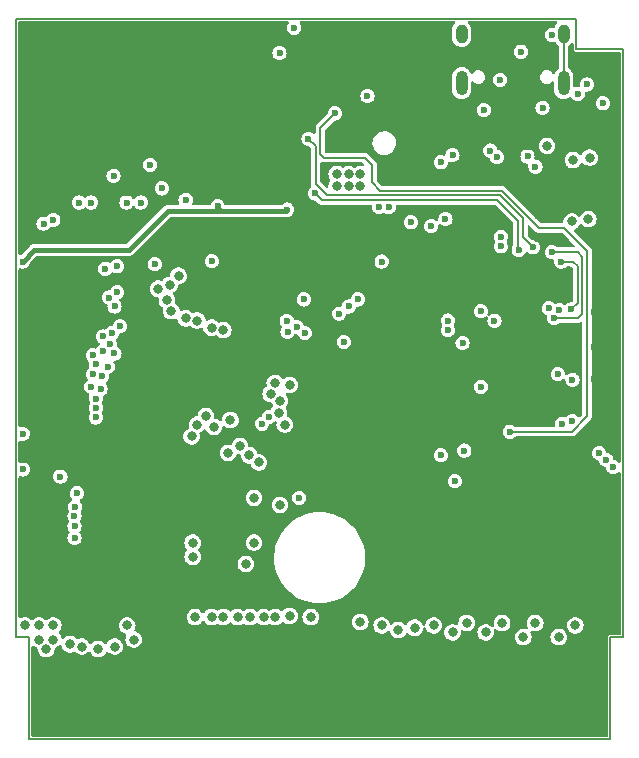
<source format=gbr>
G04 #@! TF.GenerationSoftware,KiCad,Pcbnew,7.0.10*
G04 #@! TF.CreationDate,2024-04-17T21:52:57+03:00*
G04 #@! TF.ProjectId,GAMEBOY_STM32_CART,47414d45-424f-4595-9f53-544d33325f43,v5.1*
G04 #@! TF.SameCoordinates,Original*
G04 #@! TF.FileFunction,Copper,L3,Inr*
G04 #@! TF.FilePolarity,Positive*
%FSLAX46Y46*%
G04 Gerber Fmt 4.6, Leading zero omitted, Abs format (unit mm)*
G04 Created by KiCad (PCBNEW 7.0.10) date 2024-04-17 21:52:57*
%MOMM*%
%LPD*%
G01*
G04 APERTURE LIST*
G04 #@! TA.AperFunction,ComponentPad*
%ADD10O,1.000000X1.600000*%
G04 #@! TD*
G04 #@! TA.AperFunction,ComponentPad*
%ADD11O,1.000000X2.100000*%
G04 #@! TD*
G04 #@! TA.AperFunction,ViaPad*
%ADD12C,0.600000*%
G04 #@! TD*
G04 #@! TA.AperFunction,ViaPad*
%ADD13C,0.800000*%
G04 #@! TD*
G04 #@! TA.AperFunction,Conductor*
%ADD14C,0.200000*%
G04 #@! TD*
G04 #@! TA.AperFunction,Conductor*
%ADD15C,0.400000*%
G04 #@! TD*
G04 #@! TA.AperFunction,Profile*
%ADD16C,0.150000*%
G04 #@! TD*
G04 APERTURE END LIST*
D10*
X114570000Y-29120000D03*
D11*
X114570000Y-33300000D03*
D10*
X123210000Y-29120000D03*
D11*
X123210000Y-33300000D03*
D12*
X112400000Y-28800000D03*
X119100000Y-29300000D03*
X115800000Y-29373000D03*
X91700000Y-58600000D03*
X93200000Y-57400000D03*
X101800000Y-67400000D03*
X105900000Y-67300000D03*
X105000000Y-68000000D03*
X107000000Y-68000000D03*
X105400000Y-54800000D03*
X116400000Y-60300000D03*
X118400000Y-61200000D03*
X118400000Y-59500000D03*
X117500000Y-57800000D03*
X117400000Y-59500000D03*
X117400000Y-61200000D03*
X117400000Y-62400000D03*
X116000000Y-62400000D03*
X114300000Y-62400000D03*
X113000000Y-62400000D03*
X113000000Y-61200000D03*
X108600000Y-61300000D03*
X111200000Y-61700000D03*
X111200000Y-60200000D03*
X111200000Y-58900000D03*
X111200000Y-57800000D03*
X111200000Y-56700000D03*
X110100000Y-56700000D03*
X110100000Y-57800000D03*
X110100000Y-59000000D03*
X110100000Y-60300000D03*
X110100000Y-61700000D03*
X77527207Y-47100000D03*
X78100000Y-59300000D03*
X106400000Y-37800000D03*
X110000000Y-39800000D03*
X102900000Y-40603990D03*
X100900000Y-44400000D03*
X94700000Y-40400000D03*
X87000000Y-30300000D03*
X82200000Y-30100000D03*
X90300000Y-37000000D03*
X89100000Y-35600000D03*
X88700000Y-31800000D03*
X101600000Y-28600000D03*
X102700000Y-34200000D03*
X102700000Y-32900000D03*
X106700000Y-32500000D03*
X104100000Y-33200000D03*
X103900000Y-32200000D03*
X104700000Y-35100000D03*
X88200000Y-40200000D03*
X92000000Y-81100000D03*
X90600000Y-81100000D03*
X89000000Y-81200000D03*
X110500000Y-71000000D03*
X107500000Y-73500000D03*
X107800000Y-77900000D03*
X109300000Y-77800000D03*
X106600000Y-77900000D03*
X104300000Y-78000000D03*
X102100000Y-80900000D03*
X99400000Y-81300000D03*
X98000000Y-81100000D03*
X96500000Y-80700000D03*
X95100000Y-80700000D03*
X93500000Y-80800000D03*
X125900000Y-51700000D03*
X125800000Y-52700000D03*
X125800000Y-55600000D03*
X125900000Y-56700000D03*
X125800000Y-58300000D03*
X116600000Y-64600000D03*
X123100000Y-64600000D03*
X124700000Y-64100000D03*
X125800000Y-63100000D03*
X125900000Y-61300000D03*
X125900000Y-59500000D03*
X121600000Y-61500000D03*
X121600000Y-60200000D03*
X120400000Y-56000000D03*
X120300000Y-54400000D03*
X119600000Y-55100000D03*
X120900000Y-55000000D03*
X118700000Y-46700000D03*
X114400000Y-44400000D03*
X116600000Y-45200000D03*
X116700000Y-44300000D03*
X118650000Y-45600000D03*
X122500000Y-46500000D03*
X121000000Y-46500000D03*
X121000000Y-44500000D03*
X122500000Y-40000000D03*
X120150000Y-39500000D03*
X117565687Y-39565687D03*
X119048476Y-37503795D03*
X126000000Y-34000000D03*
X122000000Y-36500000D03*
X114000000Y-36500000D03*
X111500000Y-36500000D03*
X111500000Y-35500000D03*
X110500000Y-35000000D03*
X108000000Y-34500000D03*
X108000000Y-35500000D03*
X109000000Y-35500000D03*
X107000000Y-35500000D03*
X106000000Y-35500000D03*
X107500000Y-32000000D03*
X110500000Y-28500000D03*
X106000000Y-28500000D03*
X103500000Y-28500000D03*
X78000000Y-40500000D03*
X78000000Y-37500000D03*
X78000000Y-35000000D03*
X78000000Y-32500000D03*
X78000000Y-30500000D03*
X89500000Y-33000000D03*
X90500000Y-33000000D03*
X90500000Y-31500000D03*
X92000000Y-37500000D03*
X92000000Y-36000000D03*
X92000000Y-34500000D03*
X97000000Y-39500000D03*
X97000000Y-40500000D03*
X96300000Y-43300000D03*
X97000000Y-42500000D03*
X95500000Y-42500000D03*
X93000000Y-42000000D03*
X97500000Y-64000000D03*
X96000000Y-62500000D03*
X94000000Y-58000000D03*
X92500000Y-58000000D03*
X95000000Y-50500000D03*
X92000000Y-50000000D03*
X94000000Y-52000000D03*
X92000000Y-52000000D03*
X94000000Y-51000000D03*
X92000000Y-51000000D03*
X82000000Y-78000000D03*
X82000000Y-76000000D03*
X82000000Y-74500000D03*
X82000000Y-73500000D03*
X83000000Y-78000000D03*
X83000000Y-76000000D03*
X83000000Y-74500000D03*
X83000000Y-72500000D03*
X92000000Y-71000000D03*
X93000000Y-70000000D03*
X98000000Y-74500000D03*
X98000000Y-72500000D03*
X107000000Y-71000000D03*
X110500000Y-73500000D03*
X110500000Y-76500000D03*
X107500000Y-76500000D03*
X126000000Y-78500000D03*
X123000000Y-74500000D03*
X126000000Y-77000000D03*
X126000000Y-74500000D03*
X119500000Y-72000000D03*
X123000000Y-72500000D03*
X126000000Y-72500000D03*
X126000000Y-70000000D03*
X123000000Y-69500000D03*
X119500000Y-69500000D03*
X126000000Y-68000000D03*
X122500000Y-68000000D03*
X119500000Y-68000000D03*
X117000000Y-68000000D03*
X113000000Y-72900000D03*
X119000000Y-78000000D03*
X119000000Y-76500000D03*
X116000000Y-77000000D03*
X116000000Y-75000000D03*
X113000000Y-76500000D03*
X113000000Y-74500000D03*
X109000000Y-76500000D03*
X109000000Y-73500000D03*
X109000000Y-71000000D03*
X96800000Y-38000000D03*
X99600000Y-34000000D03*
X96000000Y-34800000D03*
X94200000Y-35200000D03*
X107600000Y-28800000D03*
X122400000Y-53200000D03*
X114800000Y-57400000D03*
X114600000Y-56400000D03*
X114800000Y-53400000D03*
X114800000Y-54400000D03*
X116200000Y-59000000D03*
X123950000Y-58400000D03*
X100812500Y-68400000D03*
X114800000Y-64400000D03*
X104600000Y-55200000D03*
X106800000Y-57200000D03*
X114000000Y-67000000D03*
X112824265Y-64800000D03*
X126519000Y-35000000D03*
X125200000Y-33400000D03*
X124400000Y-34200000D03*
X117842414Y-33012276D03*
X116440000Y-35560000D03*
X121420741Y-35388889D03*
X106600000Y-34400000D03*
X119600000Y-30627000D03*
X122200000Y-29200000D03*
X77400000Y-48400000D03*
X84400000Y-53000000D03*
X77400000Y-66000000D03*
X77400000Y-63000000D03*
X91600000Y-70000000D03*
X107800000Y-48400000D03*
X101200000Y-51600000D03*
X116200000Y-52600000D03*
X117907107Y-47107107D03*
X117907107Y-46307107D03*
X113400000Y-54200000D03*
X113400000Y-53400000D03*
X100622975Y-53951599D03*
X99758201Y-53406685D03*
X99837628Y-54334642D03*
X101300000Y-54438000D03*
X97681072Y-62120537D03*
X98246758Y-61554851D03*
X99150000Y-30750000D03*
X108400000Y-43800000D03*
X107600000Y-43800000D03*
X100400000Y-28600000D03*
X82000000Y-68000000D03*
X80000000Y-44865000D03*
X86200000Y-43400000D03*
X93907108Y-43707108D03*
X88600000Y-48600000D03*
X93424265Y-48375735D03*
X99800000Y-44000000D03*
X117350000Y-53400000D03*
X114650000Y-55300000D03*
X101600000Y-38000000D03*
X120600000Y-47200000D03*
X119400000Y-47400000D03*
X102175735Y-42624265D03*
X118650000Y-62800000D03*
X103850000Y-35850000D03*
D13*
X124200000Y-79200000D03*
X122800000Y-80200000D03*
X120800000Y-79000000D03*
X119800000Y-80200000D03*
X118000000Y-79000000D03*
X98751124Y-58663669D03*
X100000000Y-58838000D03*
X116600000Y-79800000D03*
X115000000Y-79000000D03*
X98400000Y-59600000D03*
X113800000Y-79800000D03*
X99200000Y-60200000D03*
X112200000Y-79200000D03*
X99078698Y-61200000D03*
X110600000Y-79400000D03*
X99600000Y-62200000D03*
D12*
X85184886Y-52200000D03*
D13*
X109200000Y-79600000D03*
D12*
X84734358Y-51443761D03*
D13*
X107800000Y-79200000D03*
D12*
X85400000Y-51000000D03*
D13*
X106000000Y-78900000D03*
X101800000Y-78500000D03*
X94400000Y-54200000D03*
X100000000Y-78400000D03*
X93400000Y-54000000D03*
X92200000Y-53400000D03*
X98800000Y-78500000D03*
X104000000Y-41000000D03*
X105000000Y-41000000D03*
X79400000Y-81200000D03*
X105000000Y-42000000D03*
X104000000Y-42000000D03*
X80000000Y-79200000D03*
X106000000Y-41000000D03*
X106000000Y-42000000D03*
X78800000Y-79200000D03*
X80000000Y-80400000D03*
X77600000Y-79200000D03*
X78800000Y-80400000D03*
X91200000Y-53200000D03*
X97800000Y-78500000D03*
X96644975Y-78500000D03*
X90000000Y-52600000D03*
X89611319Y-51657116D03*
X95600000Y-78500000D03*
X94400000Y-78500000D03*
X88900000Y-50700834D03*
X93400000Y-78500000D03*
X89848422Y-50383815D03*
X90600000Y-49600000D03*
X92000000Y-78500000D03*
D12*
X84955690Y-54450188D03*
D13*
X86255025Y-79210660D03*
X86800000Y-80400000D03*
D12*
X85668328Y-53863343D03*
X85173718Y-56177752D03*
D13*
X85200000Y-81000000D03*
D12*
X84600000Y-57300000D03*
D13*
X83800000Y-81200000D03*
D12*
X84147128Y-58110750D03*
D13*
X82400000Y-81000000D03*
X81400000Y-80800000D03*
D12*
X84000000Y-59200000D03*
D13*
X95000000Y-61800000D03*
X125400000Y-39600000D03*
X125300000Y-44800000D03*
X93607109Y-62400000D03*
X124000000Y-39800000D03*
X92907109Y-61492891D03*
X123900000Y-45000000D03*
X92200000Y-62200000D03*
X91700000Y-63200000D03*
X121800000Y-38600000D03*
D12*
X127400000Y-65800000D03*
X126824265Y-65200000D03*
X126224265Y-64624265D03*
X83200000Y-59000000D03*
X120820000Y-40368168D03*
X83367158Y-57932842D03*
X117000000Y-39000000D03*
X110275735Y-45075735D03*
X83600456Y-57095407D03*
X83342892Y-56338000D03*
X113800000Y-39400000D03*
X84200000Y-56000000D03*
X112000000Y-45400000D03*
X112800000Y-40000000D03*
X84800000Y-55400000D03*
X84200000Y-54738000D03*
X113200000Y-44800000D03*
X79178677Y-45178677D03*
X81852983Y-69158949D03*
X83600000Y-61600000D03*
X82200000Y-43400000D03*
X83600000Y-60800000D03*
X83200000Y-43400000D03*
X85102793Y-41129001D03*
X81800000Y-71800000D03*
X87400000Y-43400000D03*
X80600000Y-66600000D03*
X81800000Y-70800000D03*
X89200000Y-42200000D03*
X81787087Y-69956233D03*
X91200000Y-43164998D03*
X104200000Y-52800000D03*
X123071660Y-62126870D03*
D13*
X97000000Y-68400000D03*
X99200000Y-69000000D03*
D12*
X123950000Y-61900000D03*
X105000000Y-52200000D03*
X121950000Y-52350000D03*
X105800000Y-51600000D03*
X122850000Y-52500000D03*
D13*
X94800000Y-64600000D03*
X91800000Y-73400000D03*
X95800000Y-64000000D03*
X96300000Y-74000000D03*
X96600000Y-64800000D03*
X91800030Y-72203500D03*
X97400000Y-65400000D03*
X97000000Y-72200000D03*
D12*
X123000000Y-48400000D03*
X85400000Y-48800000D03*
X123850000Y-52450000D03*
X84400000Y-49000000D03*
X122200000Y-47600000D03*
X83600000Y-60000000D03*
X122707108Y-57942892D03*
X100400000Y-51600000D03*
X88400000Y-41800000D03*
X86200000Y-41000000D03*
D13*
X98300000Y-57734579D03*
X125800000Y-80000000D03*
D12*
X82800000Y-64600000D03*
X77400000Y-64000000D03*
X93400000Y-68340000D03*
X105600000Y-55800000D03*
D13*
X92078772Y-42605056D03*
D12*
X94600000Y-43200000D03*
D14*
X123210000Y-33300000D02*
X123210000Y-29120000D01*
D15*
X89700000Y-44100000D02*
X94600000Y-44100000D01*
X77400000Y-48400000D02*
X78400000Y-47400000D01*
X78400000Y-47400000D02*
X86400000Y-47400000D01*
X86400000Y-47400000D02*
X89700000Y-44100000D01*
D14*
X119350000Y-44950000D02*
X119350000Y-47350000D01*
X117600000Y-43200000D02*
X119350000Y-44950000D01*
X102751470Y-43200000D02*
X117600000Y-43200000D01*
X102175735Y-42624265D02*
X102751470Y-43200000D01*
X119350000Y-47350000D02*
X119400000Y-47400000D01*
X103200000Y-42800000D02*
X102200000Y-41800000D01*
X102200000Y-41800000D02*
X102200000Y-38600000D01*
X117800000Y-42800000D02*
X103200000Y-42800000D01*
X102200000Y-38600000D02*
X101600000Y-38000000D01*
X119750000Y-44750000D02*
X117800000Y-42800000D01*
X120600000Y-47200000D02*
X119750000Y-46350000D01*
X119750000Y-46350000D02*
X119750000Y-44750000D01*
X124000000Y-48400000D02*
X123000000Y-48400000D01*
X123850000Y-52450000D02*
X124400000Y-51900000D01*
X124400000Y-51900000D02*
X124400000Y-48800000D01*
X124400000Y-48800000D02*
X124000000Y-48400000D01*
X124800000Y-52800000D02*
X124800000Y-48000000D01*
X124400000Y-53200000D02*
X124800000Y-52800000D01*
X124800000Y-48000000D02*
X124400000Y-47600000D01*
X124400000Y-47600000D02*
X122200000Y-47600000D01*
X122400000Y-53200000D02*
X124400000Y-53200000D01*
X123898529Y-62800000D02*
X118650000Y-62800000D01*
X125200000Y-61498529D02*
X123898529Y-62800000D01*
X125200000Y-47500000D02*
X125200000Y-61498529D01*
X123250000Y-45550000D02*
X125200000Y-47500000D01*
X121115685Y-45550000D02*
X123250000Y-45550000D01*
X117965686Y-42400000D02*
X121115685Y-45550000D01*
X107700000Y-42400000D02*
X117965686Y-42400000D01*
X107000000Y-41700000D02*
X107700000Y-42400000D01*
X106350000Y-39600000D02*
X107000000Y-40250000D01*
X102900000Y-39600000D02*
X106350000Y-39600000D01*
X107000000Y-40250000D02*
X107000000Y-41700000D01*
X102600000Y-39300000D02*
X102900000Y-39600000D01*
X102600000Y-37100000D02*
X102600000Y-39300000D01*
X103850000Y-35850000D02*
X102600000Y-37100000D01*
D15*
X94600000Y-44100000D02*
X94227207Y-44100000D01*
X99700000Y-44100000D02*
X94600000Y-44100000D01*
X94227207Y-44100000D02*
X93870711Y-43743504D01*
X99800000Y-44000000D02*
X99700000Y-44100000D01*
G04 #@! TA.AperFunction,Conductor*
G36*
X102765045Y-39983763D02*
G01*
X102765414Y-39982630D01*
X102774692Y-39985644D01*
X102774696Y-39985646D01*
X102796578Y-39989111D01*
X102815491Y-39993652D01*
X102836567Y-40000500D01*
X102868481Y-40000500D01*
X106132745Y-40000500D01*
X106199784Y-40020185D01*
X106220426Y-40036819D01*
X106298781Y-40115174D01*
X106332266Y-40176497D01*
X106327282Y-40246189D01*
X106285410Y-40302122D01*
X106219946Y-40326539D01*
X106181426Y-40323252D01*
X106085057Y-40299500D01*
X106085056Y-40299500D01*
X105914944Y-40299500D01*
X105749773Y-40340210D01*
X105599150Y-40419264D01*
X105582227Y-40434257D01*
X105518993Y-40463978D01*
X105449730Y-40454794D01*
X105417773Y-40434257D01*
X105400852Y-40419266D01*
X105400850Y-40419265D01*
X105400849Y-40419264D01*
X105250226Y-40340210D01*
X105085056Y-40299500D01*
X104914944Y-40299500D01*
X104749773Y-40340210D01*
X104599150Y-40419264D01*
X104582227Y-40434257D01*
X104518993Y-40463978D01*
X104449730Y-40454794D01*
X104417773Y-40434257D01*
X104400852Y-40419266D01*
X104400850Y-40419265D01*
X104400849Y-40419264D01*
X104250226Y-40340210D01*
X104085056Y-40299500D01*
X103914944Y-40299500D01*
X103749773Y-40340210D01*
X103599150Y-40419263D01*
X103471816Y-40532072D01*
X103375182Y-40672068D01*
X103314860Y-40831125D01*
X103314859Y-40831130D01*
X103294355Y-41000000D01*
X103314859Y-41168869D01*
X103314860Y-41168874D01*
X103375182Y-41327931D01*
X103445332Y-41429560D01*
X103467215Y-41495915D01*
X103449750Y-41563566D01*
X103445332Y-41570440D01*
X103375183Y-41672068D01*
X103375182Y-41672068D01*
X103314860Y-41831125D01*
X103314859Y-41831130D01*
X103294355Y-42000000D01*
X103294355Y-42000006D01*
X103296366Y-42016573D01*
X103284904Y-42085496D01*
X103237998Y-42137280D01*
X103170542Y-42155485D01*
X103103952Y-42134330D01*
X103085589Y-42119196D01*
X102636819Y-41670426D01*
X102603334Y-41609103D01*
X102600500Y-41582745D01*
X102600500Y-40099238D01*
X102620185Y-40032199D01*
X102672989Y-39986444D01*
X102742147Y-39976500D01*
X102765045Y-39983763D01*
G37*
G04 #@! TD.AperFunction*
G04 #@! TA.AperFunction,Conductor*
G36*
X99899507Y-28045185D02*
G01*
X99945262Y-28097989D01*
X99955206Y-28167147D01*
X99930844Y-28224986D01*
X99875464Y-28297157D01*
X99814956Y-28443237D01*
X99814955Y-28443239D01*
X99794318Y-28599998D01*
X99794318Y-28600001D01*
X99814955Y-28756760D01*
X99814956Y-28756762D01*
X99875464Y-28902841D01*
X99971718Y-29028282D01*
X100097159Y-29124536D01*
X100243238Y-29185044D01*
X100321619Y-29195363D01*
X100399999Y-29205682D01*
X100400000Y-29205682D01*
X100400001Y-29205682D01*
X100452254Y-29198802D01*
X100556762Y-29185044D01*
X100702841Y-29124536D01*
X100828282Y-29028282D01*
X100924536Y-28902841D01*
X100985044Y-28756762D01*
X101005682Y-28600000D01*
X101003874Y-28586269D01*
X100985044Y-28443239D01*
X100985044Y-28443238D01*
X100924536Y-28297159D01*
X100924535Y-28297158D01*
X100924535Y-28297157D01*
X100869156Y-28224986D01*
X100843962Y-28159817D01*
X100858000Y-28091372D01*
X100906814Y-28041383D01*
X100967532Y-28025500D01*
X113933060Y-28025500D01*
X114000099Y-28045185D01*
X114045854Y-28097989D01*
X114055798Y-28167147D01*
X114026773Y-28230703D01*
X114020741Y-28237181D01*
X113940184Y-28317737D01*
X113844211Y-28470476D01*
X113784631Y-28640745D01*
X113784630Y-28640750D01*
X113769500Y-28775039D01*
X113769500Y-29464960D01*
X113784630Y-29599249D01*
X113784631Y-29599254D01*
X113844211Y-29769523D01*
X113881337Y-29828608D01*
X113940184Y-29922262D01*
X114067738Y-30049816D01*
X114067740Y-30049817D01*
X114194759Y-30129629D01*
X114220478Y-30145789D01*
X114324789Y-30182289D01*
X114390745Y-30205368D01*
X114390750Y-30205369D01*
X114569996Y-30225565D01*
X114570000Y-30225565D01*
X114570004Y-30225565D01*
X114749249Y-30205369D01*
X114749252Y-30205368D01*
X114749255Y-30205368D01*
X114919522Y-30145789D01*
X115072262Y-30049816D01*
X115199816Y-29922262D01*
X115295789Y-29769522D01*
X115355368Y-29599255D01*
X115370500Y-29464954D01*
X115370500Y-28775046D01*
X115359280Y-28675463D01*
X115355369Y-28640750D01*
X115355368Y-28640745D01*
X115295788Y-28470476D01*
X115199815Y-28317737D01*
X115119259Y-28237181D01*
X115085774Y-28175858D01*
X115090758Y-28106166D01*
X115132630Y-28050233D01*
X115198094Y-28025816D01*
X115206940Y-28025500D01*
X122573060Y-28025500D01*
X122640099Y-28045185D01*
X122685854Y-28097989D01*
X122695798Y-28167147D01*
X122666773Y-28230703D01*
X122660741Y-28237181D01*
X122580184Y-28317737D01*
X122484209Y-28470479D01*
X122463559Y-28529493D01*
X122422836Y-28586269D01*
X122357883Y-28612015D01*
X122330333Y-28611476D01*
X122200001Y-28594318D01*
X122199999Y-28594318D01*
X122043239Y-28614955D01*
X122043237Y-28614956D01*
X121897160Y-28675463D01*
X121771718Y-28771718D01*
X121675463Y-28897160D01*
X121614956Y-29043237D01*
X121614955Y-29043239D01*
X121594318Y-29199998D01*
X121594318Y-29200001D01*
X121614955Y-29356760D01*
X121614956Y-29356762D01*
X121675464Y-29502841D01*
X121771718Y-29628282D01*
X121897159Y-29724536D01*
X122043238Y-29785044D01*
X122121619Y-29795363D01*
X122199999Y-29805682D01*
X122200000Y-29805682D01*
X122200001Y-29805682D01*
X122216337Y-29803531D01*
X122356762Y-29785044D01*
X122368889Y-29780020D01*
X122438355Y-29772549D01*
X122500836Y-29803821D01*
X122521334Y-29828604D01*
X122580184Y-29922262D01*
X122707737Y-30049815D01*
X122707740Y-30049817D01*
X122751471Y-30077295D01*
X122797763Y-30129629D01*
X122809500Y-30182289D01*
X122809500Y-31987710D01*
X122789815Y-32054749D01*
X122751472Y-32092704D01*
X122707738Y-32120183D01*
X122580184Y-32247737D01*
X122484210Y-32400478D01*
X122477808Y-32418774D01*
X122437085Y-32475549D01*
X122372131Y-32501295D01*
X122303570Y-32487837D01*
X122262394Y-32453306D01*
X122190451Y-32359549D01*
X122070233Y-32267302D01*
X122070229Y-32267300D01*
X122006801Y-32241027D01*
X121930236Y-32209313D01*
X121916171Y-32207461D01*
X121817727Y-32194500D01*
X121817720Y-32194500D01*
X121742280Y-32194500D01*
X121742272Y-32194500D01*
X121629764Y-32209313D01*
X121629763Y-32209313D01*
X121489770Y-32267300D01*
X121489767Y-32267301D01*
X121489767Y-32267302D01*
X121369549Y-32359549D01*
X121338145Y-32400476D01*
X121277300Y-32479770D01*
X121219313Y-32619763D01*
X121219312Y-32619765D01*
X121199534Y-32769999D01*
X121199534Y-32770000D01*
X121219312Y-32920234D01*
X121219313Y-32920236D01*
X121257436Y-33012274D01*
X121277302Y-33060233D01*
X121369549Y-33180451D01*
X121489767Y-33272698D01*
X121629764Y-33330687D01*
X121742280Y-33345500D01*
X121742287Y-33345500D01*
X121817713Y-33345500D01*
X121817720Y-33345500D01*
X121930236Y-33330687D01*
X122070233Y-33272698D01*
X122190451Y-33180451D01*
X122190455Y-33180446D01*
X122196198Y-33174704D01*
X122198196Y-33176702D01*
X122243539Y-33143587D01*
X122313285Y-33139425D01*
X122374209Y-33173631D01*
X122406969Y-33235345D01*
X122409500Y-33260272D01*
X122409500Y-33894960D01*
X122424630Y-34029249D01*
X122424631Y-34029254D01*
X122484211Y-34199523D01*
X122511680Y-34243239D01*
X122580184Y-34352262D01*
X122707738Y-34479816D01*
X122798080Y-34536582D01*
X122830193Y-34556760D01*
X122860478Y-34575789D01*
X123010492Y-34628281D01*
X123030745Y-34635368D01*
X123030750Y-34635369D01*
X123209996Y-34655565D01*
X123210000Y-34655565D01*
X123210004Y-34655565D01*
X123389249Y-34635369D01*
X123389252Y-34635368D01*
X123389255Y-34635368D01*
X123559522Y-34575789D01*
X123712262Y-34479816D01*
X123712265Y-34479812D01*
X123714843Y-34478193D01*
X123782080Y-34459192D01*
X123848915Y-34479559D01*
X123879190Y-34507697D01*
X123971718Y-34628282D01*
X124097159Y-34724536D01*
X124243238Y-34785044D01*
X124321619Y-34795363D01*
X124399999Y-34805682D01*
X124400000Y-34805682D01*
X124400001Y-34805682D01*
X124452254Y-34798802D01*
X124556762Y-34785044D01*
X124702841Y-34724536D01*
X124828282Y-34628282D01*
X124924536Y-34502841D01*
X124985044Y-34356762D01*
X125005682Y-34200000D01*
X124997313Y-34136435D01*
X125008078Y-34067403D01*
X125054457Y-34015147D01*
X125121726Y-33996261D01*
X125136421Y-33997311D01*
X125200000Y-34005682D01*
X125356762Y-33985044D01*
X125502841Y-33924536D01*
X125628282Y-33828282D01*
X125724536Y-33702841D01*
X125785044Y-33556762D01*
X125805682Y-33400000D01*
X125785044Y-33243238D01*
X125724536Y-33097159D01*
X125628282Y-32971718D01*
X125502841Y-32875464D01*
X125356762Y-32814956D01*
X125356760Y-32814955D01*
X125200001Y-32794318D01*
X125199999Y-32794318D01*
X125043239Y-32814955D01*
X125043237Y-32814956D01*
X124897160Y-32875463D01*
X124771718Y-32971718D01*
X124675463Y-33097160D01*
X124614956Y-33243237D01*
X124614955Y-33243239D01*
X124594318Y-33399998D01*
X124594318Y-33400001D01*
X124602686Y-33463562D01*
X124591920Y-33532597D01*
X124545540Y-33584853D01*
X124478272Y-33603738D01*
X124463562Y-33602686D01*
X124400001Y-33594318D01*
X124399999Y-33594318D01*
X124243239Y-33614955D01*
X124243234Y-33614957D01*
X124181952Y-33640341D01*
X124112483Y-33647810D01*
X124050004Y-33616534D01*
X124014352Y-33556445D01*
X124010500Y-33525780D01*
X124010500Y-32705043D01*
X124010499Y-32705039D01*
X123995369Y-32570750D01*
X123995368Y-32570745D01*
X123958173Y-32464448D01*
X123935789Y-32400478D01*
X123839816Y-32247738D01*
X123712262Y-32120184D01*
X123712261Y-32120183D01*
X123668528Y-32092704D01*
X123622237Y-32040370D01*
X123610500Y-31987710D01*
X123610500Y-30182289D01*
X123630185Y-30115250D01*
X123668529Y-30077295D01*
X123712262Y-30049816D01*
X123837819Y-29924259D01*
X123899142Y-29890774D01*
X123968834Y-29895758D01*
X124024767Y-29937630D01*
X124049184Y-30003094D01*
X124049500Y-30011940D01*
X124049500Y-30470762D01*
X124053493Y-30479054D01*
X124062660Y-30505253D01*
X124064710Y-30514231D01*
X124064711Y-30514233D01*
X124064712Y-30514234D01*
X124070449Y-30521428D01*
X124085218Y-30544931D01*
X124089211Y-30553223D01*
X124089212Y-30553224D01*
X124096406Y-30558961D01*
X124116038Y-30578593D01*
X124121776Y-30585788D01*
X124130065Y-30589779D01*
X124153570Y-30604549D01*
X124160769Y-30610290D01*
X124169743Y-30612338D01*
X124195944Y-30621506D01*
X124204237Y-30625500D01*
X124227410Y-30625500D01*
X127925500Y-30625500D01*
X127992539Y-30645185D01*
X128038294Y-30697989D01*
X128049500Y-30749500D01*
X128049500Y-65294723D01*
X128029815Y-65361762D01*
X127977011Y-65407517D01*
X127907853Y-65417461D01*
X127844297Y-65388436D01*
X127832833Y-65376269D01*
X127828286Y-65371722D01*
X127828283Y-65371720D01*
X127828282Y-65371718D01*
X127702841Y-65275464D01*
X127556762Y-65214956D01*
X127548924Y-65213924D01*
X127524044Y-65210648D01*
X127460149Y-65182379D01*
X127421679Y-65124054D01*
X127417294Y-65103894D01*
X127409309Y-65043238D01*
X127348801Y-64897159D01*
X127252547Y-64771718D01*
X127127106Y-64675464D01*
X126981027Y-64614956D01*
X126949787Y-64610843D01*
X126920368Y-64606970D01*
X126856472Y-64578703D01*
X126818001Y-64520379D01*
X126813615Y-64500214D01*
X126809309Y-64467505D01*
X126809309Y-64467504D01*
X126809309Y-64467503D01*
X126748801Y-64321424D01*
X126652547Y-64195983D01*
X126527106Y-64099729D01*
X126526553Y-64099500D01*
X126381027Y-64039221D01*
X126381025Y-64039220D01*
X126224266Y-64018583D01*
X126224264Y-64018583D01*
X126067504Y-64039220D01*
X126067502Y-64039221D01*
X125921425Y-64099728D01*
X125795983Y-64195983D01*
X125699728Y-64321425D01*
X125639221Y-64467502D01*
X125639220Y-64467504D01*
X125618583Y-64624263D01*
X125618583Y-64624266D01*
X125639220Y-64781025D01*
X125639221Y-64781027D01*
X125687324Y-64897159D01*
X125699729Y-64927106D01*
X125795983Y-65052547D01*
X125921424Y-65148801D01*
X126067503Y-65209309D01*
X126128159Y-65217294D01*
X126192055Y-65245560D01*
X126230527Y-65303884D01*
X126234913Y-65324044D01*
X126238189Y-65348924D01*
X126239221Y-65356762D01*
X126299729Y-65502841D01*
X126395983Y-65628282D01*
X126521424Y-65724536D01*
X126667503Y-65785044D01*
X126700215Y-65789350D01*
X126764111Y-65817615D01*
X126802583Y-65875939D01*
X126806970Y-65896103D01*
X126814956Y-65956762D01*
X126875464Y-66102841D01*
X126971718Y-66228282D01*
X127097159Y-66324536D01*
X127243238Y-66385044D01*
X127313681Y-66394318D01*
X127399999Y-66405682D01*
X127400000Y-66405682D01*
X127400001Y-66405682D01*
X127452254Y-66398802D01*
X127556762Y-66385044D01*
X127702841Y-66324536D01*
X127828282Y-66228282D01*
X127828286Y-66228277D01*
X127834029Y-66222535D01*
X127835309Y-66223815D01*
X127883543Y-66188590D01*
X127953289Y-66184430D01*
X128014212Y-66218638D01*
X128046969Y-66280352D01*
X128049500Y-66305276D01*
X128049500Y-79900500D01*
X128029815Y-79967539D01*
X127977011Y-80013294D01*
X127925500Y-80024500D01*
X127195763Y-80024500D01*
X127104237Y-80024500D01*
X127104235Y-80024500D01*
X127104233Y-80024501D01*
X127095939Y-80028495D01*
X127069745Y-80037660D01*
X127060769Y-80039709D01*
X127053566Y-80045453D01*
X127030070Y-80060217D01*
X127021776Y-80064211D01*
X127021775Y-80064213D01*
X127016036Y-80071409D01*
X126996409Y-80091036D01*
X126989213Y-80096775D01*
X126989211Y-80096776D01*
X126985217Y-80105070D01*
X126970453Y-80128566D01*
X126964709Y-80135769D01*
X126962660Y-80144745D01*
X126953495Y-80170939D01*
X126949501Y-80179233D01*
X126949500Y-80179238D01*
X126949500Y-88500500D01*
X126929815Y-88567539D01*
X126877011Y-88613294D01*
X126825500Y-88624500D01*
X78274500Y-88624500D01*
X78207461Y-88604815D01*
X78161706Y-88552011D01*
X78150500Y-88500500D01*
X78150500Y-81035967D01*
X78170185Y-80968928D01*
X78222989Y-80923173D01*
X78292147Y-80913229D01*
X78355703Y-80942254D01*
X78356595Y-80943036D01*
X78385755Y-80968869D01*
X78399150Y-80980736D01*
X78549774Y-81059790D01*
X78581788Y-81067680D01*
X78600028Y-81072176D01*
X78660410Y-81107331D01*
X78692199Y-81169550D01*
X78694355Y-81192573D01*
X78694355Y-81199999D01*
X78714859Y-81368869D01*
X78714860Y-81368874D01*
X78775182Y-81527931D01*
X78837475Y-81618177D01*
X78871817Y-81667929D01*
X78977505Y-81761560D01*
X78999150Y-81780736D01*
X79149773Y-81859789D01*
X79149775Y-81859790D01*
X79314944Y-81900500D01*
X79485056Y-81900500D01*
X79650225Y-81859790D01*
X79729692Y-81818081D01*
X79800849Y-81780736D01*
X79800850Y-81780734D01*
X79800852Y-81780734D01*
X79928183Y-81667929D01*
X80024818Y-81527930D01*
X80085140Y-81368872D01*
X80105645Y-81200000D01*
X80105645Y-81199999D01*
X80105645Y-81192573D01*
X80125330Y-81125534D01*
X80178134Y-81079779D01*
X80199972Y-81072176D01*
X80250222Y-81059791D01*
X80250223Y-81059790D01*
X80250225Y-81059790D01*
X80400852Y-80980734D01*
X80508818Y-80885085D01*
X80572051Y-80855363D01*
X80641314Y-80864547D01*
X80694618Y-80909719D01*
X80714141Y-80962951D01*
X80714859Y-80968869D01*
X80714860Y-80968874D01*
X80775182Y-81127931D01*
X80803910Y-81169550D01*
X80871817Y-81267929D01*
X80939546Y-81327931D01*
X80999150Y-81380736D01*
X81136266Y-81452700D01*
X81149775Y-81459790D01*
X81314944Y-81500500D01*
X81485056Y-81500500D01*
X81650225Y-81459790D01*
X81711493Y-81427633D01*
X81779999Y-81413908D01*
X81845053Y-81439400D01*
X81866789Y-81462362D01*
X81866843Y-81462315D01*
X81868272Y-81463928D01*
X81871162Y-81466981D01*
X81871814Y-81467926D01*
X81999150Y-81580736D01*
X82149773Y-81659789D01*
X82149775Y-81659790D01*
X82314944Y-81700500D01*
X82485056Y-81700500D01*
X82650225Y-81659790D01*
X82729692Y-81618081D01*
X82800849Y-81580736D01*
X82800850Y-81580734D01*
X82800852Y-81580734D01*
X82928183Y-81467929D01*
X82938696Y-81452698D01*
X82992976Y-81408708D01*
X83062424Y-81401047D01*
X83124990Y-81432148D01*
X83156688Y-81479165D01*
X83175182Y-81527930D01*
X83271817Y-81667929D01*
X83377505Y-81761560D01*
X83399150Y-81780736D01*
X83549773Y-81859789D01*
X83549775Y-81859790D01*
X83714944Y-81900500D01*
X83885056Y-81900500D01*
X84050225Y-81859790D01*
X84129692Y-81818081D01*
X84200849Y-81780736D01*
X84200850Y-81780734D01*
X84200852Y-81780734D01*
X84328183Y-81667929D01*
X84424818Y-81527930D01*
X84443311Y-81479166D01*
X84485488Y-81423464D01*
X84551086Y-81399406D01*
X84619276Y-81414632D01*
X84661301Y-81452694D01*
X84671817Y-81467929D01*
X84739546Y-81527931D01*
X84799150Y-81580736D01*
X84949773Y-81659789D01*
X84949775Y-81659790D01*
X85114944Y-81700500D01*
X85285056Y-81700500D01*
X85450225Y-81659790D01*
X85529692Y-81618081D01*
X85600849Y-81580736D01*
X85600850Y-81580734D01*
X85600852Y-81580734D01*
X85728183Y-81467929D01*
X85824818Y-81327930D01*
X85885140Y-81168872D01*
X85905645Y-81000000D01*
X85885140Y-80831128D01*
X85824818Y-80672070D01*
X85821958Y-80667927D01*
X85753583Y-80568869D01*
X85728183Y-80532071D01*
X85600852Y-80419266D01*
X85600849Y-80419263D01*
X85450226Y-80340210D01*
X85285056Y-80299500D01*
X85114944Y-80299500D01*
X84949773Y-80340210D01*
X84799150Y-80419263D01*
X84671816Y-80532072D01*
X84575182Y-80672068D01*
X84575181Y-80672071D01*
X84556687Y-80720835D01*
X84514509Y-80776537D01*
X84448911Y-80800593D01*
X84380721Y-80785365D01*
X84338696Y-80747302D01*
X84328183Y-80732071D01*
X84200849Y-80619263D01*
X84050226Y-80540210D01*
X83885056Y-80499500D01*
X83714944Y-80499500D01*
X83549773Y-80540210D01*
X83399150Y-80619263D01*
X83271815Y-80732072D01*
X83261301Y-80747305D01*
X83207017Y-80791294D01*
X83137568Y-80798951D01*
X83075004Y-80767846D01*
X83043311Y-80720833D01*
X83024818Y-80672071D01*
X83024818Y-80672070D01*
X83021958Y-80667927D01*
X82953583Y-80568869D01*
X82928183Y-80532071D01*
X82800852Y-80419266D01*
X82800849Y-80419263D01*
X82650226Y-80340210D01*
X82485056Y-80299500D01*
X82314944Y-80299500D01*
X82149774Y-80340209D01*
X82088505Y-80372366D01*
X82019996Y-80386090D01*
X81954943Y-80360597D01*
X81933211Y-80337636D01*
X81933157Y-80337685D01*
X81931686Y-80336025D01*
X81928828Y-80333005D01*
X81928184Y-80332072D01*
X81800849Y-80219263D01*
X81650226Y-80140210D01*
X81485056Y-80099500D01*
X81314944Y-80099500D01*
X81149773Y-80140210D01*
X80999149Y-80219264D01*
X80999147Y-80219266D01*
X80891180Y-80314915D01*
X80827947Y-80344636D01*
X80758684Y-80335452D01*
X80705381Y-80290279D01*
X80685858Y-80237043D01*
X80685140Y-80231128D01*
X80680641Y-80219266D01*
X80650660Y-80140210D01*
X80624818Y-80072070D01*
X80621959Y-80067927D01*
X80528182Y-79932069D01*
X80483873Y-79892816D01*
X80446746Y-79833627D01*
X80447513Y-79763761D01*
X80483873Y-79707184D01*
X80528182Y-79667930D01*
X80533802Y-79659789D01*
X80624818Y-79527930D01*
X80685140Y-79368872D01*
X80704351Y-79210660D01*
X85549380Y-79210660D01*
X85569884Y-79379529D01*
X85569885Y-79379534D01*
X85630207Y-79538591D01*
X85677209Y-79606684D01*
X85726842Y-79678589D01*
X85796398Y-79740210D01*
X85854175Y-79791396D01*
X86004799Y-79870450D01*
X86040167Y-79879167D01*
X86095688Y-79892851D01*
X86156068Y-79928007D01*
X86187857Y-79990226D01*
X86180962Y-80059754D01*
X86175814Y-80070866D01*
X86175182Y-80072069D01*
X86114860Y-80231125D01*
X86114859Y-80231130D01*
X86094355Y-80400000D01*
X86114859Y-80568869D01*
X86114860Y-80568874D01*
X86175182Y-80727931D01*
X86224929Y-80800000D01*
X86271817Y-80867929D01*
X86334175Y-80923173D01*
X86399150Y-80980736D01*
X86549773Y-81059789D01*
X86549775Y-81059790D01*
X86714944Y-81100500D01*
X86885056Y-81100500D01*
X87050225Y-81059790D01*
X87164144Y-81000000D01*
X87200849Y-80980736D01*
X87200850Y-80980734D01*
X87200852Y-80980734D01*
X87328183Y-80867929D01*
X87424818Y-80727930D01*
X87485140Y-80568872D01*
X87505645Y-80400000D01*
X87485140Y-80231128D01*
X87480641Y-80219266D01*
X87450660Y-80140210D01*
X87424818Y-80072070D01*
X87421958Y-80067927D01*
X87352665Y-79967539D01*
X87328183Y-79932071D01*
X87200852Y-79819266D01*
X87200849Y-79819263D01*
X87050226Y-79740210D01*
X86959336Y-79717808D01*
X86898955Y-79682652D01*
X86867167Y-79620432D01*
X86874063Y-79550904D01*
X86879219Y-79539776D01*
X86879835Y-79538600D01*
X86879843Y-79538590D01*
X86940165Y-79379532D01*
X86960670Y-79210660D01*
X86940165Y-79041788D01*
X86936121Y-79031126D01*
X86893874Y-78919728D01*
X86879843Y-78882730D01*
X86866834Y-78863884D01*
X86836037Y-78819266D01*
X86783208Y-78742731D01*
X86655877Y-78629926D01*
X86655874Y-78629923D01*
X86505251Y-78550870D01*
X86340081Y-78510160D01*
X86169969Y-78510160D01*
X86004798Y-78550870D01*
X85854175Y-78629923D01*
X85726841Y-78742732D01*
X85630207Y-78882728D01*
X85569885Y-79041785D01*
X85569884Y-79041790D01*
X85549380Y-79210660D01*
X80704351Y-79210660D01*
X80705645Y-79200000D01*
X80685140Y-79031128D01*
X80680641Y-79019266D01*
X80660953Y-78967352D01*
X80624818Y-78872070D01*
X80621958Y-78867927D01*
X80549499Y-78762953D01*
X80528183Y-78732071D01*
X80412885Y-78629926D01*
X80400849Y-78619263D01*
X80250226Y-78540210D01*
X80087085Y-78500000D01*
X91294355Y-78500000D01*
X91314859Y-78668869D01*
X91314860Y-78668874D01*
X91375182Y-78827931D01*
X91424929Y-78900000D01*
X91471817Y-78967929D01*
X91566787Y-79052065D01*
X91599150Y-79080736D01*
X91725981Y-79147302D01*
X91749775Y-79159790D01*
X91914944Y-79200500D01*
X92085056Y-79200500D01*
X92250225Y-79159790D01*
X92335726Y-79114915D01*
X92400849Y-79080736D01*
X92400850Y-79080734D01*
X92400852Y-79080734D01*
X92528183Y-78967929D01*
X92597951Y-78866853D01*
X92652233Y-78822864D01*
X92721681Y-78815204D01*
X92784246Y-78846307D01*
X92802047Y-78866851D01*
X92823626Y-78898113D01*
X92871816Y-78967928D01*
X92999150Y-79080736D01*
X93125981Y-79147302D01*
X93149775Y-79159790D01*
X93314944Y-79200500D01*
X93485056Y-79200500D01*
X93650225Y-79159790D01*
X93739547Y-79112909D01*
X93800845Y-79080738D01*
X93800846Y-79080736D01*
X93800852Y-79080734D01*
X93817773Y-79065742D01*
X93881004Y-79036022D01*
X93950267Y-79045204D01*
X93982224Y-79065741D01*
X93999148Y-79080734D01*
X93999150Y-79080735D01*
X93999154Y-79080738D01*
X94125981Y-79147302D01*
X94149775Y-79159790D01*
X94314944Y-79200500D01*
X94485056Y-79200500D01*
X94650225Y-79159790D01*
X94800852Y-79080734D01*
X94917774Y-78977150D01*
X94981006Y-78947429D01*
X95050269Y-78956613D01*
X95082225Y-78977149D01*
X95199146Y-79080732D01*
X95199147Y-79080733D01*
X95199149Y-79080735D01*
X95296961Y-79132071D01*
X95349775Y-79159790D01*
X95514944Y-79200500D01*
X95685056Y-79200500D01*
X95850225Y-79159790D01*
X95939547Y-79112909D01*
X96000845Y-79080738D01*
X96000847Y-79080736D01*
X96000852Y-79080734D01*
X96040259Y-79045821D01*
X96103491Y-79016100D01*
X96172755Y-79025282D01*
X96204714Y-79045821D01*
X96244122Y-79080733D01*
X96244124Y-79080735D01*
X96341936Y-79132071D01*
X96394750Y-79159790D01*
X96559919Y-79200500D01*
X96730031Y-79200500D01*
X96895200Y-79159790D01*
X97045827Y-79080734D01*
X97140260Y-78997074D01*
X97203493Y-78967352D01*
X97272756Y-78976536D01*
X97304713Y-78997072D01*
X97399148Y-79080734D01*
X97549775Y-79159790D01*
X97714944Y-79200500D01*
X97885056Y-79200500D01*
X98050225Y-79159790D01*
X98139547Y-79112909D01*
X98200845Y-79080738D01*
X98200846Y-79080736D01*
X98200852Y-79080734D01*
X98217773Y-79065742D01*
X98281004Y-79036022D01*
X98350267Y-79045204D01*
X98382224Y-79065741D01*
X98399148Y-79080734D01*
X98399150Y-79080735D01*
X98399154Y-79080738D01*
X98525981Y-79147302D01*
X98549775Y-79159790D01*
X98714944Y-79200500D01*
X98885056Y-79200500D01*
X99050225Y-79159790D01*
X99135726Y-79114915D01*
X99200849Y-79080736D01*
X99200850Y-79080734D01*
X99200852Y-79080734D01*
X99328183Y-78967929D01*
X99346009Y-78942104D01*
X99400291Y-78898113D01*
X99469740Y-78890453D01*
X99530286Y-78919728D01*
X99561554Y-78947429D01*
X99594409Y-78976536D01*
X99599147Y-78980733D01*
X99599149Y-78980735D01*
X99723161Y-79045822D01*
X99749775Y-79059790D01*
X99914944Y-79100500D01*
X100085056Y-79100500D01*
X100250225Y-79059790D01*
X100333468Y-79016100D01*
X100400849Y-78980736D01*
X100400850Y-78980734D01*
X100400852Y-78980734D01*
X100528183Y-78867929D01*
X100624818Y-78727930D01*
X100685140Y-78568872D01*
X100693503Y-78500000D01*
X101094355Y-78500000D01*
X101114859Y-78668869D01*
X101114860Y-78668874D01*
X101175182Y-78827931D01*
X101224929Y-78900000D01*
X101271817Y-78967929D01*
X101366787Y-79052065D01*
X101399150Y-79080736D01*
X101525981Y-79147302D01*
X101549775Y-79159790D01*
X101714944Y-79200500D01*
X101885056Y-79200500D01*
X102050225Y-79159790D01*
X102135726Y-79114915D01*
X102200849Y-79080736D01*
X102200850Y-79080734D01*
X102200852Y-79080734D01*
X102328183Y-78967929D01*
X102375071Y-78900000D01*
X105294355Y-78900000D01*
X105314859Y-79068869D01*
X105314860Y-79068874D01*
X105375182Y-79227931D01*
X105437475Y-79318177D01*
X105471817Y-79367929D01*
X105555080Y-79441693D01*
X105599150Y-79480736D01*
X105732844Y-79550904D01*
X105749775Y-79559790D01*
X105914944Y-79600500D01*
X106085056Y-79600500D01*
X106250225Y-79559790D01*
X106365097Y-79499500D01*
X106400849Y-79480736D01*
X106400850Y-79480734D01*
X106400852Y-79480734D01*
X106528183Y-79367929D01*
X106624818Y-79227930D01*
X106635410Y-79200000D01*
X107094355Y-79200000D01*
X107114859Y-79368869D01*
X107114860Y-79368874D01*
X107175182Y-79527931D01*
X107224929Y-79600000D01*
X107271817Y-79667929D01*
X107339546Y-79727931D01*
X107399150Y-79780736D01*
X107549773Y-79859789D01*
X107549775Y-79859790D01*
X107714944Y-79900500D01*
X107885056Y-79900500D01*
X108050225Y-79859790D01*
X108200852Y-79780734D01*
X108308818Y-79685085D01*
X108372051Y-79655363D01*
X108441314Y-79664547D01*
X108494618Y-79709719D01*
X108514141Y-79762951D01*
X108514859Y-79768869D01*
X108514860Y-79768874D01*
X108575182Y-79927931D01*
X108633056Y-80011774D01*
X108671817Y-80067929D01*
X108748393Y-80135769D01*
X108799150Y-80180736D01*
X108949773Y-80259789D01*
X108949775Y-80259790D01*
X109114944Y-80300500D01*
X109285056Y-80300500D01*
X109450225Y-80259790D01*
X109529692Y-80218081D01*
X109600849Y-80180736D01*
X109600850Y-80180734D01*
X109600852Y-80180734D01*
X109728183Y-80067929D01*
X109824818Y-79927930D01*
X109843311Y-79879166D01*
X109885488Y-79823464D01*
X109951086Y-79799406D01*
X110019276Y-79814632D01*
X110061301Y-79852694D01*
X110071817Y-79867929D01*
X110144219Y-79932071D01*
X110199150Y-79980736D01*
X110311514Y-80039709D01*
X110349775Y-80059790D01*
X110514944Y-80100500D01*
X110685056Y-80100500D01*
X110850225Y-80059790D01*
X110982767Y-79990226D01*
X111000849Y-79980736D01*
X111000850Y-79980734D01*
X111000852Y-79980734D01*
X111128183Y-79867929D01*
X111224818Y-79727930D01*
X111285140Y-79568872D01*
X111298606Y-79457970D01*
X111326226Y-79393795D01*
X111384160Y-79354738D01*
X111454013Y-79353203D01*
X111513607Y-79389677D01*
X111537643Y-79428948D01*
X111575182Y-79527930D01*
X111575182Y-79527931D01*
X111624929Y-79600000D01*
X111671817Y-79667929D01*
X111739546Y-79727931D01*
X111799150Y-79780736D01*
X111949773Y-79859789D01*
X111949775Y-79859790D01*
X112114944Y-79900500D01*
X112285056Y-79900500D01*
X112450225Y-79859790D01*
X112529692Y-79818081D01*
X112564143Y-79800000D01*
X113094355Y-79800000D01*
X113114859Y-79968869D01*
X113114860Y-79968874D01*
X113175182Y-80127931D01*
X113224929Y-80200000D01*
X113271817Y-80267929D01*
X113350556Y-80337685D01*
X113399150Y-80380736D01*
X113549773Y-80459789D01*
X113549775Y-80459790D01*
X113714944Y-80500500D01*
X113885056Y-80500500D01*
X114050225Y-80459790D01*
X114134715Y-80415446D01*
X114200849Y-80380736D01*
X114200850Y-80380734D01*
X114200852Y-80380734D01*
X114328183Y-80267929D01*
X114424818Y-80127930D01*
X114485140Y-79968872D01*
X114505645Y-79800000D01*
X115894355Y-79800000D01*
X115914859Y-79968869D01*
X115914860Y-79968874D01*
X115975182Y-80127931D01*
X116024929Y-80200000D01*
X116071817Y-80267929D01*
X116150556Y-80337685D01*
X116199150Y-80380736D01*
X116349773Y-80459789D01*
X116349775Y-80459790D01*
X116514944Y-80500500D01*
X116685056Y-80500500D01*
X116850225Y-80459790D01*
X116934715Y-80415446D01*
X117000849Y-80380736D01*
X117000850Y-80380734D01*
X117000852Y-80380734D01*
X117128183Y-80267929D01*
X117175071Y-80200000D01*
X119094355Y-80200000D01*
X119114859Y-80368869D01*
X119114860Y-80368874D01*
X119175182Y-80527931D01*
X119237475Y-80618177D01*
X119271817Y-80667929D01*
X119377505Y-80761560D01*
X119399150Y-80780736D01*
X119541340Y-80855363D01*
X119549775Y-80859790D01*
X119714944Y-80900500D01*
X119885056Y-80900500D01*
X120050225Y-80859790D01*
X120129692Y-80818081D01*
X120200849Y-80780736D01*
X120200850Y-80780734D01*
X120200852Y-80780734D01*
X120328183Y-80667929D01*
X120424818Y-80527930D01*
X120485140Y-80368872D01*
X120505645Y-80200000D01*
X122094355Y-80200000D01*
X122114859Y-80368869D01*
X122114860Y-80368874D01*
X122175182Y-80527931D01*
X122237475Y-80618177D01*
X122271817Y-80667929D01*
X122377505Y-80761560D01*
X122399150Y-80780736D01*
X122541340Y-80855363D01*
X122549775Y-80859790D01*
X122714944Y-80900500D01*
X122885056Y-80900500D01*
X123050225Y-80859790D01*
X123129692Y-80818081D01*
X123200849Y-80780736D01*
X123200850Y-80780734D01*
X123200852Y-80780734D01*
X123328183Y-80667929D01*
X123424818Y-80527930D01*
X123485140Y-80368872D01*
X123505645Y-80200000D01*
X123485140Y-80031128D01*
X123484141Y-80028495D01*
X123432685Y-79892815D01*
X123424818Y-79872070D01*
X123421958Y-79867927D01*
X123361774Y-79780736D01*
X123328183Y-79732071D01*
X123214244Y-79631130D01*
X123200849Y-79619263D01*
X123050226Y-79540210D01*
X122885056Y-79499500D01*
X122714944Y-79499500D01*
X122549773Y-79540210D01*
X122399150Y-79619263D01*
X122271816Y-79732072D01*
X122175182Y-79872068D01*
X122114860Y-80031125D01*
X122114859Y-80031130D01*
X122094355Y-80200000D01*
X120505645Y-80200000D01*
X120485140Y-80031128D01*
X120484141Y-80028495D01*
X120432685Y-79892815D01*
X120424818Y-79872070D01*
X120408072Y-79847810D01*
X120386189Y-79781457D01*
X120403654Y-79713805D01*
X120454921Y-79666335D01*
X120523714Y-79654117D01*
X120542342Y-79658600D01*
X120542492Y-79657995D01*
X120620212Y-79677151D01*
X120714944Y-79700500D01*
X120885056Y-79700500D01*
X121050225Y-79659790D01*
X121151409Y-79606684D01*
X121200849Y-79580736D01*
X121200850Y-79580734D01*
X121200852Y-79580734D01*
X121328183Y-79467929D01*
X121424818Y-79327930D01*
X121473335Y-79200000D01*
X123494355Y-79200000D01*
X123514859Y-79368869D01*
X123514860Y-79368874D01*
X123575182Y-79527931D01*
X123624929Y-79600000D01*
X123671817Y-79667929D01*
X123739546Y-79727931D01*
X123799150Y-79780736D01*
X123949773Y-79859789D01*
X123949775Y-79859790D01*
X124114944Y-79900500D01*
X124285056Y-79900500D01*
X124450225Y-79859790D01*
X124529692Y-79818081D01*
X124600849Y-79780736D01*
X124600850Y-79780734D01*
X124600852Y-79780734D01*
X124728183Y-79667929D01*
X124824818Y-79527930D01*
X124885140Y-79368872D01*
X124905645Y-79200000D01*
X124885140Y-79031128D01*
X124880641Y-79019266D01*
X124860953Y-78967352D01*
X124824818Y-78872070D01*
X124821958Y-78867927D01*
X124749499Y-78762953D01*
X124728183Y-78732071D01*
X124612885Y-78629926D01*
X124600849Y-78619263D01*
X124450226Y-78540210D01*
X124285056Y-78499500D01*
X124114944Y-78499500D01*
X123949773Y-78540210D01*
X123799150Y-78619263D01*
X123739544Y-78672070D01*
X123672882Y-78731128D01*
X123671816Y-78732072D01*
X123575182Y-78872068D01*
X123514860Y-79031125D01*
X123514859Y-79031130D01*
X123494355Y-79200000D01*
X121473335Y-79200000D01*
X121485140Y-79168872D01*
X121505645Y-79000000D01*
X121485140Y-78831128D01*
X121480641Y-78819266D01*
X121424817Y-78672068D01*
X121376422Y-78601957D01*
X121328183Y-78532071D01*
X121200852Y-78419266D01*
X121200849Y-78419263D01*
X121050226Y-78340210D01*
X120885056Y-78299500D01*
X120714944Y-78299500D01*
X120549773Y-78340210D01*
X120399150Y-78419263D01*
X120271816Y-78532072D01*
X120175182Y-78672068D01*
X120114860Y-78831125D01*
X120114859Y-78831130D01*
X120094355Y-79000000D01*
X120114859Y-79168869D01*
X120114860Y-79168874D01*
X120138470Y-79231128D01*
X120175182Y-79327930D01*
X120191927Y-79352190D01*
X120213810Y-79418543D01*
X120196345Y-79486194D01*
X120145078Y-79533665D01*
X120076284Y-79545882D01*
X120057656Y-79541401D01*
X120057508Y-79542005D01*
X119885056Y-79499500D01*
X119714944Y-79499500D01*
X119549773Y-79540210D01*
X119399150Y-79619263D01*
X119271816Y-79732072D01*
X119175182Y-79872068D01*
X119114860Y-80031125D01*
X119114859Y-80031130D01*
X119094355Y-80200000D01*
X117175071Y-80200000D01*
X117224818Y-80127930D01*
X117285140Y-79968872D01*
X117305645Y-79800000D01*
X117285140Y-79631128D01*
X117275868Y-79606681D01*
X117270502Y-79537020D01*
X117303649Y-79475514D01*
X117364787Y-79441693D01*
X117434505Y-79446294D01*
X117474038Y-79469897D01*
X117599147Y-79580733D01*
X117599149Y-79580735D01*
X117706440Y-79637046D01*
X117749775Y-79659790D01*
X117914944Y-79700500D01*
X118085056Y-79700500D01*
X118250225Y-79659790D01*
X118351409Y-79606684D01*
X118400849Y-79580736D01*
X118400850Y-79580734D01*
X118400852Y-79580734D01*
X118528183Y-79467929D01*
X118624818Y-79327930D01*
X118685140Y-79168872D01*
X118705645Y-79000000D01*
X118685140Y-78831128D01*
X118680641Y-78819266D01*
X118624817Y-78672068D01*
X118576422Y-78601957D01*
X118528183Y-78532071D01*
X118400852Y-78419266D01*
X118400849Y-78419263D01*
X118250226Y-78340210D01*
X118085056Y-78299500D01*
X117914944Y-78299500D01*
X117749773Y-78340210D01*
X117599150Y-78419263D01*
X117471816Y-78532072D01*
X117375182Y-78672068D01*
X117314860Y-78831125D01*
X117314859Y-78831130D01*
X117294355Y-79000000D01*
X117314859Y-79168869D01*
X117314859Y-79168870D01*
X117314860Y-79168872D01*
X117323244Y-79190980D01*
X117324131Y-79193317D01*
X117329497Y-79262981D01*
X117296348Y-79324486D01*
X117235210Y-79358307D01*
X117165492Y-79353704D01*
X117125961Y-79330102D01*
X117000852Y-79219266D01*
X117000850Y-79219264D01*
X116850226Y-79140210D01*
X116685056Y-79099500D01*
X116514944Y-79099500D01*
X116349773Y-79140210D01*
X116199150Y-79219263D01*
X116139544Y-79272070D01*
X116076494Y-79327928D01*
X116071816Y-79332072D01*
X115975182Y-79472068D01*
X115914860Y-79631125D01*
X115914859Y-79631130D01*
X115894355Y-79800000D01*
X114505645Y-79800000D01*
X114499323Y-79747935D01*
X114510783Y-79679012D01*
X114557687Y-79627226D01*
X114625143Y-79609019D01*
X114680045Y-79623193D01*
X114706440Y-79637046D01*
X114749775Y-79659790D01*
X114914944Y-79700500D01*
X115085056Y-79700500D01*
X115250225Y-79659790D01*
X115351409Y-79606684D01*
X115400849Y-79580736D01*
X115400850Y-79580734D01*
X115400852Y-79580734D01*
X115528183Y-79467929D01*
X115624818Y-79327930D01*
X115685140Y-79168872D01*
X115705645Y-79000000D01*
X115685140Y-78831128D01*
X115680641Y-78819266D01*
X115624817Y-78672068D01*
X115576422Y-78601957D01*
X115528183Y-78532071D01*
X115400852Y-78419266D01*
X115400849Y-78419263D01*
X115250226Y-78340210D01*
X115085056Y-78299500D01*
X114914944Y-78299500D01*
X114749773Y-78340210D01*
X114599150Y-78419263D01*
X114471816Y-78532072D01*
X114375182Y-78672068D01*
X114314860Y-78831125D01*
X114314859Y-78831130D01*
X114294355Y-79000000D01*
X114294355Y-79000001D01*
X114300676Y-79052065D01*
X114289215Y-79120988D01*
X114242311Y-79172774D01*
X114174855Y-79190980D01*
X114119954Y-79176807D01*
X114087529Y-79159789D01*
X114050225Y-79140210D01*
X114050224Y-79140209D01*
X114050223Y-79140209D01*
X113885056Y-79099500D01*
X113714944Y-79099500D01*
X113549773Y-79140210D01*
X113399150Y-79219263D01*
X113339544Y-79272070D01*
X113276494Y-79327928D01*
X113271816Y-79332072D01*
X113175182Y-79472068D01*
X113114860Y-79631125D01*
X113114859Y-79631130D01*
X113094355Y-79800000D01*
X112564143Y-79800000D01*
X112600849Y-79780736D01*
X112600850Y-79780734D01*
X112600852Y-79780734D01*
X112728183Y-79667929D01*
X112824818Y-79527930D01*
X112885140Y-79368872D01*
X112905645Y-79200000D01*
X112885140Y-79031128D01*
X112880641Y-79019266D01*
X112860953Y-78967352D01*
X112824818Y-78872070D01*
X112821958Y-78867927D01*
X112749499Y-78762953D01*
X112728183Y-78732071D01*
X112612885Y-78629926D01*
X112600849Y-78619263D01*
X112450226Y-78540210D01*
X112285056Y-78499500D01*
X112114944Y-78499500D01*
X111949773Y-78540210D01*
X111799150Y-78619263D01*
X111739544Y-78672070D01*
X111672882Y-78731128D01*
X111671816Y-78732072D01*
X111575182Y-78872068D01*
X111514860Y-79031125D01*
X111514859Y-79031131D01*
X111501394Y-79142027D01*
X111473772Y-79206205D01*
X111415838Y-79245261D01*
X111345985Y-79246796D01*
X111286391Y-79210321D01*
X111262356Y-79171051D01*
X111261529Y-79168870D01*
X111224818Y-79072070D01*
X111222608Y-79068869D01*
X111175071Y-79000000D01*
X111128183Y-78932071D01*
X111014244Y-78831130D01*
X111000849Y-78819263D01*
X110850226Y-78740210D01*
X110685056Y-78699500D01*
X110514944Y-78699500D01*
X110349773Y-78740210D01*
X110199150Y-78819263D01*
X110071816Y-78932072D01*
X109975182Y-79072068D01*
X109975181Y-79072071D01*
X109956687Y-79120835D01*
X109914509Y-79176537D01*
X109848911Y-79200593D01*
X109780721Y-79185365D01*
X109738696Y-79147302D01*
X109728183Y-79132071D01*
X109600849Y-79019263D01*
X109450226Y-78940210D01*
X109285056Y-78899500D01*
X109114944Y-78899500D01*
X108949773Y-78940210D01*
X108799149Y-79019264D01*
X108799147Y-79019266D01*
X108691180Y-79114915D01*
X108627947Y-79144636D01*
X108558684Y-79135452D01*
X108505381Y-79090279D01*
X108485858Y-79037043D01*
X108485140Y-79031128D01*
X108480641Y-79019266D01*
X108460953Y-78967352D01*
X108424818Y-78872070D01*
X108421958Y-78867927D01*
X108349499Y-78762953D01*
X108328183Y-78732071D01*
X108212885Y-78629926D01*
X108200849Y-78619263D01*
X108050226Y-78540210D01*
X107885056Y-78499500D01*
X107714944Y-78499500D01*
X107549773Y-78540210D01*
X107399150Y-78619263D01*
X107339544Y-78672070D01*
X107272882Y-78731128D01*
X107271816Y-78732072D01*
X107175182Y-78872068D01*
X107114860Y-79031125D01*
X107114859Y-79031130D01*
X107094355Y-79200000D01*
X106635410Y-79200000D01*
X106685140Y-79068872D01*
X106705645Y-78900000D01*
X106685140Y-78731128D01*
X106624818Y-78572070D01*
X106622608Y-78568869D01*
X106569660Y-78492161D01*
X106528183Y-78432071D01*
X106414244Y-78331130D01*
X106400849Y-78319263D01*
X106250226Y-78240210D01*
X106085056Y-78199500D01*
X105914944Y-78199500D01*
X105749773Y-78240210D01*
X105599150Y-78319263D01*
X105471816Y-78432072D01*
X105375182Y-78572068D01*
X105314860Y-78731125D01*
X105314859Y-78731130D01*
X105294355Y-78900000D01*
X102375071Y-78900000D01*
X102424818Y-78827930D01*
X102485140Y-78668872D01*
X102505645Y-78500000D01*
X102485140Y-78331128D01*
X102480641Y-78319266D01*
X102424817Y-78172068D01*
X102368306Y-78090199D01*
X102328183Y-78032071D01*
X102233316Y-77948026D01*
X102200849Y-77919263D01*
X102050226Y-77840210D01*
X101885056Y-77799500D01*
X101714944Y-77799500D01*
X101549773Y-77840210D01*
X101399150Y-77919263D01*
X101271816Y-78032072D01*
X101175182Y-78172068D01*
X101114860Y-78331125D01*
X101114859Y-78331130D01*
X101094355Y-78500000D01*
X100693503Y-78500000D01*
X100705645Y-78400000D01*
X100685140Y-78231128D01*
X100624818Y-78072070D01*
X100597208Y-78032071D01*
X100577091Y-78002926D01*
X100528183Y-77932071D01*
X100400852Y-77819266D01*
X100400849Y-77819263D01*
X100250226Y-77740210D01*
X100085056Y-77699500D01*
X99914944Y-77699500D01*
X99749773Y-77740210D01*
X99599150Y-77819263D01*
X99471815Y-77932072D01*
X99453988Y-77957899D01*
X99399704Y-78001888D01*
X99330255Y-78009545D01*
X99269713Y-77980271D01*
X99200852Y-77919266D01*
X99200850Y-77919264D01*
X99050226Y-77840210D01*
X98885056Y-77799500D01*
X98714944Y-77799500D01*
X98549773Y-77840210D01*
X98399150Y-77919264D01*
X98382227Y-77934257D01*
X98318993Y-77963978D01*
X98249730Y-77954794D01*
X98217773Y-77934257D01*
X98215307Y-77932072D01*
X98200852Y-77919266D01*
X98200850Y-77919265D01*
X98200849Y-77919264D01*
X98050226Y-77840210D01*
X97885056Y-77799500D01*
X97714944Y-77799500D01*
X97549773Y-77840210D01*
X97399149Y-77919264D01*
X97399147Y-77919266D01*
X97304713Y-78002926D01*
X97241480Y-78032647D01*
X97172216Y-78023463D01*
X97140260Y-78002926D01*
X97118784Y-77983900D01*
X97045827Y-77919266D01*
X97045825Y-77919265D01*
X97045824Y-77919264D01*
X96895201Y-77840210D01*
X96730031Y-77799500D01*
X96559919Y-77799500D01*
X96394748Y-77840210D01*
X96244124Y-77919264D01*
X96244122Y-77919266D01*
X96204713Y-77954179D01*
X96141480Y-77983900D01*
X96072216Y-77974716D01*
X96040260Y-77954178D01*
X96000852Y-77919266D01*
X96000850Y-77919264D01*
X95850226Y-77840210D01*
X95685056Y-77799500D01*
X95514944Y-77799500D01*
X95349773Y-77840210D01*
X95199150Y-77919263D01*
X95082227Y-78022849D01*
X95018994Y-78052570D01*
X94949730Y-78043386D01*
X94917773Y-78022849D01*
X94800849Y-77919263D01*
X94650226Y-77840210D01*
X94485056Y-77799500D01*
X94314944Y-77799500D01*
X94149773Y-77840210D01*
X93999150Y-77919264D01*
X93982227Y-77934257D01*
X93918993Y-77963978D01*
X93849730Y-77954794D01*
X93817773Y-77934257D01*
X93815307Y-77932072D01*
X93800852Y-77919266D01*
X93800850Y-77919265D01*
X93800849Y-77919264D01*
X93650226Y-77840210D01*
X93485056Y-77799500D01*
X93314944Y-77799500D01*
X93149773Y-77840210D01*
X92999150Y-77919263D01*
X92881533Y-78023463D01*
X92871817Y-78032071D01*
X92802048Y-78133146D01*
X92747767Y-78177136D01*
X92678318Y-78184795D01*
X92615753Y-78153691D01*
X92597952Y-78133148D01*
X92528183Y-78032071D01*
X92439964Y-77953916D01*
X92400849Y-77919263D01*
X92250226Y-77840210D01*
X92085056Y-77799500D01*
X91914944Y-77799500D01*
X91749773Y-77840210D01*
X91599150Y-77919263D01*
X91471816Y-78032072D01*
X91375182Y-78172068D01*
X91314860Y-78331125D01*
X91314859Y-78331130D01*
X91294355Y-78500000D01*
X80087085Y-78500000D01*
X80085056Y-78499500D01*
X79914944Y-78499500D01*
X79749773Y-78540210D01*
X79599150Y-78619263D01*
X79482227Y-78722849D01*
X79418994Y-78752570D01*
X79349730Y-78743386D01*
X79317773Y-78722849D01*
X79200849Y-78619263D01*
X79050226Y-78540210D01*
X78885056Y-78499500D01*
X78714944Y-78499500D01*
X78549773Y-78540210D01*
X78399150Y-78619263D01*
X78282227Y-78722849D01*
X78218994Y-78752570D01*
X78149730Y-78743386D01*
X78117773Y-78722849D01*
X78000849Y-78619263D01*
X77850226Y-78540210D01*
X77685056Y-78499500D01*
X77514944Y-78499500D01*
X77349773Y-78540210D01*
X77232126Y-78601957D01*
X77163618Y-78615683D01*
X77098564Y-78590191D01*
X77057620Y-78533575D01*
X77050500Y-78492161D01*
X77050500Y-73400000D01*
X91094355Y-73400000D01*
X91114859Y-73568869D01*
X91114860Y-73568874D01*
X91175182Y-73727931D01*
X91237475Y-73818177D01*
X91271817Y-73867929D01*
X91377505Y-73961560D01*
X91399150Y-73980736D01*
X91546016Y-74057817D01*
X91549775Y-74059790D01*
X91714944Y-74100500D01*
X91885056Y-74100500D01*
X92050225Y-74059790D01*
X92164144Y-74000000D01*
X95594355Y-74000000D01*
X95614859Y-74168869D01*
X95614860Y-74168874D01*
X95675182Y-74327931D01*
X95737475Y-74418177D01*
X95771817Y-74467929D01*
X95877505Y-74561560D01*
X95899150Y-74580736D01*
X96049773Y-74659789D01*
X96049775Y-74659790D01*
X96214944Y-74700500D01*
X96385056Y-74700500D01*
X96550225Y-74659790D01*
X96629692Y-74618081D01*
X96700849Y-74580736D01*
X96700850Y-74580734D01*
X96700852Y-74580734D01*
X96828183Y-74467929D01*
X96924818Y-74327930D01*
X96985140Y-74168872D01*
X97005645Y-74000000D01*
X96985140Y-73831128D01*
X96924818Y-73672070D01*
X96922889Y-73669276D01*
X98689500Y-73669276D01*
X98721172Y-73980734D01*
X98729012Y-74057822D01*
X98784520Y-74327930D01*
X98807630Y-74440382D01*
X98807631Y-74440388D01*
X98924541Y-74813008D01*
X99078558Y-75171912D01*
X99268097Y-75513394D01*
X99491206Y-75833945D01*
X99745598Y-76130275D01*
X99745599Y-76130276D01*
X100028667Y-76399352D01*
X100337505Y-76638411D01*
X100464071Y-76717300D01*
X100668935Y-76844993D01*
X100668944Y-76844998D01*
X101019582Y-77016994D01*
X101019589Y-77016996D01*
X101019590Y-77016997D01*
X101385812Y-77152631D01*
X101385814Y-77152631D01*
X101385821Y-77152634D01*
X101763904Y-77250527D01*
X102149951Y-77309667D01*
X102442434Y-77324500D01*
X102442450Y-77324500D01*
X102637550Y-77324500D01*
X102637566Y-77324500D01*
X102930049Y-77309667D01*
X103316096Y-77250527D01*
X103694179Y-77152634D01*
X104060418Y-77016994D01*
X104411056Y-76844998D01*
X104742495Y-76638411D01*
X105051333Y-76399352D01*
X105334401Y-76130276D01*
X105588795Y-75833943D01*
X105811904Y-75513393D01*
X106001439Y-75171917D01*
X106155455Y-74813017D01*
X106190758Y-74700500D01*
X106272368Y-74440388D01*
X106272368Y-74440387D01*
X106272371Y-74440378D01*
X106350988Y-74057822D01*
X106390500Y-73669275D01*
X106390500Y-73278725D01*
X106385659Y-73231125D01*
X106355248Y-72932069D01*
X106350988Y-72890178D01*
X106272371Y-72507622D01*
X106272368Y-72507611D01*
X106155458Y-72134991D01*
X106141661Y-72102841D01*
X106001439Y-71776083D01*
X105811904Y-71434607D01*
X105588795Y-71114057D01*
X105588793Y-71114054D01*
X105334401Y-70817724D01*
X105315753Y-70799998D01*
X105051333Y-70548648D01*
X104984812Y-70497157D01*
X104742495Y-70309589D01*
X104411064Y-70103006D01*
X104411055Y-70103001D01*
X104060422Y-69931008D01*
X104060409Y-69931002D01*
X103694187Y-69795368D01*
X103620464Y-69776279D01*
X103316096Y-69697473D01*
X103316093Y-69697472D01*
X103316091Y-69697472D01*
X102930048Y-69638332D01*
X102699219Y-69626626D01*
X102637566Y-69623500D01*
X102442434Y-69623500D01*
X102393111Y-69626001D01*
X102149951Y-69638332D01*
X101763908Y-69697472D01*
X101385813Y-69795368D01*
X101385812Y-69795368D01*
X101019590Y-69931002D01*
X101019577Y-69931008D01*
X100668944Y-70103001D01*
X100668935Y-70103006D01*
X100337504Y-70309589D01*
X100028672Y-70548643D01*
X99745598Y-70817724D01*
X99491206Y-71114054D01*
X99268097Y-71434605D01*
X99078558Y-71776087D01*
X98924541Y-72134991D01*
X98807631Y-72507611D01*
X98807630Y-72507617D01*
X98729011Y-72890182D01*
X98689500Y-73278723D01*
X98689500Y-73669276D01*
X96922889Y-73669276D01*
X96853583Y-73568869D01*
X96828183Y-73532071D01*
X96700852Y-73419266D01*
X96700849Y-73419263D01*
X96550226Y-73340210D01*
X96385056Y-73299500D01*
X96214944Y-73299500D01*
X96049773Y-73340210D01*
X95899150Y-73419263D01*
X95771816Y-73532072D01*
X95675182Y-73672068D01*
X95614860Y-73831125D01*
X95614859Y-73831130D01*
X95594355Y-74000000D01*
X92164144Y-74000000D01*
X92200849Y-73980736D01*
X92200850Y-73980734D01*
X92200852Y-73980734D01*
X92328183Y-73867929D01*
X92424818Y-73727930D01*
X92485140Y-73568872D01*
X92505645Y-73400000D01*
X92485140Y-73231128D01*
X92424818Y-73072070D01*
X92328183Y-72932071D01*
X92328182Y-72932069D01*
X92285863Y-72894579D01*
X92248736Y-72835390D01*
X92249502Y-72765524D01*
X92285860Y-72708949D01*
X92328213Y-72671429D01*
X92424848Y-72531430D01*
X92485170Y-72372372D01*
X92505675Y-72203500D01*
X92505250Y-72200000D01*
X96294355Y-72200000D01*
X96314859Y-72368869D01*
X96314860Y-72368874D01*
X96375182Y-72527931D01*
X96437475Y-72618177D01*
X96471817Y-72667929D01*
X96577505Y-72761560D01*
X96599150Y-72780736D01*
X96749773Y-72859789D01*
X96749775Y-72859790D01*
X96914944Y-72900500D01*
X97085056Y-72900500D01*
X97250225Y-72859790D01*
X97329692Y-72818081D01*
X97400849Y-72780736D01*
X97400850Y-72780734D01*
X97400852Y-72780734D01*
X97528183Y-72667929D01*
X97624818Y-72527930D01*
X97685140Y-72368872D01*
X97705645Y-72200000D01*
X97685140Y-72031128D01*
X97624818Y-71872070D01*
X97528183Y-71732071D01*
X97404803Y-71622766D01*
X97400849Y-71619263D01*
X97250226Y-71540210D01*
X97085056Y-71499500D01*
X96914944Y-71499500D01*
X96749773Y-71540210D01*
X96599150Y-71619263D01*
X96471816Y-71732072D01*
X96375182Y-71872068D01*
X96314860Y-72031125D01*
X96314859Y-72031130D01*
X96294355Y-72200000D01*
X92505250Y-72200000D01*
X92485170Y-72034628D01*
X92483843Y-72031130D01*
X92424847Y-71875568D01*
X92356179Y-71776087D01*
X92328213Y-71735571D01*
X92200882Y-71622766D01*
X92200879Y-71622763D01*
X92050256Y-71543710D01*
X91885086Y-71503000D01*
X91714974Y-71503000D01*
X91549803Y-71543710D01*
X91399180Y-71622763D01*
X91271846Y-71735572D01*
X91175212Y-71875568D01*
X91114890Y-72034625D01*
X91114889Y-72034630D01*
X91094385Y-72203500D01*
X91114889Y-72372369D01*
X91114890Y-72372374D01*
X91175212Y-72531431D01*
X91271847Y-72671430D01*
X91314166Y-72708920D01*
X91351293Y-72768109D01*
X91350527Y-72837974D01*
X91314168Y-72894551D01*
X91271816Y-72932071D01*
X91175182Y-73072068D01*
X91114860Y-73231125D01*
X91114859Y-73231130D01*
X91094355Y-73400000D01*
X77050500Y-73400000D01*
X77050500Y-69956234D01*
X81181405Y-69956234D01*
X81202042Y-70112993D01*
X81202043Y-70112995D01*
X81262551Y-70259074D01*
X81302429Y-70311045D01*
X81327623Y-70376212D01*
X81313585Y-70444657D01*
X81302430Y-70462015D01*
X81275464Y-70497158D01*
X81214956Y-70643237D01*
X81214955Y-70643239D01*
X81194318Y-70799998D01*
X81194318Y-70800001D01*
X81214955Y-70956760D01*
X81214956Y-70956762D01*
X81275464Y-71102842D01*
X81368826Y-71224514D01*
X81394020Y-71289683D01*
X81379981Y-71358128D01*
X81368826Y-71375486D01*
X81275464Y-71497157D01*
X81214956Y-71643237D01*
X81214955Y-71643239D01*
X81194318Y-71799998D01*
X81194318Y-71800001D01*
X81214955Y-71956760D01*
X81214956Y-71956762D01*
X81275464Y-72102841D01*
X81371718Y-72228282D01*
X81497159Y-72324536D01*
X81643238Y-72385044D01*
X81721619Y-72395363D01*
X81799999Y-72405682D01*
X81800000Y-72405682D01*
X81800001Y-72405682D01*
X81852254Y-72398802D01*
X81956762Y-72385044D01*
X82102841Y-72324536D01*
X82228282Y-72228282D01*
X82324536Y-72102841D01*
X82385044Y-71956762D01*
X82405682Y-71800000D01*
X82385044Y-71643238D01*
X82324536Y-71497159D01*
X82231171Y-71375484D01*
X82205979Y-71310317D01*
X82220017Y-71241873D01*
X82231167Y-71224521D01*
X82324536Y-71102841D01*
X82385044Y-70956762D01*
X82405682Y-70800000D01*
X82385044Y-70643238D01*
X82324536Y-70497159D01*
X82324535Y-70497158D01*
X82324535Y-70497157D01*
X82284657Y-70445187D01*
X82259463Y-70380018D01*
X82273502Y-70311573D01*
X82284652Y-70294221D01*
X82311623Y-70259074D01*
X82372131Y-70112995D01*
X82392769Y-69956233D01*
X82372131Y-69799471D01*
X82311623Y-69653392D01*
X82311621Y-69653390D01*
X82310579Y-69650873D01*
X82303110Y-69581404D01*
X82326763Y-69527935D01*
X82377519Y-69461790D01*
X82438027Y-69315711D01*
X82458665Y-69158949D01*
X82438027Y-69002187D01*
X82377519Y-68856108D01*
X82281265Y-68730667D01*
X82281262Y-68730664D01*
X82281260Y-68730662D01*
X82275518Y-68724920D01*
X82277226Y-68723211D01*
X82243261Y-68676695D01*
X82239106Y-68606949D01*
X82273318Y-68546028D01*
X82297958Y-68527354D01*
X82302832Y-68524539D01*
X82302841Y-68524536D01*
X82428282Y-68428282D01*
X82449983Y-68400000D01*
X96294355Y-68400000D01*
X96314859Y-68568869D01*
X96314860Y-68568874D01*
X96375182Y-68727931D01*
X96377071Y-68730667D01*
X96471817Y-68867929D01*
X96577505Y-68961560D01*
X96599150Y-68980736D01*
X96749773Y-69059789D01*
X96749775Y-69059790D01*
X96914944Y-69100500D01*
X97085056Y-69100500D01*
X97250225Y-69059790D01*
X97353318Y-69005682D01*
X97364144Y-69000000D01*
X98494355Y-69000000D01*
X98514859Y-69168869D01*
X98514860Y-69168874D01*
X98575182Y-69327931D01*
X98637475Y-69418177D01*
X98671817Y-69467929D01*
X98777505Y-69561560D01*
X98799150Y-69580736D01*
X98932785Y-69650873D01*
X98949775Y-69659790D01*
X99114944Y-69700500D01*
X99285056Y-69700500D01*
X99450225Y-69659790D01*
X99529692Y-69618081D01*
X99600849Y-69580736D01*
X99600850Y-69580734D01*
X99600852Y-69580734D01*
X99728183Y-69467929D01*
X99824818Y-69327930D01*
X99885140Y-69168872D01*
X99905645Y-69000000D01*
X99885140Y-68831128D01*
X99824818Y-68672070D01*
X99728183Y-68532071D01*
X99600852Y-68419266D01*
X99600849Y-68419263D01*
X99564148Y-68400001D01*
X100206818Y-68400001D01*
X100227455Y-68556760D01*
X100227456Y-68556762D01*
X100287964Y-68702841D01*
X100384218Y-68828282D01*
X100509659Y-68924536D01*
X100655738Y-68985044D01*
X100734119Y-68995363D01*
X100812499Y-69005682D01*
X100812500Y-69005682D01*
X100812501Y-69005682D01*
X100864754Y-68998802D01*
X100969262Y-68985044D01*
X101115341Y-68924536D01*
X101240782Y-68828282D01*
X101337036Y-68702841D01*
X101397544Y-68556762D01*
X101418182Y-68400000D01*
X101397544Y-68243238D01*
X101337036Y-68097159D01*
X101240782Y-67971718D01*
X101115341Y-67875464D01*
X100969262Y-67814956D01*
X100969260Y-67814955D01*
X100812501Y-67794318D01*
X100812499Y-67794318D01*
X100655739Y-67814955D01*
X100655737Y-67814956D01*
X100509660Y-67875463D01*
X100384218Y-67971718D01*
X100287963Y-68097160D01*
X100227456Y-68243237D01*
X100227455Y-68243239D01*
X100206818Y-68399998D01*
X100206818Y-68400001D01*
X99564148Y-68400001D01*
X99450226Y-68340210D01*
X99285056Y-68299500D01*
X99114944Y-68299500D01*
X98949773Y-68340210D01*
X98799150Y-68419263D01*
X98671816Y-68532072D01*
X98575182Y-68672068D01*
X98514860Y-68831125D01*
X98514859Y-68831130D01*
X98494355Y-69000000D01*
X97364144Y-69000000D01*
X97400849Y-68980736D01*
X97400850Y-68980734D01*
X97400852Y-68980734D01*
X97528183Y-68867929D01*
X97624818Y-68727930D01*
X97685140Y-68568872D01*
X97705645Y-68400000D01*
X97685140Y-68231128D01*
X97624818Y-68072070D01*
X97528183Y-67932071D01*
X97400852Y-67819266D01*
X97400849Y-67819263D01*
X97250226Y-67740210D01*
X97085056Y-67699500D01*
X96914944Y-67699500D01*
X96749773Y-67740210D01*
X96599150Y-67819263D01*
X96471816Y-67932072D01*
X96375182Y-68072068D01*
X96314860Y-68231125D01*
X96314859Y-68231130D01*
X96294355Y-68400000D01*
X82449983Y-68400000D01*
X82524536Y-68302841D01*
X82585044Y-68156762D01*
X82605682Y-68000000D01*
X82585044Y-67843238D01*
X82524536Y-67697159D01*
X82428282Y-67571718D01*
X82302841Y-67475464D01*
X82156762Y-67414956D01*
X82156760Y-67414955D01*
X82000001Y-67394318D01*
X81999999Y-67394318D01*
X81843239Y-67414955D01*
X81843237Y-67414956D01*
X81697160Y-67475463D01*
X81571718Y-67571718D01*
X81475463Y-67697160D01*
X81414956Y-67843237D01*
X81414955Y-67843239D01*
X81394318Y-67999998D01*
X81394318Y-68000001D01*
X81414955Y-68156760D01*
X81414956Y-68156762D01*
X81450775Y-68243238D01*
X81475464Y-68302841D01*
X81571718Y-68428282D01*
X81571720Y-68428283D01*
X81571722Y-68428286D01*
X81577465Y-68434029D01*
X81575755Y-68435738D01*
X81609719Y-68482248D01*
X81613877Y-68551994D01*
X81579668Y-68612916D01*
X81555034Y-68631588D01*
X81550147Y-68634409D01*
X81424701Y-68730667D01*
X81328446Y-68856109D01*
X81267939Y-69002186D01*
X81267938Y-69002188D01*
X81247301Y-69158947D01*
X81247301Y-69158950D01*
X81267938Y-69315709D01*
X81267939Y-69315711D01*
X81329490Y-69464308D01*
X81336959Y-69533778D01*
X81313305Y-69587247D01*
X81262551Y-69653390D01*
X81202043Y-69799470D01*
X81202042Y-69799472D01*
X81181405Y-69956231D01*
X81181405Y-69956234D01*
X77050500Y-69956234D01*
X77050500Y-66690788D01*
X77070185Y-66623749D01*
X77122989Y-66577994D01*
X77192147Y-66568050D01*
X77221949Y-66576226D01*
X77243238Y-66585044D01*
X77321619Y-66595363D01*
X77399999Y-66605682D01*
X77400000Y-66605682D01*
X77400001Y-66605682D01*
X77443148Y-66600001D01*
X79994318Y-66600001D01*
X80014955Y-66756760D01*
X80014956Y-66756762D01*
X80050775Y-66843238D01*
X80075464Y-66902841D01*
X80171718Y-67028282D01*
X80297159Y-67124536D01*
X80443238Y-67185044D01*
X80521619Y-67195363D01*
X80599999Y-67205682D01*
X80600000Y-67205682D01*
X80600001Y-67205682D01*
X80652254Y-67198802D01*
X80756762Y-67185044D01*
X80902841Y-67124536D01*
X81028282Y-67028282D01*
X81049983Y-67000001D01*
X113394318Y-67000001D01*
X113414955Y-67156760D01*
X113414956Y-67156762D01*
X113475464Y-67302841D01*
X113571718Y-67428282D01*
X113697159Y-67524536D01*
X113843238Y-67585044D01*
X113921619Y-67595363D01*
X113999999Y-67605682D01*
X114000000Y-67605682D01*
X114000001Y-67605682D01*
X114052254Y-67598802D01*
X114156762Y-67585044D01*
X114302841Y-67524536D01*
X114428282Y-67428282D01*
X114524536Y-67302841D01*
X114585044Y-67156762D01*
X114605682Y-67000000D01*
X114585044Y-66843238D01*
X114524536Y-66697159D01*
X114428282Y-66571718D01*
X114302841Y-66475464D01*
X114156762Y-66414956D01*
X114156760Y-66414955D01*
X114000001Y-66394318D01*
X113999999Y-66394318D01*
X113843239Y-66414955D01*
X113843237Y-66414956D01*
X113697160Y-66475463D01*
X113571718Y-66571718D01*
X113475463Y-66697160D01*
X113414956Y-66843237D01*
X113414955Y-66843239D01*
X113394318Y-66999998D01*
X113394318Y-67000001D01*
X81049983Y-67000001D01*
X81124536Y-66902841D01*
X81185044Y-66756762D01*
X81205682Y-66600000D01*
X81185044Y-66443238D01*
X81124536Y-66297159D01*
X81028282Y-66171718D01*
X80902841Y-66075464D01*
X80864998Y-66059789D01*
X80756762Y-66014956D01*
X80756760Y-66014955D01*
X80600001Y-65994318D01*
X80599999Y-65994318D01*
X80443239Y-66014955D01*
X80443237Y-66014956D01*
X80297160Y-66075463D01*
X80171718Y-66171718D01*
X80075463Y-66297160D01*
X80014956Y-66443237D01*
X80014955Y-66443239D01*
X79994318Y-66599998D01*
X79994318Y-66600001D01*
X77443148Y-66600001D01*
X77452254Y-66598802D01*
X77556762Y-66585044D01*
X77702841Y-66524536D01*
X77828282Y-66428282D01*
X77924536Y-66302841D01*
X77985044Y-66156762D01*
X78005682Y-66000000D01*
X77985044Y-65843238D01*
X77924536Y-65697159D01*
X77828282Y-65571718D01*
X77702841Y-65475464D01*
X77664998Y-65459789D01*
X77556762Y-65414956D01*
X77556760Y-65414955D01*
X77400001Y-65394318D01*
X77399999Y-65394318D01*
X77243239Y-65414955D01*
X77243234Y-65414957D01*
X77221950Y-65423773D01*
X77152480Y-65431240D01*
X77090002Y-65399964D01*
X77054351Y-65339874D01*
X77050500Y-65309211D01*
X77050500Y-64600000D01*
X94094355Y-64600000D01*
X94114859Y-64768869D01*
X94114860Y-64768874D01*
X94175182Y-64927931D01*
X94214605Y-64985044D01*
X94271817Y-65067929D01*
X94339546Y-65127931D01*
X94399150Y-65180736D01*
X94522662Y-65245560D01*
X94549775Y-65259790D01*
X94714944Y-65300500D01*
X94885056Y-65300500D01*
X95050225Y-65259790D01*
X95129692Y-65218081D01*
X95200849Y-65180736D01*
X95200850Y-65180734D01*
X95200852Y-65180734D01*
X95328183Y-65067929D01*
X95424818Y-64927930D01*
X95485140Y-64768872D01*
X95485140Y-64768871D01*
X95487800Y-64761858D01*
X95489669Y-64762567D01*
X95519649Y-64711052D01*
X95581862Y-64679251D01*
X95634582Y-64680692D01*
X95714944Y-64700500D01*
X95772419Y-64700500D01*
X95839458Y-64720185D01*
X95885213Y-64772989D01*
X95895515Y-64809553D01*
X95914859Y-64968869D01*
X95914860Y-64968874D01*
X95975182Y-65127931D01*
X96035252Y-65214956D01*
X96071817Y-65267929D01*
X96172088Y-65356761D01*
X96199150Y-65380736D01*
X96349773Y-65459789D01*
X96349775Y-65459790D01*
X96514944Y-65500500D01*
X96603339Y-65500500D01*
X96670378Y-65520185D01*
X96716133Y-65572989D01*
X96719281Y-65580529D01*
X96775182Y-65727931D01*
X96814605Y-65785044D01*
X96871817Y-65867929D01*
X96972088Y-65956761D01*
X96999150Y-65980736D01*
X97149773Y-66059789D01*
X97149775Y-66059790D01*
X97314944Y-66100500D01*
X97485056Y-66100500D01*
X97650225Y-66059790D01*
X97735650Y-66014955D01*
X97800849Y-65980736D01*
X97800850Y-65980734D01*
X97800852Y-65980734D01*
X97928183Y-65867929D01*
X98024818Y-65727930D01*
X98085140Y-65568872D01*
X98105645Y-65400000D01*
X98085140Y-65231128D01*
X98084603Y-65229713D01*
X98024817Y-65072068D01*
X97945226Y-64956762D01*
X97928183Y-64932071D01*
X97800852Y-64819266D01*
X97800849Y-64819263D01*
X97764148Y-64800001D01*
X112218583Y-64800001D01*
X112239220Y-64956760D01*
X112239221Y-64956762D01*
X112278896Y-65052547D01*
X112299729Y-65102841D01*
X112395983Y-65228282D01*
X112521424Y-65324536D01*
X112667503Y-65385044D01*
X112737946Y-65394318D01*
X112824264Y-65405682D01*
X112824265Y-65405682D01*
X112824266Y-65405682D01*
X112876519Y-65398802D01*
X112981027Y-65385044D01*
X113127106Y-65324536D01*
X113252547Y-65228282D01*
X113348801Y-65102841D01*
X113409309Y-64956762D01*
X113429947Y-64800000D01*
X113409309Y-64643238D01*
X113348801Y-64497159D01*
X113274249Y-64400001D01*
X114194318Y-64400001D01*
X114214955Y-64556760D01*
X114214956Y-64556762D01*
X114250775Y-64643238D01*
X114275464Y-64702841D01*
X114371718Y-64828282D01*
X114497159Y-64924536D01*
X114643238Y-64985044D01*
X114721619Y-64995363D01*
X114799999Y-65005682D01*
X114800000Y-65005682D01*
X114800001Y-65005682D01*
X114852254Y-64998802D01*
X114956762Y-64985044D01*
X115102841Y-64924536D01*
X115228282Y-64828282D01*
X115324536Y-64702841D01*
X115385044Y-64556762D01*
X115405682Y-64400000D01*
X115395337Y-64321425D01*
X115388840Y-64272070D01*
X115385044Y-64243238D01*
X115324536Y-64097159D01*
X115228282Y-63971718D01*
X115102841Y-63875464D01*
X115064998Y-63859789D01*
X114956762Y-63814956D01*
X114956760Y-63814955D01*
X114800001Y-63794318D01*
X114799999Y-63794318D01*
X114643239Y-63814955D01*
X114643237Y-63814956D01*
X114497160Y-63875463D01*
X114371718Y-63971718D01*
X114275463Y-64097160D01*
X114214956Y-64243237D01*
X114214955Y-64243239D01*
X114194318Y-64399998D01*
X114194318Y-64400001D01*
X113274249Y-64400001D01*
X113252547Y-64371718D01*
X113127106Y-64275464D01*
X113118912Y-64272070D01*
X112981027Y-64214956D01*
X112981025Y-64214955D01*
X112824266Y-64194318D01*
X112824264Y-64194318D01*
X112667504Y-64214955D01*
X112667502Y-64214956D01*
X112521425Y-64275463D01*
X112395983Y-64371718D01*
X112299728Y-64497160D01*
X112239221Y-64643237D01*
X112239220Y-64643239D01*
X112218583Y-64799998D01*
X112218583Y-64800001D01*
X97764148Y-64800001D01*
X97650226Y-64740210D01*
X97485056Y-64699500D01*
X97396661Y-64699500D01*
X97329622Y-64679815D01*
X97283867Y-64627011D01*
X97280719Y-64619471D01*
X97224817Y-64472068D01*
X97175070Y-64399998D01*
X97128183Y-64332071D01*
X97000852Y-64219266D01*
X97000849Y-64219263D01*
X96850226Y-64140210D01*
X96685056Y-64099500D01*
X96627581Y-64099500D01*
X96560542Y-64079815D01*
X96514787Y-64027011D01*
X96504485Y-63990447D01*
X96488620Y-63859789D01*
X96485140Y-63831128D01*
X96479006Y-63814955D01*
X96424817Y-63672068D01*
X96364747Y-63585043D01*
X96328183Y-63532071D01*
X96200852Y-63419266D01*
X96200849Y-63419263D01*
X96050226Y-63340210D01*
X95885056Y-63299500D01*
X95714944Y-63299500D01*
X95549773Y-63340210D01*
X95399150Y-63419263D01*
X95271816Y-63532072D01*
X95175182Y-63672068D01*
X95175182Y-63672069D01*
X95112200Y-63838141D01*
X95110337Y-63837434D01*
X95080313Y-63888981D01*
X95018087Y-63920758D01*
X94965415Y-63919306D01*
X94885057Y-63899500D01*
X94885056Y-63899500D01*
X94714944Y-63899500D01*
X94549773Y-63940210D01*
X94399150Y-64019263D01*
X94271816Y-64132072D01*
X94175182Y-64272068D01*
X94114860Y-64431125D01*
X94114859Y-64431130D01*
X94094355Y-64600000D01*
X77050500Y-64600000D01*
X77050500Y-63690788D01*
X77070185Y-63623749D01*
X77122989Y-63577994D01*
X77192147Y-63568050D01*
X77221949Y-63576226D01*
X77243238Y-63585044D01*
X77321619Y-63595363D01*
X77399999Y-63605682D01*
X77400000Y-63605682D01*
X77400001Y-63605682D01*
X77452254Y-63598802D01*
X77556762Y-63585044D01*
X77702841Y-63524536D01*
X77828282Y-63428282D01*
X77924536Y-63302841D01*
X77967134Y-63200000D01*
X90994355Y-63200000D01*
X91014859Y-63368869D01*
X91014860Y-63368874D01*
X91075182Y-63527931D01*
X91114605Y-63585044D01*
X91171817Y-63667929D01*
X91277505Y-63761560D01*
X91299150Y-63780736D01*
X91449773Y-63859789D01*
X91449775Y-63859790D01*
X91614944Y-63900500D01*
X91785056Y-63900500D01*
X91950225Y-63859790D01*
X92035650Y-63814955D01*
X92100849Y-63780736D01*
X92100850Y-63780734D01*
X92100852Y-63780734D01*
X92228183Y-63667929D01*
X92324818Y-63527930D01*
X92385140Y-63368872D01*
X92405645Y-63200000D01*
X92385140Y-63031128D01*
X92380485Y-63018856D01*
X92375119Y-62949194D01*
X92408266Y-62887687D01*
X92444146Y-62864349D01*
X92443583Y-62863276D01*
X92481762Y-62843238D01*
X92600852Y-62780734D01*
X92728183Y-62667929D01*
X92743285Y-62646048D01*
X92797564Y-62602061D01*
X92867013Y-62594400D01*
X92929578Y-62625502D01*
X92961276Y-62672518D01*
X92982291Y-62727930D01*
X93078926Y-62867929D01*
X93170656Y-62949194D01*
X93206259Y-62980736D01*
X93356882Y-63059789D01*
X93356884Y-63059790D01*
X93522053Y-63100500D01*
X93692165Y-63100500D01*
X93857334Y-63059790D01*
X93936801Y-63018081D01*
X94007958Y-62980736D01*
X94007959Y-62980734D01*
X94007961Y-62980734D01*
X94135292Y-62867929D01*
X94231927Y-62727930D01*
X94292249Y-62568872D01*
X94312754Y-62400000D01*
X94312753Y-62399999D01*
X94313658Y-62392554D01*
X94315613Y-62392791D01*
X94332439Y-62335489D01*
X94385243Y-62289734D01*
X94454401Y-62279790D01*
X94517957Y-62308815D01*
X94518930Y-62309667D01*
X94574079Y-62358524D01*
X94599150Y-62380736D01*
X94732667Y-62450811D01*
X94749775Y-62459790D01*
X94914944Y-62500500D01*
X95085056Y-62500500D01*
X95250225Y-62459790D01*
X95371556Y-62396110D01*
X95400849Y-62380736D01*
X95400850Y-62380734D01*
X95400852Y-62380734D01*
X95528183Y-62267929D01*
X95624818Y-62127930D01*
X95627621Y-62120538D01*
X97075390Y-62120538D01*
X97096027Y-62277297D01*
X97096028Y-62277299D01*
X97146837Y-62399964D01*
X97156536Y-62423378D01*
X97252790Y-62548819D01*
X97378231Y-62645073D01*
X97524310Y-62705581D01*
X97602691Y-62715900D01*
X97681071Y-62726219D01*
X97681072Y-62726219D01*
X97681073Y-62726219D01*
X97733326Y-62719339D01*
X97837834Y-62705581D01*
X97983913Y-62645073D01*
X98109354Y-62548819D01*
X98205608Y-62423378D01*
X98266116Y-62277299D01*
X98269681Y-62250214D01*
X98297946Y-62186319D01*
X98356270Y-62147847D01*
X98376430Y-62143461D01*
X98403520Y-62139895D01*
X98549599Y-62079387D01*
X98675040Y-61983133D01*
X98690717Y-61962701D01*
X98747140Y-61921501D01*
X98816886Y-61917344D01*
X98877807Y-61951555D01*
X98910562Y-62013271D01*
X98912187Y-62053135D01*
X98894355Y-62199999D01*
X98914859Y-62368869D01*
X98914860Y-62368874D01*
X98975182Y-62527931D01*
X99005407Y-62571718D01*
X99071817Y-62667929D01*
X99139546Y-62727931D01*
X99199150Y-62780736D01*
X99318236Y-62843237D01*
X99349775Y-62859790D01*
X99514944Y-62900500D01*
X99685056Y-62900500D01*
X99850225Y-62859790D01*
X99929692Y-62818081D01*
X100000849Y-62780736D01*
X100000850Y-62780734D01*
X100000852Y-62780734D01*
X100128183Y-62667929D01*
X100224818Y-62527930D01*
X100285140Y-62368872D01*
X100305645Y-62200000D01*
X100285140Y-62031128D01*
X100224818Y-61872070D01*
X100128183Y-61732071D01*
X100014244Y-61631130D01*
X100000849Y-61619263D01*
X99850227Y-61540210D01*
X99847697Y-61539587D01*
X99846040Y-61538622D01*
X99843210Y-61537549D01*
X99843388Y-61537078D01*
X99787317Y-61504430D01*
X99755529Y-61442211D01*
X99761432Y-61375217D01*
X99762402Y-61372656D01*
X99763838Y-61368872D01*
X99784343Y-61200000D01*
X99763838Y-61031128D01*
X99703516Y-60872070D01*
X99687841Y-60849362D01*
X99665958Y-60783009D01*
X99683422Y-60715357D01*
X99707660Y-60686110D01*
X99728183Y-60667929D01*
X99824818Y-60527930D01*
X99885140Y-60368872D01*
X99905645Y-60200000D01*
X99885140Y-60031128D01*
X99824818Y-59872070D01*
X99804917Y-59843239D01*
X99728181Y-59732068D01*
X99723209Y-59726456D01*
X99724674Y-59725157D01*
X99692918Y-59674531D01*
X99693686Y-59604665D01*
X99732104Y-59546306D01*
X99795975Y-59517981D01*
X99841946Y-59520507D01*
X99914944Y-59538500D01*
X100085056Y-59538500D01*
X100250225Y-59497790D01*
X100329692Y-59456081D01*
X100400849Y-59418736D01*
X100400850Y-59418734D01*
X100400852Y-59418734D01*
X100528183Y-59305929D01*
X100624818Y-59165930D01*
X100685140Y-59006872D01*
X100685974Y-59000001D01*
X115594318Y-59000001D01*
X115614955Y-59156760D01*
X115614956Y-59156762D01*
X115664428Y-59276199D01*
X115675464Y-59302841D01*
X115771718Y-59428282D01*
X115897159Y-59524536D01*
X116043238Y-59585044D01*
X116121619Y-59595363D01*
X116199999Y-59605682D01*
X116200000Y-59605682D01*
X116200001Y-59605682D01*
X116252254Y-59598802D01*
X116356762Y-59585044D01*
X116502841Y-59524536D01*
X116628282Y-59428282D01*
X116724536Y-59302841D01*
X116785044Y-59156762D01*
X116799990Y-59043237D01*
X116805682Y-59000001D01*
X116805682Y-58999998D01*
X116785044Y-58843239D01*
X116785044Y-58843238D01*
X116724536Y-58697159D01*
X116628282Y-58571718D01*
X116502841Y-58475464D01*
X116483440Y-58467428D01*
X116356762Y-58414956D01*
X116356760Y-58414955D01*
X116200001Y-58394318D01*
X116199999Y-58394318D01*
X116043239Y-58414955D01*
X116043237Y-58414956D01*
X115897160Y-58475463D01*
X115771718Y-58571718D01*
X115675463Y-58697160D01*
X115614956Y-58843237D01*
X115614955Y-58843239D01*
X115594318Y-58999998D01*
X115594318Y-59000001D01*
X100685974Y-59000001D01*
X100705645Y-58838000D01*
X100685140Y-58669128D01*
X100624818Y-58510070D01*
X100623861Y-58508684D01*
X100576377Y-58439892D01*
X100528183Y-58370071D01*
X100433316Y-58286026D01*
X100400849Y-58257263D01*
X100250226Y-58178210D01*
X100085056Y-58137500D01*
X99914944Y-58137500D01*
X99749773Y-58178210D01*
X99599150Y-58257263D01*
X99531793Y-58316936D01*
X99468559Y-58346656D01*
X99399296Y-58337472D01*
X99347517Y-58294559D01*
X99328848Y-58267512D01*
X99279307Y-58195740D01*
X99151976Y-58082935D01*
X99151973Y-58082932D01*
X99001350Y-58003879D01*
X98836180Y-57963169D01*
X98666068Y-57963169D01*
X98500897Y-58003879D01*
X98350274Y-58082932D01*
X98222940Y-58195741D01*
X98126306Y-58335737D01*
X98065984Y-58494794D01*
X98065983Y-58494799D01*
X98045479Y-58663669D01*
X98065984Y-58832541D01*
X98074994Y-58856300D01*
X98080360Y-58925963D01*
X98047211Y-58987469D01*
X98016682Y-59010063D01*
X97999148Y-59019266D01*
X97999147Y-59019267D01*
X97871816Y-59132072D01*
X97775182Y-59272068D01*
X97714860Y-59431125D01*
X97714859Y-59431130D01*
X97694355Y-59600000D01*
X97714859Y-59768869D01*
X97714860Y-59768874D01*
X97775182Y-59927931D01*
X97824927Y-59999998D01*
X97871817Y-60067929D01*
X97977505Y-60161560D01*
X97999150Y-60180736D01*
X98149773Y-60259789D01*
X98149775Y-60259790D01*
X98314944Y-60300500D01*
X98403339Y-60300500D01*
X98470378Y-60320185D01*
X98516133Y-60372989D01*
X98519281Y-60380529D01*
X98575182Y-60527931D01*
X98575183Y-60527932D01*
X98590855Y-60550636D01*
X98612739Y-60616990D01*
X98595274Y-60684642D01*
X98571035Y-60713890D01*
X98550518Y-60732066D01*
X98453879Y-60872070D01*
X98450986Y-60879699D01*
X98408805Y-60935400D01*
X98343206Y-60959453D01*
X98318861Y-60958661D01*
X98246759Y-60949169D01*
X98246757Y-60949169D01*
X98089997Y-60969806D01*
X98089995Y-60969807D01*
X97943918Y-61030314D01*
X97818476Y-61126569D01*
X97722221Y-61252011D01*
X97661713Y-61398089D01*
X97658148Y-61425174D01*
X97629881Y-61489071D01*
X97571556Y-61527541D01*
X97551395Y-61531927D01*
X97524310Y-61535492D01*
X97378232Y-61596000D01*
X97252790Y-61692255D01*
X97156535Y-61817697D01*
X97096028Y-61963774D01*
X97096027Y-61963776D01*
X97075390Y-62120535D01*
X97075390Y-62120538D01*
X95627621Y-62120538D01*
X95685140Y-61968872D01*
X95705645Y-61800000D01*
X95685140Y-61631128D01*
X95682373Y-61623833D01*
X95650660Y-61540210D01*
X95624818Y-61472070D01*
X95624576Y-61471720D01*
X95558135Y-61375464D01*
X95528183Y-61332071D01*
X95400852Y-61219266D01*
X95400849Y-61219263D01*
X95250226Y-61140210D01*
X95085056Y-61099500D01*
X94914944Y-61099500D01*
X94749773Y-61140210D01*
X94599150Y-61219263D01*
X94471816Y-61332072D01*
X94375182Y-61472068D01*
X94314860Y-61631125D01*
X94314859Y-61631130D01*
X94293451Y-61807446D01*
X94291495Y-61807208D01*
X94274670Y-61864510D01*
X94221866Y-61910265D01*
X94152708Y-61920209D01*
X94089152Y-61891184D01*
X94088129Y-61890287D01*
X94007961Y-61819266D01*
X94007959Y-61819264D01*
X93857335Y-61740210D01*
X93697366Y-61700782D01*
X93636986Y-61665626D01*
X93605197Y-61603407D01*
X93603945Y-61565438D01*
X93604367Y-61561962D01*
X93612754Y-61492891D01*
X93592249Y-61324019D01*
X93582062Y-61297159D01*
X93531926Y-61164959D01*
X93439549Y-61031130D01*
X93435292Y-61024962D01*
X93307961Y-60912157D01*
X93307958Y-60912154D01*
X93157335Y-60833101D01*
X92992165Y-60792391D01*
X92822053Y-60792391D01*
X92656882Y-60833101D01*
X92506259Y-60912154D01*
X92378925Y-61024963D01*
X92282291Y-61164959D01*
X92221969Y-61324016D01*
X92221968Y-61324021D01*
X92213622Y-61392755D01*
X92185999Y-61456933D01*
X92128064Y-61495989D01*
X92120201Y-61498204D01*
X91949773Y-61540210D01*
X91799150Y-61619263D01*
X91671816Y-61732072D01*
X91575182Y-61872068D01*
X91514860Y-62031125D01*
X91514859Y-62031130D01*
X91494355Y-62200000D01*
X91514859Y-62368869D01*
X91514860Y-62368872D01*
X91519515Y-62381147D01*
X91524879Y-62450811D01*
X91491729Y-62512316D01*
X91455854Y-62535653D01*
X91456416Y-62536724D01*
X91299150Y-62619263D01*
X91171816Y-62732072D01*
X91075182Y-62872068D01*
X91014860Y-63031125D01*
X91014859Y-63031130D01*
X90994355Y-63200000D01*
X77967134Y-63200000D01*
X77985044Y-63156762D01*
X78001584Y-63031125D01*
X78005682Y-63000001D01*
X78005682Y-62999998D01*
X77988840Y-62872070D01*
X77985044Y-62843238D01*
X77924536Y-62697159D01*
X77828282Y-62571718D01*
X77702841Y-62475464D01*
X77664998Y-62459789D01*
X77556762Y-62414956D01*
X77556760Y-62414955D01*
X77400001Y-62394318D01*
X77399999Y-62394318D01*
X77243239Y-62414955D01*
X77243234Y-62414957D01*
X77221950Y-62423773D01*
X77152480Y-62431240D01*
X77090002Y-62399964D01*
X77054351Y-62339874D01*
X77050500Y-62309211D01*
X77050500Y-59000001D01*
X82594318Y-59000001D01*
X82614955Y-59156760D01*
X82614956Y-59156762D01*
X82664428Y-59276199D01*
X82675464Y-59302841D01*
X82771718Y-59428282D01*
X82897159Y-59524536D01*
X82897160Y-59524536D01*
X82897161Y-59524537D01*
X82995821Y-59565403D01*
X83050225Y-59609244D01*
X83072290Y-59675538D01*
X83062930Y-59727416D01*
X83014957Y-59843234D01*
X83014955Y-59843239D01*
X82994318Y-59999998D01*
X82994318Y-60000001D01*
X83014955Y-60156760D01*
X83014956Y-60156762D01*
X83075464Y-60302841D01*
X83092095Y-60324516D01*
X83117287Y-60389686D01*
X83103247Y-60458130D01*
X83092095Y-60475484D01*
X83075464Y-60497158D01*
X83014956Y-60643237D01*
X83014955Y-60643239D01*
X82994318Y-60799998D01*
X82994318Y-60800001D01*
X83014955Y-60956760D01*
X83014956Y-60956762D01*
X83075464Y-61102841D01*
X83092095Y-61124516D01*
X83117287Y-61189686D01*
X83103247Y-61258130D01*
X83092095Y-61275484D01*
X83075464Y-61297158D01*
X83014956Y-61443237D01*
X83014955Y-61443239D01*
X82994318Y-61599998D01*
X82994318Y-61600001D01*
X83014955Y-61756760D01*
X83014956Y-61756762D01*
X83070635Y-61891184D01*
X83075464Y-61902841D01*
X83171718Y-62028282D01*
X83297159Y-62124536D01*
X83443238Y-62185044D01*
X83506640Y-62193391D01*
X83599999Y-62205682D01*
X83600000Y-62205682D01*
X83600001Y-62205682D01*
X83652254Y-62198802D01*
X83756762Y-62185044D01*
X83902841Y-62124536D01*
X84028282Y-62028282D01*
X84124536Y-61902841D01*
X84185044Y-61756762D01*
X84199946Y-61643566D01*
X84205682Y-61600001D01*
X84205682Y-61599998D01*
X84188840Y-61472070D01*
X84185044Y-61443238D01*
X84139231Y-61332636D01*
X84124538Y-61297163D01*
X84124537Y-61297162D01*
X84124536Y-61297159D01*
X84107904Y-61275484D01*
X84082711Y-61210319D01*
X84096748Y-61141874D01*
X84107899Y-61124521D01*
X84124536Y-61102841D01*
X84185044Y-60956762D01*
X84205682Y-60800000D01*
X84204680Y-60792391D01*
X84185044Y-60643239D01*
X84185043Y-60643237D01*
X84124536Y-60497159D01*
X84107904Y-60475484D01*
X84082711Y-60410319D01*
X84096748Y-60341874D01*
X84107899Y-60324521D01*
X84124536Y-60302841D01*
X84185044Y-60156762D01*
X84205682Y-60000000D01*
X84188735Y-59871276D01*
X84199500Y-59802243D01*
X84245880Y-59749987D01*
X84264212Y-59740536D01*
X84302841Y-59724536D01*
X84428282Y-59628282D01*
X84524536Y-59502841D01*
X84585044Y-59356762D01*
X84605682Y-59200000D01*
X84600968Y-59164196D01*
X84591923Y-59095492D01*
X84585044Y-59043238D01*
X84524536Y-58897159D01*
X84445911Y-58794693D01*
X84420719Y-58729528D01*
X84434757Y-58661083D01*
X84468803Y-58620834D01*
X84575410Y-58539032D01*
X84671664Y-58413591D01*
X84732172Y-58267512D01*
X84752810Y-58110750D01*
X84737255Y-57992600D01*
X84745006Y-57942893D01*
X122101426Y-57942893D01*
X122122063Y-58099652D01*
X122122064Y-58099654D01*
X122181538Y-58243238D01*
X122182572Y-58245733D01*
X122278826Y-58371174D01*
X122404267Y-58467428D01*
X122550346Y-58527936D01*
X122628727Y-58538255D01*
X122707107Y-58548574D01*
X122707108Y-58548574D01*
X122707109Y-58548574D01*
X122779587Y-58539032D01*
X122863870Y-58527936D01*
X123009949Y-58467428D01*
X123135390Y-58371174D01*
X123135396Y-58371165D01*
X123138853Y-58367710D01*
X123200174Y-58334221D01*
X123269866Y-58339202D01*
X123325802Y-58381070D01*
X123349478Y-58439200D01*
X123364956Y-58556760D01*
X123364956Y-58556762D01*
X123411499Y-58669128D01*
X123425464Y-58702841D01*
X123521718Y-58828282D01*
X123647159Y-58924536D01*
X123793238Y-58985044D01*
X123871619Y-58995363D01*
X123949999Y-59005682D01*
X123950000Y-59005682D01*
X123950001Y-59005682D01*
X124002254Y-58998802D01*
X124106762Y-58985044D01*
X124252841Y-58924536D01*
X124378282Y-58828282D01*
X124474536Y-58702841D01*
X124535044Y-58556762D01*
X124552561Y-58423707D01*
X124561686Y-58403077D01*
X124556523Y-58395042D01*
X124552561Y-58376292D01*
X124541977Y-58295903D01*
X124535044Y-58243238D01*
X124474536Y-58097159D01*
X124378282Y-57971718D01*
X124252841Y-57875464D01*
X124242817Y-57871312D01*
X124106762Y-57814956D01*
X124106760Y-57814955D01*
X123950001Y-57794318D01*
X123949999Y-57794318D01*
X123793239Y-57814955D01*
X123793237Y-57814956D01*
X123647160Y-57875463D01*
X123521710Y-57971724D01*
X123518244Y-57975191D01*
X123456920Y-58008673D01*
X123387228Y-58003684D01*
X123331297Y-57961810D01*
X123307629Y-57903690D01*
X123292152Y-57786131D01*
X123292152Y-57786130D01*
X123231644Y-57640051D01*
X123135390Y-57514610D01*
X123009949Y-57418356D01*
X122985686Y-57408306D01*
X122863870Y-57357848D01*
X122863868Y-57357847D01*
X122707109Y-57337210D01*
X122707107Y-57337210D01*
X122550347Y-57357847D01*
X122550345Y-57357848D01*
X122404268Y-57418355D01*
X122278826Y-57514610D01*
X122182571Y-57640052D01*
X122122064Y-57786129D01*
X122122063Y-57786131D01*
X122101426Y-57942890D01*
X122101426Y-57942893D01*
X84745006Y-57942893D01*
X84748020Y-57923568D01*
X84794400Y-57871312D01*
X84812739Y-57861857D01*
X84902841Y-57824536D01*
X85028282Y-57728282D01*
X85124536Y-57602841D01*
X85185044Y-57456762D01*
X85205682Y-57300000D01*
X85199385Y-57252172D01*
X85185044Y-57143239D01*
X85185044Y-57143238D01*
X85124536Y-56997159D01*
X85110843Y-56979314D01*
X85085650Y-56914147D01*
X85099688Y-56845702D01*
X85148502Y-56795712D01*
X85193030Y-56780891D01*
X85330480Y-56762796D01*
X85476559Y-56702288D01*
X85602000Y-56606034D01*
X85698254Y-56480593D01*
X85758762Y-56334514D01*
X85779400Y-56177752D01*
X85758762Y-56020990D01*
X85698254Y-55874911D01*
X85602000Y-55749470D01*
X85476559Y-55653216D01*
X85476558Y-55653215D01*
X85476556Y-55653214D01*
X85465640Y-55648693D01*
X85411236Y-55604853D01*
X85389171Y-55538559D01*
X85390152Y-55517960D01*
X85405682Y-55400000D01*
X85403153Y-55380793D01*
X85385044Y-55243239D01*
X85385042Y-55243234D01*
X85367134Y-55200001D01*
X103994318Y-55200001D01*
X104014955Y-55356760D01*
X104014956Y-55356762D01*
X104062074Y-55470516D01*
X104075464Y-55502841D01*
X104171718Y-55628282D01*
X104297159Y-55724536D01*
X104443238Y-55785044D01*
X104521619Y-55795363D01*
X104599999Y-55805682D01*
X104600000Y-55805682D01*
X104600001Y-55805682D01*
X104652254Y-55798802D01*
X104756762Y-55785044D01*
X104902841Y-55724536D01*
X105028282Y-55628282D01*
X105124536Y-55502841D01*
X105185044Y-55356762D01*
X105192517Y-55300001D01*
X114044318Y-55300001D01*
X114064955Y-55456760D01*
X114064956Y-55456762D01*
X114125464Y-55602841D01*
X114221718Y-55728282D01*
X114347159Y-55824536D01*
X114493238Y-55885044D01*
X114571619Y-55895363D01*
X114649999Y-55905682D01*
X114650000Y-55905682D01*
X114650001Y-55905682D01*
X114702254Y-55898802D01*
X114806762Y-55885044D01*
X114952841Y-55824536D01*
X115078282Y-55728282D01*
X115174536Y-55602841D01*
X115235044Y-55456762D01*
X115255682Y-55300000D01*
X115235044Y-55143238D01*
X115174536Y-54997159D01*
X115078282Y-54871718D01*
X114952841Y-54775464D01*
X114943797Y-54771718D01*
X114806762Y-54714956D01*
X114806760Y-54714955D01*
X114650001Y-54694318D01*
X114649999Y-54694318D01*
X114493239Y-54714955D01*
X114493237Y-54714956D01*
X114347160Y-54775463D01*
X114221718Y-54871718D01*
X114125463Y-54997160D01*
X114064956Y-55143237D01*
X114064955Y-55143239D01*
X114044318Y-55299998D01*
X114044318Y-55300001D01*
X105192517Y-55300001D01*
X105205682Y-55200000D01*
X105185044Y-55043238D01*
X105124536Y-54897159D01*
X105028282Y-54771718D01*
X104902841Y-54675464D01*
X104882361Y-54666981D01*
X104756762Y-54614956D01*
X104756760Y-54614955D01*
X104600001Y-54594318D01*
X104599999Y-54594318D01*
X104443239Y-54614955D01*
X104443237Y-54614956D01*
X104297160Y-54675463D01*
X104171718Y-54771718D01*
X104075463Y-54897160D01*
X104014956Y-55043237D01*
X104014955Y-55043239D01*
X103994318Y-55199998D01*
X103994318Y-55200001D01*
X85367134Y-55200001D01*
X85324536Y-55097159D01*
X85324535Y-55097157D01*
X85316430Y-55086595D01*
X85291235Y-55021426D01*
X85305273Y-54952981D01*
X85339316Y-54912735D01*
X85383972Y-54878470D01*
X85480226Y-54753029D01*
X85540734Y-54606950D01*
X85544698Y-54576838D01*
X85572965Y-54512943D01*
X85631289Y-54474472D01*
X85660275Y-54470128D01*
X85660270Y-54470086D01*
X85662631Y-54469775D01*
X85667637Y-54469025D01*
X85668329Y-54469025D01*
X85720582Y-54462145D01*
X85825090Y-54448387D01*
X85971169Y-54387879D01*
X86096610Y-54291625D01*
X86192864Y-54166184D01*
X86253372Y-54020105D01*
X86268347Y-53906360D01*
X86274010Y-53863344D01*
X86274010Y-53863341D01*
X86253372Y-53706582D01*
X86253372Y-53706581D01*
X86192864Y-53560502D01*
X86096610Y-53435061D01*
X85971169Y-53338807D01*
X85894742Y-53307150D01*
X85825090Y-53278299D01*
X85825088Y-53278298D01*
X85668329Y-53257661D01*
X85668327Y-53257661D01*
X85511567Y-53278298D01*
X85511565Y-53278299D01*
X85365488Y-53338806D01*
X85240046Y-53435061D01*
X85143791Y-53560503D01*
X85083284Y-53706580D01*
X85083284Y-53706581D01*
X85079320Y-53736692D01*
X85051053Y-53800588D01*
X84992729Y-53839059D01*
X84963741Y-53843402D01*
X84963747Y-53843445D01*
X84961393Y-53843754D01*
X84956381Y-53844506D01*
X84955688Y-53844506D01*
X84798929Y-53865143D01*
X84798927Y-53865144D01*
X84652850Y-53925651D01*
X84652849Y-53925652D01*
X84527408Y-54021906D01*
X84527407Y-54021907D01*
X84527406Y-54021908D01*
X84464000Y-54104540D01*
X84407572Y-54145742D01*
X84349440Y-54151992D01*
X84200001Y-54132318D01*
X84199999Y-54132318D01*
X84043239Y-54152955D01*
X84043237Y-54152956D01*
X83897160Y-54213463D01*
X83771718Y-54309718D01*
X83675463Y-54435160D01*
X83614956Y-54581237D01*
X83614955Y-54581239D01*
X83594318Y-54737998D01*
X83594318Y-54738001D01*
X83614955Y-54894760D01*
X83614956Y-54894762D01*
X83675464Y-55040841D01*
X83771718Y-55166282D01*
X83897159Y-55262536D01*
X83897160Y-55262536D01*
X83903608Y-55267484D01*
X83902515Y-55268907D01*
X83943777Y-55312186D01*
X83956997Y-55380793D01*
X83931026Y-55445657D01*
X83903100Y-55469854D01*
X83903608Y-55470516D01*
X83897160Y-55475463D01*
X83897159Y-55475464D01*
X83861483Y-55502839D01*
X83771716Y-55571719D01*
X83675464Y-55697158D01*
X83671402Y-55704195D01*
X83669030Y-55702825D01*
X83633590Y-55746793D01*
X83567294Y-55768850D01*
X83515432Y-55759491D01*
X83499657Y-55752957D01*
X83499652Y-55752955D01*
X83342893Y-55732318D01*
X83342891Y-55732318D01*
X83186131Y-55752955D01*
X83186129Y-55752956D01*
X83040052Y-55813463D01*
X82914610Y-55909718D01*
X82818355Y-56035160D01*
X82757848Y-56181237D01*
X82757847Y-56181239D01*
X82737210Y-56337998D01*
X82737210Y-56338001D01*
X82757847Y-56494760D01*
X82757848Y-56494762D01*
X82818356Y-56640841D01*
X82914610Y-56766282D01*
X82970797Y-56809396D01*
X83011999Y-56865821D01*
X83015852Y-56930505D01*
X83016473Y-56930587D01*
X83016049Y-56933806D01*
X83016154Y-56935567D01*
X83015439Y-56938438D01*
X82994774Y-57095405D01*
X82994774Y-57095408D01*
X83015411Y-57252167D01*
X83015413Y-57252172D01*
X83039871Y-57311219D01*
X83047340Y-57380688D01*
X83016065Y-57443167D01*
X83000800Y-57457043D01*
X82938876Y-57504560D01*
X82842621Y-57630002D01*
X82782114Y-57776079D01*
X82782113Y-57776081D01*
X82761476Y-57932840D01*
X82761476Y-57932843D01*
X82782113Y-58089602D01*
X82782114Y-58089604D01*
X82842622Y-58235683D01*
X82903153Y-58314568D01*
X82928346Y-58379735D01*
X82914308Y-58448180D01*
X82880263Y-58488428D01*
X82828777Y-58527935D01*
X82771718Y-58571718D01*
X82675463Y-58697160D01*
X82614956Y-58843237D01*
X82614955Y-58843239D01*
X82594318Y-58999998D01*
X82594318Y-59000001D01*
X77050500Y-59000001D01*
X77050500Y-51443762D01*
X84128676Y-51443762D01*
X84149313Y-51600521D01*
X84149314Y-51600523D01*
X84209822Y-51746602D01*
X84306076Y-51872043D01*
X84431517Y-51968297D01*
X84512587Y-52001877D01*
X84566990Y-52045718D01*
X84589055Y-52112012D01*
X84588073Y-52132621D01*
X84579204Y-52199995D01*
X84579204Y-52200001D01*
X84599841Y-52356760D01*
X84599842Y-52356762D01*
X84635661Y-52443238D01*
X84660350Y-52502841D01*
X84756604Y-52628282D01*
X84882045Y-52724536D01*
X85028124Y-52785044D01*
X85098567Y-52794318D01*
X85184885Y-52805682D01*
X85184886Y-52805682D01*
X85184887Y-52805682D01*
X85253696Y-52796623D01*
X85341648Y-52785044D01*
X85487727Y-52724536D01*
X85613168Y-52628282D01*
X85709422Y-52502841D01*
X85769930Y-52356762D01*
X85790568Y-52200000D01*
X85790567Y-52199995D01*
X85769930Y-52043239D01*
X85769930Y-52043238D01*
X85709422Y-51897159D01*
X85613168Y-51771718D01*
X85613166Y-51771716D01*
X85613165Y-51771715D01*
X85605792Y-51766058D01*
X85564589Y-51709630D01*
X85560435Y-51639884D01*
X85594648Y-51578964D01*
X85633820Y-51553125D01*
X85702841Y-51524536D01*
X85828282Y-51428282D01*
X85924536Y-51302841D01*
X85985044Y-51156762D01*
X86005682Y-51000000D01*
X85985044Y-50843238D01*
X85926058Y-50700834D01*
X88194355Y-50700834D01*
X88214859Y-50869703D01*
X88214860Y-50869708D01*
X88275182Y-51028765D01*
X88337475Y-51119011D01*
X88371817Y-51168763D01*
X88477505Y-51262394D01*
X88499150Y-51281570D01*
X88649773Y-51360623D01*
X88649775Y-51360624D01*
X88814944Y-51401334D01*
X88822227Y-51403129D01*
X88821716Y-51405200D01*
X88876038Y-51428577D01*
X88915098Y-51486509D01*
X88920015Y-51539002D01*
X88905674Y-51657115D01*
X88926178Y-51825985D01*
X88926179Y-51825990D01*
X88986501Y-51985047D01*
X89044756Y-52069443D01*
X89083136Y-52125045D01*
X89210467Y-52237850D01*
X89261391Y-52264577D01*
X89311603Y-52313160D01*
X89327578Y-52381179D01*
X89319710Y-52418337D01*
X89314861Y-52431124D01*
X89314859Y-52431130D01*
X89294355Y-52600000D01*
X89314859Y-52768869D01*
X89314860Y-52768874D01*
X89375182Y-52927931D01*
X89405407Y-52971718D01*
X89471817Y-53067929D01*
X89577505Y-53161560D01*
X89599150Y-53180736D01*
X89749773Y-53259789D01*
X89749775Y-53259790D01*
X89914944Y-53300500D01*
X90085056Y-53300500D01*
X90250225Y-53259790D01*
X90327486Y-53219239D01*
X90395994Y-53205514D01*
X90461047Y-53231006D01*
X90501992Y-53287622D01*
X90508208Y-53314089D01*
X90514859Y-53368869D01*
X90514860Y-53368874D01*
X90575182Y-53527931D01*
X90630674Y-53608323D01*
X90671817Y-53667929D01*
X90775551Y-53759829D01*
X90799150Y-53780736D01*
X90919221Y-53843754D01*
X90949775Y-53859790D01*
X91114944Y-53900500D01*
X91285056Y-53900500D01*
X91450225Y-53859790D01*
X91511493Y-53827633D01*
X91579999Y-53813908D01*
X91645053Y-53839400D01*
X91666789Y-53862362D01*
X91666843Y-53862315D01*
X91668272Y-53863928D01*
X91671162Y-53866981D01*
X91671814Y-53867926D01*
X91671816Y-53867928D01*
X91671817Y-53867929D01*
X91723216Y-53913464D01*
X91799150Y-53980736D01*
X91918236Y-54043237D01*
X91949775Y-54059790D01*
X92114944Y-54100500D01*
X92285056Y-54100500D01*
X92450225Y-54059790D01*
X92527486Y-54019239D01*
X92595994Y-54005514D01*
X92661047Y-54031006D01*
X92701992Y-54087622D01*
X92708208Y-54114089D01*
X92714859Y-54168869D01*
X92714860Y-54168874D01*
X92775182Y-54327931D01*
X92816562Y-54387879D01*
X92871817Y-54467929D01*
X92972675Y-54557281D01*
X92999150Y-54580736D01*
X93149773Y-54659789D01*
X93149775Y-54659790D01*
X93314944Y-54700500D01*
X93485056Y-54700500D01*
X93650225Y-54659790D01*
X93711493Y-54627633D01*
X93779999Y-54613908D01*
X93845053Y-54639400D01*
X93866789Y-54662362D01*
X93866843Y-54662315D01*
X93868272Y-54663928D01*
X93871162Y-54666981D01*
X93871814Y-54667926D01*
X93871816Y-54667928D01*
X93871817Y-54667929D01*
X93901604Y-54694318D01*
X93999150Y-54780736D01*
X94148609Y-54859178D01*
X94149775Y-54859790D01*
X94314944Y-54900500D01*
X94485056Y-54900500D01*
X94650225Y-54859790D01*
X94753318Y-54805682D01*
X94800849Y-54780736D01*
X94800850Y-54780734D01*
X94800852Y-54780734D01*
X94928183Y-54667929D01*
X95024818Y-54527930D01*
X95085140Y-54368872D01*
X95105645Y-54200000D01*
X95085140Y-54031128D01*
X95067662Y-53985043D01*
X95034333Y-53897159D01*
X95024818Y-53872070D01*
X95021305Y-53866981D01*
X94975071Y-53800000D01*
X94928183Y-53732071D01*
X94800852Y-53619266D01*
X94800849Y-53619263D01*
X94650226Y-53540210D01*
X94485056Y-53499500D01*
X94314944Y-53499500D01*
X94149774Y-53540209D01*
X94088505Y-53572366D01*
X94019996Y-53586090D01*
X93954943Y-53560597D01*
X93933211Y-53537636D01*
X93933157Y-53537685D01*
X93931686Y-53536025D01*
X93928828Y-53533005D01*
X93928184Y-53532072D01*
X93800849Y-53419263D01*
X93776886Y-53406686D01*
X99152519Y-53406686D01*
X99173156Y-53563445D01*
X99173157Y-53563447D01*
X99232445Y-53706582D01*
X99233665Y-53709526D01*
X99329919Y-53834967D01*
X99329921Y-53834968D01*
X99334867Y-53841414D01*
X99333555Y-53842420D01*
X99362448Y-53895334D01*
X99357464Y-53965026D01*
X99339659Y-53997177D01*
X99313092Y-54031800D01*
X99252584Y-54177879D01*
X99252583Y-54177881D01*
X99231946Y-54334640D01*
X99231946Y-54334643D01*
X99252583Y-54491402D01*
X99252584Y-54491404D01*
X99303760Y-54614955D01*
X99313092Y-54637483D01*
X99409346Y-54762924D01*
X99534787Y-54859178D01*
X99680866Y-54919686D01*
X99759247Y-54930005D01*
X99837627Y-54940324D01*
X99837628Y-54940324D01*
X99837629Y-54940324D01*
X99889882Y-54933444D01*
X99994390Y-54919686D01*
X100140469Y-54859178D01*
X100265910Y-54762924D01*
X100362164Y-54637483D01*
X100370742Y-54616773D01*
X100414581Y-54562370D01*
X100480875Y-54540304D01*
X100501475Y-54541285D01*
X100622975Y-54557281D01*
X100631034Y-54558342D01*
X100630630Y-54561407D01*
X100683616Y-54576966D01*
X100729371Y-54629770D01*
X100731131Y-54633813D01*
X100742957Y-54662362D01*
X100774287Y-54738001D01*
X100775464Y-54740841D01*
X100871718Y-54866282D01*
X100997159Y-54962536D01*
X101143238Y-55023044D01*
X101221619Y-55033363D01*
X101299999Y-55043682D01*
X101300000Y-55043682D01*
X101300001Y-55043682D01*
X101352254Y-55036802D01*
X101456762Y-55023044D01*
X101602841Y-54962536D01*
X101728282Y-54866282D01*
X101824536Y-54740841D01*
X101885044Y-54594762D01*
X101905682Y-54438000D01*
X101899083Y-54387879D01*
X101885044Y-54281239D01*
X101885044Y-54281238D01*
X101851394Y-54200001D01*
X112794318Y-54200001D01*
X112814955Y-54356760D01*
X112814956Y-54356762D01*
X112870726Y-54491404D01*
X112875464Y-54502841D01*
X112971718Y-54628282D01*
X113097159Y-54724536D01*
X113243238Y-54785044D01*
X113321619Y-54795363D01*
X113399999Y-54805682D01*
X113400000Y-54805682D01*
X113400001Y-54805682D01*
X113452254Y-54798802D01*
X113556762Y-54785044D01*
X113702841Y-54724536D01*
X113828282Y-54628282D01*
X113924536Y-54502841D01*
X113985044Y-54356762D01*
X113998802Y-54252254D01*
X114005682Y-54200001D01*
X114005682Y-54199998D01*
X113985044Y-54043239D01*
X113985043Y-54043237D01*
X113954790Y-53970198D01*
X113924538Y-53897163D01*
X113924537Y-53897162D01*
X113924536Y-53897159D01*
X113907904Y-53875484D01*
X113882711Y-53810319D01*
X113896748Y-53741874D01*
X113907899Y-53724521D01*
X113924536Y-53702841D01*
X113985044Y-53556762D01*
X114005682Y-53400000D01*
X113999989Y-53356760D01*
X113985044Y-53243239D01*
X113985044Y-53243238D01*
X113924536Y-53097159D01*
X113828282Y-52971718D01*
X113702841Y-52875464D01*
X113581471Y-52825191D01*
X113556762Y-52814956D01*
X113556760Y-52814955D01*
X113400001Y-52794318D01*
X113399999Y-52794318D01*
X113243239Y-52814955D01*
X113243237Y-52814956D01*
X113097160Y-52875463D01*
X112971718Y-52971718D01*
X112875463Y-53097160D01*
X112814956Y-53243237D01*
X112814955Y-53243239D01*
X112794318Y-53399998D01*
X112794318Y-53400001D01*
X112814955Y-53556760D01*
X112814956Y-53556762D01*
X112875464Y-53702841D01*
X112892095Y-53724516D01*
X112917287Y-53789686D01*
X112903247Y-53858130D01*
X112892095Y-53875484D01*
X112875464Y-53897158D01*
X112814956Y-54043237D01*
X112814955Y-54043239D01*
X112794318Y-54199998D01*
X112794318Y-54200001D01*
X101851394Y-54200001D01*
X101824536Y-54135159D01*
X101728282Y-54009718D01*
X101602841Y-53913464D01*
X101585690Y-53906360D01*
X101456762Y-53852956D01*
X101456760Y-53852955D01*
X101291943Y-53831257D01*
X101292346Y-53828191D01*
X101239359Y-53812633D01*
X101193604Y-53759829D01*
X101191837Y-53755771D01*
X101186081Y-53741874D01*
X101147511Y-53648758D01*
X101051257Y-53523317D01*
X100925816Y-53427063D01*
X100906992Y-53419266D01*
X100779737Y-53366555D01*
X100779735Y-53366554D01*
X100622976Y-53345917D01*
X100622974Y-53345917D01*
X100483371Y-53364296D01*
X100414336Y-53353530D01*
X100362080Y-53307150D01*
X100344247Y-53257539D01*
X100343245Y-53249923D01*
X100282737Y-53103844D01*
X100186483Y-52978403D01*
X100061042Y-52882149D01*
X99914963Y-52821641D01*
X99914961Y-52821640D01*
X99758202Y-52801003D01*
X99758200Y-52801003D01*
X99601440Y-52821640D01*
X99601438Y-52821641D01*
X99455361Y-52882148D01*
X99329919Y-52978403D01*
X99233664Y-53103845D01*
X99173157Y-53249922D01*
X99173156Y-53249924D01*
X99152519Y-53406683D01*
X99152519Y-53406686D01*
X93776886Y-53406686D01*
X93650226Y-53340210D01*
X93485056Y-53299500D01*
X93314944Y-53299500D01*
X93149774Y-53340209D01*
X93072512Y-53380760D01*
X93004004Y-53394484D01*
X92938950Y-53368992D01*
X92898007Y-53312376D01*
X92891792Y-53285913D01*
X92885140Y-53231128D01*
X92874069Y-53201937D01*
X92844715Y-53124535D01*
X92824818Y-53072070D01*
X92821958Y-53067927D01*
X92760164Y-52978403D01*
X92728183Y-52932071D01*
X92623669Y-52839480D01*
X92600849Y-52819263D01*
X92564148Y-52800001D01*
X103594318Y-52800001D01*
X103614955Y-52956760D01*
X103614956Y-52956762D01*
X103650775Y-53043238D01*
X103675464Y-53102841D01*
X103771718Y-53228282D01*
X103897159Y-53324536D01*
X104043238Y-53385044D01*
X104114942Y-53394484D01*
X104199999Y-53405682D01*
X104200000Y-53405682D01*
X104200001Y-53405682D01*
X104252254Y-53398802D01*
X104356762Y-53385044D01*
X104502841Y-53324536D01*
X104628282Y-53228282D01*
X104724536Y-53102841D01*
X104785044Y-52956762D01*
X104792072Y-52903376D01*
X104820338Y-52839480D01*
X104878663Y-52801009D01*
X104931192Y-52796623D01*
X105000000Y-52805682D01*
X105156762Y-52785044D01*
X105302841Y-52724536D01*
X105428282Y-52628282D01*
X105449983Y-52600001D01*
X115594318Y-52600001D01*
X115614955Y-52756760D01*
X115614956Y-52756762D01*
X115675464Y-52902841D01*
X115771718Y-53028282D01*
X115897159Y-53124536D01*
X116043238Y-53185044D01*
X116121619Y-53195363D01*
X116199999Y-53205682D01*
X116200000Y-53205682D01*
X116200001Y-53205682D01*
X116252254Y-53198802D01*
X116356762Y-53185044D01*
X116502841Y-53124536D01*
X116592016Y-53056109D01*
X116657184Y-53030915D01*
X116725629Y-53044953D01*
X116775619Y-53093767D01*
X116791283Y-53161858D01*
X116782063Y-53201937D01*
X116764957Y-53243234D01*
X116764955Y-53243239D01*
X116744318Y-53399998D01*
X116744318Y-53400001D01*
X116764955Y-53556760D01*
X116764956Y-53556762D01*
X116825464Y-53702841D01*
X116921718Y-53828282D01*
X117047159Y-53924536D01*
X117193238Y-53985044D01*
X117271619Y-53995363D01*
X117349999Y-54005682D01*
X117350000Y-54005682D01*
X117350001Y-54005682D01*
X117414602Y-53997177D01*
X117506762Y-53985044D01*
X117652841Y-53924536D01*
X117778282Y-53828282D01*
X117874536Y-53702841D01*
X117935044Y-53556762D01*
X117955682Y-53400000D01*
X117949989Y-53356760D01*
X117935044Y-53243239D01*
X117935044Y-53243238D01*
X117874536Y-53097159D01*
X117778282Y-52971718D01*
X117652841Y-52875464D01*
X117531471Y-52825191D01*
X117506762Y-52814956D01*
X117506760Y-52814955D01*
X117350001Y-52794318D01*
X117349999Y-52794318D01*
X117193239Y-52814955D01*
X117193237Y-52814956D01*
X117047157Y-52875464D01*
X116957983Y-52943890D01*
X116892814Y-52969084D01*
X116824369Y-52955045D01*
X116774379Y-52906231D01*
X116758716Y-52838140D01*
X116767935Y-52798065D01*
X116785044Y-52756762D01*
X116805682Y-52600000D01*
X116797810Y-52540209D01*
X116785044Y-52443239D01*
X116785044Y-52443238D01*
X116724536Y-52297159D01*
X116628282Y-52171718D01*
X116502841Y-52075464D01*
X116493797Y-52071718D01*
X116356762Y-52014956D01*
X116356760Y-52014955D01*
X116200001Y-51994318D01*
X116199999Y-51994318D01*
X116043239Y-52014955D01*
X116043237Y-52014956D01*
X115897160Y-52075463D01*
X115771718Y-52171718D01*
X115675463Y-52297160D01*
X115614956Y-52443237D01*
X115614955Y-52443239D01*
X115594318Y-52599998D01*
X115594318Y-52600001D01*
X105449983Y-52600001D01*
X105524536Y-52502841D01*
X105585044Y-52356762D01*
X105592072Y-52303376D01*
X105620338Y-52239480D01*
X105678663Y-52201009D01*
X105731192Y-52196623D01*
X105800000Y-52205682D01*
X105956762Y-52185044D01*
X106102841Y-52124536D01*
X106228282Y-52028282D01*
X106324536Y-51902841D01*
X106385044Y-51756762D01*
X106405613Y-51600523D01*
X106405682Y-51600001D01*
X106405682Y-51599998D01*
X106385113Y-51443761D01*
X106385044Y-51443238D01*
X106324536Y-51297159D01*
X106228282Y-51171718D01*
X106102841Y-51075464D01*
X106086226Y-51068582D01*
X105956762Y-51014956D01*
X105956760Y-51014955D01*
X105800001Y-50994318D01*
X105799999Y-50994318D01*
X105643239Y-51014955D01*
X105643237Y-51014956D01*
X105497160Y-51075463D01*
X105371718Y-51171718D01*
X105275463Y-51297160D01*
X105214956Y-51443237D01*
X105214956Y-51443238D01*
X105207927Y-51496624D01*
X105179659Y-51560520D01*
X105121334Y-51598991D01*
X105068803Y-51603376D01*
X105000001Y-51594318D01*
X104999999Y-51594318D01*
X104843239Y-51614955D01*
X104843237Y-51614956D01*
X104697160Y-51675463D01*
X104571718Y-51771718D01*
X104475463Y-51897160D01*
X104414956Y-52043237D01*
X104414956Y-52043238D01*
X104407927Y-52096624D01*
X104379659Y-52160520D01*
X104321334Y-52198991D01*
X104268803Y-52203376D01*
X104200001Y-52194318D01*
X104199999Y-52194318D01*
X104043239Y-52214955D01*
X104043237Y-52214956D01*
X103897160Y-52275463D01*
X103771718Y-52371718D01*
X103675463Y-52497160D01*
X103614956Y-52643237D01*
X103614955Y-52643239D01*
X103594318Y-52799998D01*
X103594318Y-52800001D01*
X92564148Y-52800001D01*
X92450226Y-52740210D01*
X92285056Y-52699500D01*
X92114944Y-52699500D01*
X91949774Y-52740209D01*
X91888505Y-52772366D01*
X91819996Y-52786090D01*
X91754943Y-52760597D01*
X91733211Y-52737636D01*
X91733157Y-52737685D01*
X91731686Y-52736025D01*
X91728828Y-52733005D01*
X91728184Y-52732072D01*
X91600849Y-52619263D01*
X91450226Y-52540210D01*
X91285056Y-52499500D01*
X91114944Y-52499500D01*
X90949774Y-52540209D01*
X90872512Y-52580760D01*
X90804004Y-52594484D01*
X90738950Y-52568992D01*
X90698007Y-52512376D01*
X90691792Y-52485913D01*
X90685140Y-52431128D01*
X90685138Y-52431124D01*
X90654372Y-52349998D01*
X90624818Y-52272070D01*
X90619645Y-52264576D01*
X90578993Y-52205681D01*
X90528183Y-52132071D01*
X90400852Y-52019266D01*
X90349925Y-51992537D01*
X90299715Y-51943954D01*
X90283740Y-51875935D01*
X90291612Y-51838769D01*
X90296457Y-51825992D01*
X90296458Y-51825990D01*
X90296459Y-51825988D01*
X90316964Y-51657116D01*
X90310029Y-51600001D01*
X100594318Y-51600001D01*
X100614955Y-51756760D01*
X100614956Y-51756762D01*
X100671933Y-51894318D01*
X100675464Y-51902841D01*
X100771718Y-52028282D01*
X100897159Y-52124536D01*
X101043238Y-52185044D01*
X101105478Y-52193238D01*
X101199999Y-52205682D01*
X101200000Y-52205682D01*
X101200001Y-52205682D01*
X101268810Y-52196623D01*
X101356762Y-52185044D01*
X101502841Y-52124536D01*
X101628282Y-52028282D01*
X101724536Y-51902841D01*
X101785044Y-51756762D01*
X101805613Y-51600523D01*
X101805682Y-51600001D01*
X101805682Y-51599998D01*
X101785113Y-51443761D01*
X101785044Y-51443238D01*
X101724536Y-51297159D01*
X101628282Y-51171718D01*
X101502841Y-51075464D01*
X101486226Y-51068582D01*
X101356762Y-51014956D01*
X101356760Y-51014955D01*
X101200001Y-50994318D01*
X101199999Y-50994318D01*
X101043239Y-51014955D01*
X101043237Y-51014956D01*
X100897160Y-51075463D01*
X100771718Y-51171718D01*
X100675463Y-51297160D01*
X100614956Y-51443237D01*
X100614955Y-51443239D01*
X100594318Y-51599998D01*
X100594318Y-51600001D01*
X90310029Y-51600001D01*
X90296459Y-51488244D01*
X90236137Y-51329186D01*
X90217952Y-51302841D01*
X90135241Y-51183014D01*
X90137666Y-51181339D01*
X90113729Y-51130410D01*
X90122913Y-51061147D01*
X90168085Y-51007844D01*
X90178624Y-51001628D01*
X90249274Y-50964549D01*
X90376605Y-50851744D01*
X90473240Y-50711745D01*
X90533562Y-50552687D01*
X90550942Y-50409553D01*
X90578564Y-50345375D01*
X90636498Y-50306319D01*
X90674038Y-50300500D01*
X90685056Y-50300500D01*
X90850225Y-50259790D01*
X90929692Y-50218081D01*
X91000849Y-50180736D01*
X91000850Y-50180734D01*
X91000852Y-50180734D01*
X91128183Y-50067929D01*
X91224818Y-49927930D01*
X91285140Y-49768872D01*
X91305645Y-49600000D01*
X91285140Y-49431128D01*
X91267662Y-49385043D01*
X91224817Y-49272068D01*
X91145226Y-49156762D01*
X91128183Y-49132071D01*
X91011028Y-49028281D01*
X91000849Y-49019263D01*
X90850226Y-48940210D01*
X90685056Y-48899500D01*
X90514944Y-48899500D01*
X90349773Y-48940210D01*
X90199150Y-49019263D01*
X90071816Y-49132072D01*
X89975182Y-49272068D01*
X89914860Y-49431125D01*
X89914859Y-49431131D01*
X89897480Y-49574262D01*
X89869858Y-49638440D01*
X89811924Y-49677496D01*
X89774384Y-49683315D01*
X89763366Y-49683315D01*
X89598195Y-49724025D01*
X89447572Y-49803078D01*
X89320237Y-49915887D01*
X89270310Y-49988219D01*
X89216027Y-50032209D01*
X89146579Y-50039868D01*
X89138586Y-50038175D01*
X88985056Y-50000334D01*
X88814944Y-50000334D01*
X88649773Y-50041044D01*
X88499150Y-50120097D01*
X88371816Y-50232906D01*
X88275182Y-50372902D01*
X88214860Y-50531959D01*
X88214859Y-50531964D01*
X88194355Y-50700834D01*
X85926058Y-50700834D01*
X85924536Y-50697159D01*
X85828282Y-50571718D01*
X85702841Y-50475464D01*
X85556762Y-50414956D01*
X85556760Y-50414955D01*
X85400001Y-50394318D01*
X85399999Y-50394318D01*
X85243239Y-50414955D01*
X85243237Y-50414956D01*
X85097160Y-50475463D01*
X84971718Y-50571718D01*
X84875463Y-50697160D01*
X84848800Y-50761532D01*
X84804959Y-50815935D01*
X84742381Y-50836763D01*
X84742415Y-50837018D01*
X84741092Y-50837192D01*
X84738665Y-50838000D01*
X84734374Y-50838076D01*
X84577597Y-50858716D01*
X84577595Y-50858717D01*
X84431518Y-50919224D01*
X84306076Y-51015479D01*
X84209821Y-51140921D01*
X84149314Y-51286998D01*
X84149313Y-51287000D01*
X84128676Y-51443759D01*
X84128676Y-51443762D01*
X77050500Y-51443762D01*
X77050500Y-49090788D01*
X77070185Y-49023749D01*
X77122989Y-48977994D01*
X77192147Y-48968050D01*
X77221949Y-48976226D01*
X77243238Y-48985044D01*
X77287689Y-48990896D01*
X77399999Y-49005682D01*
X77400000Y-49005682D01*
X77400001Y-49005682D01*
X77443148Y-49000001D01*
X83794318Y-49000001D01*
X83814955Y-49156760D01*
X83814956Y-49156762D01*
X83870268Y-49290298D01*
X83875464Y-49302841D01*
X83971718Y-49428282D01*
X84097159Y-49524536D01*
X84243238Y-49585044D01*
X84321619Y-49595363D01*
X84399999Y-49605682D01*
X84400000Y-49605682D01*
X84400001Y-49605682D01*
X84452254Y-49598802D01*
X84556762Y-49585044D01*
X84702841Y-49524536D01*
X84828282Y-49428282D01*
X84902546Y-49331498D01*
X84958970Y-49290298D01*
X85028716Y-49286143D01*
X85076403Y-49308609D01*
X85097159Y-49324536D01*
X85243238Y-49385044D01*
X85321619Y-49395363D01*
X85399999Y-49405682D01*
X85400000Y-49405682D01*
X85400001Y-49405682D01*
X85452254Y-49398802D01*
X85556762Y-49385044D01*
X85702841Y-49324536D01*
X85828282Y-49228282D01*
X85924536Y-49102841D01*
X85985044Y-48956762D01*
X86005682Y-48800000D01*
X85999989Y-48756760D01*
X85985044Y-48643239D01*
X85985044Y-48643238D01*
X85967135Y-48600001D01*
X87994318Y-48600001D01*
X88014955Y-48756760D01*
X88014956Y-48756762D01*
X88050775Y-48843238D01*
X88075464Y-48902841D01*
X88171718Y-49028282D01*
X88297159Y-49124536D01*
X88443238Y-49185044D01*
X88521619Y-49195363D01*
X88599999Y-49205682D01*
X88600000Y-49205682D01*
X88600001Y-49205682D01*
X88652254Y-49198802D01*
X88756762Y-49185044D01*
X88902841Y-49124536D01*
X89028282Y-49028282D01*
X89124536Y-48902841D01*
X89185044Y-48756762D01*
X89205682Y-48600000D01*
X89199989Y-48556760D01*
X89185044Y-48443239D01*
X89185044Y-48443238D01*
X89157084Y-48375736D01*
X92818583Y-48375736D01*
X92839220Y-48532495D01*
X92839221Y-48532497D01*
X92899729Y-48678576D01*
X92995983Y-48804017D01*
X93121424Y-48900271D01*
X93267503Y-48960779D01*
X93322732Y-48968050D01*
X93424264Y-48981417D01*
X93424265Y-48981417D01*
X93424266Y-48981417D01*
X93476519Y-48974537D01*
X93581027Y-48960779D01*
X93727106Y-48900271D01*
X93852547Y-48804017D01*
X93948801Y-48678576D01*
X94009309Y-48532497D01*
X94023067Y-48427989D01*
X94026752Y-48400001D01*
X107194318Y-48400001D01*
X107214955Y-48556760D01*
X107214956Y-48556762D01*
X107250775Y-48643238D01*
X107275464Y-48702841D01*
X107371718Y-48828282D01*
X107497159Y-48924536D01*
X107643238Y-48985044D01*
X107687689Y-48990896D01*
X107799999Y-49005682D01*
X107800000Y-49005682D01*
X107800001Y-49005682D01*
X107852254Y-48998802D01*
X107956762Y-48985044D01*
X108102841Y-48924536D01*
X108228282Y-48828282D01*
X108324536Y-48702841D01*
X108385044Y-48556762D01*
X108405682Y-48400000D01*
X108402487Y-48375735D01*
X108385044Y-48243239D01*
X108385044Y-48243238D01*
X108324536Y-48097159D01*
X108228282Y-47971718D01*
X108102841Y-47875464D01*
X108019420Y-47840910D01*
X107956762Y-47814956D01*
X107956760Y-47814955D01*
X107800001Y-47794318D01*
X107799999Y-47794318D01*
X107643239Y-47814955D01*
X107643237Y-47814956D01*
X107497160Y-47875463D01*
X107371718Y-47971718D01*
X107275463Y-48097160D01*
X107214956Y-48243237D01*
X107214955Y-48243239D01*
X107194318Y-48399998D01*
X107194318Y-48400001D01*
X94026752Y-48400001D01*
X94029947Y-48375736D01*
X94029947Y-48375733D01*
X94016188Y-48271227D01*
X94009309Y-48218973D01*
X93948801Y-48072894D01*
X93852547Y-47947453D01*
X93727106Y-47851199D01*
X93702266Y-47840910D01*
X93581027Y-47790691D01*
X93581025Y-47790690D01*
X93424266Y-47770053D01*
X93424264Y-47770053D01*
X93267504Y-47790690D01*
X93267502Y-47790691D01*
X93121425Y-47851198D01*
X92995983Y-47947453D01*
X92899728Y-48072895D01*
X92839221Y-48218972D01*
X92839220Y-48218974D01*
X92818583Y-48375733D01*
X92818583Y-48375736D01*
X89157084Y-48375736D01*
X89124536Y-48297159D01*
X89028282Y-48171718D01*
X88902841Y-48075464D01*
X88896636Y-48072894D01*
X88756762Y-48014956D01*
X88756760Y-48014955D01*
X88600001Y-47994318D01*
X88599999Y-47994318D01*
X88443239Y-48014955D01*
X88443237Y-48014956D01*
X88297160Y-48075463D01*
X88171718Y-48171718D01*
X88075463Y-48297160D01*
X88014956Y-48443237D01*
X88014955Y-48443239D01*
X87994318Y-48599998D01*
X87994318Y-48600001D01*
X85967135Y-48600001D01*
X85924536Y-48497159D01*
X85828282Y-48371718D01*
X85702841Y-48275464D01*
X85556762Y-48214956D01*
X85556760Y-48214955D01*
X85400001Y-48194318D01*
X85399999Y-48194318D01*
X85243239Y-48214955D01*
X85243237Y-48214956D01*
X85097160Y-48275463D01*
X85097159Y-48275464D01*
X84971718Y-48371718D01*
X84916839Y-48443239D01*
X84897456Y-48468499D01*
X84841028Y-48509701D01*
X84771282Y-48513856D01*
X84723594Y-48491388D01*
X84702842Y-48475464D01*
X84556762Y-48414956D01*
X84556760Y-48414955D01*
X84400001Y-48394318D01*
X84399999Y-48394318D01*
X84243239Y-48414955D01*
X84243237Y-48414956D01*
X84097160Y-48475463D01*
X83971718Y-48571718D01*
X83875463Y-48697160D01*
X83814956Y-48843237D01*
X83814955Y-48843239D01*
X83794318Y-48999998D01*
X83794318Y-49000001D01*
X77443148Y-49000001D01*
X77452254Y-48998802D01*
X77556762Y-48985044D01*
X77702841Y-48924536D01*
X77828282Y-48828282D01*
X77924536Y-48702841D01*
X77985044Y-48556762D01*
X77985044Y-48556754D01*
X77987149Y-48548906D01*
X77989094Y-48549427D01*
X78012963Y-48495458D01*
X78019949Y-48487863D01*
X78570995Y-47936819D01*
X78632318Y-47903334D01*
X78658676Y-47900500D01*
X86332857Y-47900500D01*
X86359215Y-47903334D01*
X86363927Y-47904359D01*
X86413461Y-47900815D01*
X86422308Y-47900500D01*
X86435799Y-47900500D01*
X86449156Y-47898579D01*
X86457951Y-47897633D01*
X86507483Y-47894091D01*
X86511992Y-47892408D01*
X86537685Y-47885850D01*
X86542457Y-47885165D01*
X86587637Y-47864530D01*
X86595801Y-47861149D01*
X86642331Y-47843796D01*
X86646189Y-47840907D01*
X86668995Y-47827375D01*
X86673373Y-47825377D01*
X86710899Y-47792859D01*
X86717778Y-47787316D01*
X86728593Y-47779221D01*
X86738155Y-47769658D01*
X86744605Y-47763653D01*
X86782143Y-47731128D01*
X86784751Y-47727068D01*
X86801381Y-47706431D01*
X87400704Y-47107108D01*
X117301425Y-47107108D01*
X117322062Y-47263867D01*
X117322063Y-47263869D01*
X117378449Y-47399998D01*
X117382571Y-47409948D01*
X117478825Y-47535389D01*
X117604266Y-47631643D01*
X117750345Y-47692151D01*
X117828726Y-47702470D01*
X117907106Y-47712789D01*
X117907107Y-47712789D01*
X117907108Y-47712789D01*
X117982670Y-47702841D01*
X118063869Y-47692151D01*
X118209948Y-47631643D01*
X118335389Y-47535389D01*
X118431643Y-47409948D01*
X118492151Y-47263869D01*
X118512789Y-47107107D01*
X118511479Y-47097159D01*
X118497940Y-46994318D01*
X118492151Y-46950345D01*
X118431643Y-46804266D01*
X118415011Y-46782591D01*
X118389818Y-46717426D01*
X118403855Y-46648981D01*
X118415006Y-46631628D01*
X118431643Y-46609948D01*
X118492151Y-46463869D01*
X118512789Y-46307107D01*
X118492151Y-46150345D01*
X118431643Y-46004266D01*
X118335389Y-45878825D01*
X118209948Y-45782571D01*
X118063869Y-45722063D01*
X118063867Y-45722062D01*
X117907108Y-45701425D01*
X117907106Y-45701425D01*
X117750346Y-45722062D01*
X117750344Y-45722063D01*
X117604267Y-45782570D01*
X117478825Y-45878825D01*
X117382570Y-46004267D01*
X117322063Y-46150344D01*
X117322062Y-46150346D01*
X117301425Y-46307105D01*
X117301425Y-46307108D01*
X117322062Y-46463867D01*
X117322063Y-46463869D01*
X117382571Y-46609948D01*
X117399202Y-46631623D01*
X117424394Y-46696793D01*
X117410354Y-46765237D01*
X117399202Y-46782591D01*
X117382571Y-46804265D01*
X117322063Y-46950344D01*
X117322062Y-46950346D01*
X117301425Y-47107105D01*
X117301425Y-47107108D01*
X87400704Y-47107108D01*
X89432078Y-45075736D01*
X109670053Y-45075736D01*
X109690690Y-45232495D01*
X109690691Y-45232497D01*
X109751199Y-45378576D01*
X109847453Y-45504017D01*
X109972894Y-45600271D01*
X110118973Y-45660779D01*
X110197354Y-45671098D01*
X110275734Y-45681417D01*
X110275735Y-45681417D01*
X110275736Y-45681417D01*
X110327989Y-45674537D01*
X110432497Y-45660779D01*
X110578576Y-45600271D01*
X110704017Y-45504017D01*
X110783831Y-45400001D01*
X111394318Y-45400001D01*
X111414955Y-45556760D01*
X111414956Y-45556762D01*
X111475464Y-45702841D01*
X111571718Y-45828282D01*
X111697159Y-45924536D01*
X111843238Y-45985044D01*
X111856721Y-45986819D01*
X111999999Y-46005682D01*
X112000000Y-46005682D01*
X112000001Y-46005682D01*
X112052254Y-45998802D01*
X112156762Y-45985044D01*
X112302841Y-45924536D01*
X112428282Y-45828282D01*
X112524536Y-45702841D01*
X112585044Y-45556762D01*
X112598802Y-45452254D01*
X112605682Y-45400001D01*
X112605682Y-45400000D01*
X112603146Y-45380736D01*
X112600951Y-45364065D01*
X112611716Y-45295030D01*
X112658096Y-45242775D01*
X112725365Y-45223889D01*
X112792166Y-45244369D01*
X112799369Y-45249499D01*
X112823385Y-45267927D01*
X112897157Y-45324535D01*
X112897158Y-45324535D01*
X112897159Y-45324536D01*
X113043238Y-45385044D01*
X113121619Y-45395363D01*
X113199999Y-45405682D01*
X113200000Y-45405682D01*
X113200001Y-45405682D01*
X113252254Y-45398802D01*
X113356762Y-45385044D01*
X113502841Y-45324536D01*
X113628282Y-45228282D01*
X113724536Y-45102841D01*
X113785044Y-44956762D01*
X113803713Y-44814955D01*
X113805682Y-44800001D01*
X113805682Y-44799998D01*
X113788840Y-44672070D01*
X113785044Y-44643238D01*
X113724536Y-44497159D01*
X113628282Y-44371718D01*
X113502841Y-44275464D01*
X113356762Y-44214956D01*
X113356760Y-44214955D01*
X113200001Y-44194318D01*
X113199999Y-44194318D01*
X113043239Y-44214955D01*
X113043237Y-44214956D01*
X112897160Y-44275463D01*
X112771718Y-44371718D01*
X112675463Y-44497160D01*
X112614956Y-44643237D01*
X112614955Y-44643239D01*
X112594318Y-44799998D01*
X112594318Y-44800004D01*
X112599048Y-44835936D01*
X112588282Y-44904971D01*
X112541901Y-44957226D01*
X112474632Y-44976110D01*
X112407831Y-44955628D01*
X112400643Y-44950510D01*
X112302841Y-44875464D01*
X112195809Y-44831130D01*
X112156762Y-44814956D01*
X112156760Y-44814955D01*
X112000001Y-44794318D01*
X111999999Y-44794318D01*
X111843239Y-44814955D01*
X111843237Y-44814956D01*
X111697160Y-44875463D01*
X111571718Y-44971718D01*
X111475463Y-45097160D01*
X111414956Y-45243237D01*
X111414955Y-45243239D01*
X111394318Y-45399998D01*
X111394318Y-45400001D01*
X110783831Y-45400001D01*
X110800271Y-45378576D01*
X110860779Y-45232497D01*
X110876487Y-45113181D01*
X110881417Y-45075736D01*
X110881417Y-45075733D01*
X110860779Y-44918974D01*
X110860779Y-44918973D01*
X110800271Y-44772894D01*
X110704017Y-44647453D01*
X110578576Y-44551199D01*
X110532399Y-44532072D01*
X110432497Y-44490691D01*
X110432495Y-44490690D01*
X110275736Y-44470053D01*
X110275734Y-44470053D01*
X110118974Y-44490690D01*
X110118972Y-44490691D01*
X109972895Y-44551198D01*
X109847453Y-44647453D01*
X109751198Y-44772895D01*
X109690691Y-44918972D01*
X109690690Y-44918974D01*
X109670053Y-45075733D01*
X109670053Y-45075736D01*
X89432078Y-45075736D01*
X89870995Y-44636819D01*
X89932318Y-44603334D01*
X89958676Y-44600500D01*
X94191408Y-44600500D01*
X94204908Y-44600500D01*
X94213754Y-44600816D01*
X94263280Y-44604358D01*
X94266509Y-44603655D01*
X94267988Y-44603334D01*
X94294345Y-44600500D01*
X94564201Y-44600500D01*
X99632857Y-44600500D01*
X99659215Y-44603334D01*
X99663927Y-44604359D01*
X99713461Y-44600815D01*
X99722308Y-44600500D01*
X99735795Y-44600500D01*
X99735799Y-44600500D01*
X99735802Y-44600499D01*
X99739327Y-44600247D01*
X99764372Y-44600990D01*
X99800000Y-44605682D01*
X99956762Y-44585044D01*
X100102841Y-44524536D01*
X100228282Y-44428282D01*
X100324536Y-44302841D01*
X100385044Y-44156762D01*
X100405682Y-44000000D01*
X100399989Y-43956760D01*
X100385044Y-43843239D01*
X100385044Y-43843238D01*
X100324536Y-43697159D01*
X100228282Y-43571718D01*
X100102841Y-43475464D01*
X100060324Y-43457853D01*
X99956762Y-43414956D01*
X99956760Y-43414955D01*
X99800001Y-43394318D01*
X99799999Y-43394318D01*
X99643239Y-43414955D01*
X99643237Y-43414956D01*
X99497160Y-43475463D01*
X99497159Y-43475464D01*
X99371718Y-43571718D01*
X99371716Y-43571720D01*
X99368907Y-43573876D01*
X99303737Y-43599070D01*
X99293420Y-43599500D01*
X94595366Y-43599500D01*
X94528327Y-43579815D01*
X94482572Y-43527011D01*
X94480805Y-43522953D01*
X94461134Y-43475464D01*
X94431644Y-43404267D01*
X94335390Y-43278826D01*
X94209949Y-43182572D01*
X94063870Y-43122064D01*
X94063868Y-43122063D01*
X93907109Y-43101426D01*
X93907107Y-43101426D01*
X93750347Y-43122063D01*
X93750345Y-43122064D01*
X93604268Y-43182571D01*
X93478826Y-43278826D01*
X93382571Y-43404268D01*
X93333411Y-43522953D01*
X93289570Y-43577356D01*
X93223276Y-43599421D01*
X93218850Y-43599500D01*
X91855579Y-43599500D01*
X91788540Y-43579815D01*
X91742785Y-43527011D01*
X91732841Y-43457853D01*
X91741018Y-43428047D01*
X91785044Y-43321760D01*
X91803368Y-43182572D01*
X91805682Y-43164999D01*
X91805682Y-43164996D01*
X91785044Y-43008237D01*
X91785044Y-43008236D01*
X91724536Y-42862157D01*
X91628282Y-42736716D01*
X91502841Y-42640462D01*
X91463740Y-42624266D01*
X91356762Y-42579954D01*
X91356760Y-42579953D01*
X91200001Y-42559316D01*
X91199999Y-42559316D01*
X91043239Y-42579953D01*
X91043237Y-42579954D01*
X90897160Y-42640461D01*
X90771718Y-42736716D01*
X90675463Y-42862158D01*
X90614956Y-43008235D01*
X90614955Y-43008237D01*
X90594318Y-43164996D01*
X90594318Y-43164999D01*
X90614955Y-43321758D01*
X90614956Y-43321760D01*
X90647363Y-43399998D01*
X90658982Y-43428047D01*
X90666451Y-43497516D01*
X90635176Y-43559996D01*
X90575087Y-43595648D01*
X90544421Y-43599500D01*
X89767143Y-43599500D01*
X89740785Y-43596666D01*
X89736074Y-43595641D01*
X89736070Y-43595641D01*
X89686539Y-43599184D01*
X89677692Y-43599500D01*
X89664200Y-43599500D01*
X89658063Y-43600382D01*
X89650840Y-43601420D01*
X89642054Y-43602365D01*
X89592516Y-43605909D01*
X89592513Y-43605910D01*
X89587986Y-43607598D01*
X89562327Y-43614146D01*
X89557550Y-43614833D01*
X89557543Y-43614835D01*
X89512365Y-43635466D01*
X89504191Y-43638851D01*
X89457675Y-43656200D01*
X89457664Y-43656206D01*
X89453799Y-43659100D01*
X89431020Y-43672615D01*
X89426636Y-43674617D01*
X89426625Y-43674624D01*
X89389108Y-43707132D01*
X89382226Y-43712678D01*
X89371403Y-43720780D01*
X89361854Y-43730329D01*
X89355384Y-43736353D01*
X89317861Y-43768867D01*
X89317854Y-43768876D01*
X89315243Y-43772938D01*
X89298616Y-43793568D01*
X86229005Y-46863181D01*
X86167682Y-46896666D01*
X86141324Y-46899500D01*
X78467143Y-46899500D01*
X78440785Y-46896666D01*
X78436074Y-46895641D01*
X78436070Y-46895641D01*
X78386539Y-46899184D01*
X78377692Y-46899500D01*
X78364200Y-46899500D01*
X78358063Y-46900382D01*
X78350840Y-46901420D01*
X78342054Y-46902365D01*
X78292516Y-46905909D01*
X78292513Y-46905910D01*
X78287986Y-46907598D01*
X78262327Y-46914146D01*
X78257550Y-46914833D01*
X78257543Y-46914835D01*
X78212365Y-46935466D01*
X78204191Y-46938851D01*
X78157675Y-46956200D01*
X78157664Y-46956206D01*
X78153799Y-46959100D01*
X78131020Y-46972615D01*
X78126636Y-46974617D01*
X78126625Y-46974624D01*
X78089108Y-47007132D01*
X78082226Y-47012678D01*
X78071403Y-47020780D01*
X78061854Y-47030329D01*
X78055384Y-47036353D01*
X78017861Y-47068867D01*
X78017854Y-47068876D01*
X78015243Y-47072938D01*
X77998616Y-47093568D01*
X77312146Y-47780038D01*
X77250823Y-47813523D01*
X77244415Y-47814640D01*
X77243238Y-47814955D01*
X77221950Y-47823773D01*
X77152480Y-47831240D01*
X77090002Y-47799964D01*
X77054351Y-47739874D01*
X77050500Y-47709211D01*
X77050500Y-45178678D01*
X78572995Y-45178678D01*
X78593632Y-45335437D01*
X78593633Y-45335439D01*
X78649652Y-45470682D01*
X78654141Y-45481518D01*
X78750395Y-45606959D01*
X78875836Y-45703213D01*
X79021915Y-45763721D01*
X79100296Y-45774040D01*
X79178676Y-45784359D01*
X79178677Y-45784359D01*
X79178678Y-45784359D01*
X79230931Y-45777479D01*
X79335439Y-45763721D01*
X79481518Y-45703213D01*
X79606959Y-45606959D01*
X79697389Y-45489106D01*
X79753814Y-45447906D01*
X79823560Y-45443751D01*
X79843214Y-45450034D01*
X79843238Y-45450044D01*
X79917259Y-45459789D01*
X79999999Y-45470682D01*
X80000000Y-45470682D01*
X80000001Y-45470682D01*
X80082733Y-45459790D01*
X80156762Y-45450044D01*
X80302841Y-45389536D01*
X80428282Y-45293282D01*
X80524536Y-45167841D01*
X80585044Y-45021762D01*
X80604255Y-44875837D01*
X80605682Y-44865001D01*
X80605682Y-44864998D01*
X80585044Y-44708239D01*
X80585044Y-44708238D01*
X80524536Y-44562159D01*
X80428282Y-44436718D01*
X80302841Y-44340464D01*
X80264392Y-44324538D01*
X80156762Y-44279956D01*
X80156760Y-44279955D01*
X80000001Y-44259318D01*
X79999999Y-44259318D01*
X79843239Y-44279955D01*
X79843237Y-44279956D01*
X79697160Y-44340463D01*
X79571718Y-44436718D01*
X79481289Y-44554568D01*
X79424861Y-44595770D01*
X79355115Y-44599925D01*
X79335461Y-44593642D01*
X79335442Y-44593634D01*
X79335437Y-44593632D01*
X79178678Y-44572995D01*
X79178676Y-44572995D01*
X79021916Y-44593632D01*
X79021914Y-44593633D01*
X78875837Y-44654140D01*
X78750395Y-44750395D01*
X78654140Y-44875837D01*
X78593633Y-45021914D01*
X78593632Y-45021916D01*
X78572995Y-45178675D01*
X78572995Y-45178678D01*
X77050500Y-45178678D01*
X77050500Y-43400001D01*
X81594318Y-43400001D01*
X81614955Y-43556760D01*
X81614956Y-43556762D01*
X81660652Y-43667083D01*
X81675464Y-43702841D01*
X81771718Y-43828282D01*
X81897159Y-43924536D01*
X82043238Y-43985044D01*
X82121619Y-43995363D01*
X82199999Y-44005682D01*
X82200000Y-44005682D01*
X82200001Y-44005682D01*
X82252254Y-43998802D01*
X82356762Y-43985044D01*
X82502841Y-43924536D01*
X82624515Y-43831171D01*
X82689683Y-43805979D01*
X82758127Y-43820017D01*
X82775478Y-43831167D01*
X82897159Y-43924536D01*
X83043238Y-43985044D01*
X83121619Y-43995363D01*
X83199999Y-44005682D01*
X83200000Y-44005682D01*
X83200001Y-44005682D01*
X83252254Y-43998802D01*
X83356762Y-43985044D01*
X83502841Y-43924536D01*
X83628282Y-43828282D01*
X83724536Y-43702841D01*
X83785044Y-43556762D01*
X83805682Y-43400001D01*
X85594318Y-43400001D01*
X85614955Y-43556760D01*
X85614956Y-43556762D01*
X85660652Y-43667083D01*
X85675464Y-43702841D01*
X85771718Y-43828282D01*
X85897159Y-43924536D01*
X86043238Y-43985044D01*
X86121619Y-43995363D01*
X86199999Y-44005682D01*
X86200000Y-44005682D01*
X86200001Y-44005682D01*
X86252254Y-43998802D01*
X86356762Y-43985044D01*
X86502841Y-43924536D01*
X86628282Y-43828282D01*
X86701625Y-43732699D01*
X86758052Y-43691497D01*
X86827798Y-43687342D01*
X86888718Y-43721554D01*
X86898372Y-43732695D01*
X86926127Y-43768867D01*
X86950016Y-43800000D01*
X86971718Y-43828282D01*
X87097159Y-43924536D01*
X87243238Y-43985044D01*
X87321619Y-43995363D01*
X87399999Y-44005682D01*
X87400000Y-44005682D01*
X87400001Y-44005682D01*
X87452254Y-43998802D01*
X87556762Y-43985044D01*
X87702841Y-43924536D01*
X87828282Y-43828282D01*
X87924536Y-43702841D01*
X87985044Y-43556762D01*
X88005682Y-43400000D01*
X87985044Y-43243238D01*
X87924536Y-43097159D01*
X87828282Y-42971718D01*
X87702841Y-42875464D01*
X87556762Y-42814956D01*
X87556760Y-42814955D01*
X87400001Y-42794318D01*
X87399999Y-42794318D01*
X87243239Y-42814955D01*
X87243237Y-42814956D01*
X87097160Y-42875463D01*
X86971718Y-42971718D01*
X86898376Y-43067300D01*
X86841948Y-43108502D01*
X86772202Y-43112657D01*
X86711281Y-43078444D01*
X86701624Y-43067300D01*
X86690303Y-43052546D01*
X86628282Y-42971718D01*
X86502841Y-42875464D01*
X86356762Y-42814956D01*
X86356760Y-42814955D01*
X86200001Y-42794318D01*
X86199999Y-42794318D01*
X86043239Y-42814955D01*
X86043237Y-42814956D01*
X85897160Y-42875463D01*
X85771718Y-42971718D01*
X85675463Y-43097160D01*
X85614956Y-43243237D01*
X85614955Y-43243239D01*
X85594318Y-43399998D01*
X85594318Y-43400001D01*
X83805682Y-43400001D01*
X83805682Y-43400000D01*
X83785044Y-43243238D01*
X83724536Y-43097159D01*
X83628282Y-42971718D01*
X83502841Y-42875464D01*
X83356762Y-42814956D01*
X83356760Y-42814955D01*
X83200001Y-42794318D01*
X83199999Y-42794318D01*
X83043239Y-42814955D01*
X83043237Y-42814956D01*
X82897157Y-42875464D01*
X82775486Y-42968826D01*
X82710317Y-42994020D01*
X82641872Y-42979981D01*
X82624514Y-42968826D01*
X82502842Y-42875464D01*
X82356762Y-42814956D01*
X82356760Y-42814955D01*
X82200001Y-42794318D01*
X82199999Y-42794318D01*
X82043239Y-42814955D01*
X82043237Y-42814956D01*
X81897160Y-42875463D01*
X81771718Y-42971718D01*
X81675463Y-43097160D01*
X81614956Y-43243237D01*
X81614955Y-43243239D01*
X81594318Y-43399998D01*
X81594318Y-43400001D01*
X77050500Y-43400001D01*
X77050500Y-42200001D01*
X88594318Y-42200001D01*
X88614955Y-42356760D01*
X88614956Y-42356762D01*
X88675464Y-42502841D01*
X88771718Y-42628282D01*
X88897159Y-42724536D01*
X89043238Y-42785044D01*
X89113681Y-42794318D01*
X89199999Y-42805682D01*
X89200000Y-42805682D01*
X89200001Y-42805682D01*
X89252254Y-42798802D01*
X89356762Y-42785044D01*
X89502841Y-42724536D01*
X89628282Y-42628282D01*
X89724536Y-42502841D01*
X89785044Y-42356762D01*
X89805682Y-42200000D01*
X89797036Y-42134330D01*
X89788824Y-42071949D01*
X89785044Y-42043238D01*
X89724536Y-41897159D01*
X89628282Y-41771718D01*
X89502841Y-41675464D01*
X89494647Y-41672070D01*
X89356762Y-41614956D01*
X89356760Y-41614955D01*
X89200001Y-41594318D01*
X89199999Y-41594318D01*
X89043239Y-41614955D01*
X89043237Y-41614956D01*
X88897160Y-41675463D01*
X88771718Y-41771718D01*
X88675463Y-41897160D01*
X88614956Y-42043237D01*
X88614955Y-42043239D01*
X88594318Y-42199998D01*
X88594318Y-42200001D01*
X77050500Y-42200001D01*
X77050500Y-41129002D01*
X84497111Y-41129002D01*
X84517748Y-41285761D01*
X84517749Y-41285763D01*
X84578257Y-41431842D01*
X84674511Y-41557283D01*
X84799952Y-41653537D01*
X84946031Y-41714045D01*
X85024412Y-41724364D01*
X85102792Y-41734683D01*
X85102793Y-41734683D01*
X85102794Y-41734683D01*
X85155047Y-41727803D01*
X85259555Y-41714045D01*
X85405634Y-41653537D01*
X85531075Y-41557283D01*
X85627329Y-41431842D01*
X85687837Y-41285763D01*
X85708475Y-41129001D01*
X85687837Y-40972239D01*
X85627329Y-40826160D01*
X85531075Y-40700719D01*
X85405634Y-40604465D01*
X85358745Y-40585043D01*
X85259555Y-40543957D01*
X85259553Y-40543956D01*
X85102794Y-40523319D01*
X85102792Y-40523319D01*
X84946032Y-40543956D01*
X84946030Y-40543957D01*
X84799953Y-40604464D01*
X84674511Y-40700719D01*
X84578256Y-40826161D01*
X84517749Y-40972238D01*
X84517748Y-40972240D01*
X84497111Y-41128999D01*
X84497111Y-41129002D01*
X77050500Y-41129002D01*
X77050500Y-40200001D01*
X87594318Y-40200001D01*
X87614955Y-40356760D01*
X87614956Y-40356762D01*
X87647055Y-40434257D01*
X87675464Y-40502841D01*
X87771718Y-40628282D01*
X87897159Y-40724536D01*
X88043238Y-40785044D01*
X88121619Y-40795363D01*
X88199999Y-40805682D01*
X88200000Y-40805682D01*
X88200001Y-40805682D01*
X88270132Y-40796449D01*
X88356762Y-40785044D01*
X88502841Y-40724536D01*
X88628282Y-40628282D01*
X88724536Y-40502841D01*
X88785044Y-40356762D01*
X88805682Y-40200000D01*
X88804218Y-40188883D01*
X88785044Y-40043239D01*
X88785044Y-40043238D01*
X88724536Y-39897159D01*
X88628282Y-39771718D01*
X88502841Y-39675464D01*
X88457690Y-39656762D01*
X88356762Y-39614956D01*
X88356760Y-39614955D01*
X88200001Y-39594318D01*
X88199999Y-39594318D01*
X88043239Y-39614955D01*
X88043237Y-39614956D01*
X87897160Y-39675463D01*
X87771718Y-39771718D01*
X87675463Y-39897160D01*
X87614956Y-40043237D01*
X87614955Y-40043239D01*
X87594318Y-40199998D01*
X87594318Y-40200001D01*
X77050500Y-40200001D01*
X77050500Y-38000001D01*
X100994318Y-38000001D01*
X101014955Y-38156760D01*
X101014956Y-38156762D01*
X101075464Y-38302841D01*
X101171718Y-38428282D01*
X101297159Y-38524536D01*
X101443238Y-38585044D01*
X101600000Y-38605682D01*
X101600001Y-38605681D01*
X101603512Y-38606144D01*
X101667409Y-38634410D01*
X101675008Y-38641401D01*
X101763181Y-38729573D01*
X101796666Y-38790896D01*
X101799500Y-38817255D01*
X101799500Y-41863429D01*
X101799501Y-41863439D01*
X101806346Y-41884507D01*
X101810887Y-41903418D01*
X101814354Y-41925304D01*
X101814355Y-41925307D01*
X101824412Y-41945045D01*
X101831857Y-41963018D01*
X101838704Y-41984091D01*
X101843135Y-41992787D01*
X101839936Y-41994416D01*
X101857363Y-42043272D01*
X101841532Y-42111324D01*
X101809053Y-42148715D01*
X101747454Y-42195982D01*
X101651198Y-42321425D01*
X101590691Y-42467502D01*
X101590690Y-42467504D01*
X101570053Y-42624263D01*
X101570053Y-42624266D01*
X101590690Y-42781025D01*
X101590691Y-42781027D01*
X101651199Y-42927106D01*
X101747453Y-43052547D01*
X101872894Y-43148801D01*
X102018973Y-43209309D01*
X102175735Y-43229947D01*
X102175736Y-43229946D01*
X102179248Y-43230409D01*
X102243145Y-43258675D01*
X102250744Y-43265667D01*
X102423420Y-43438342D01*
X102513128Y-43528050D01*
X102532865Y-43538106D01*
X102549451Y-43548269D01*
X102567380Y-43561296D01*
X102567382Y-43561296D01*
X102567383Y-43561297D01*
X102588444Y-43568140D01*
X102606423Y-43575586D01*
X102626166Y-43585646D01*
X102648055Y-43589112D01*
X102666971Y-43593653D01*
X102688037Y-43600499D01*
X102714816Y-43600499D01*
X102714840Y-43600500D01*
X102719951Y-43600500D01*
X106879188Y-43600500D01*
X106946227Y-43620185D01*
X106991982Y-43672989D01*
X107002127Y-43740686D01*
X106994318Y-43800000D01*
X106994318Y-43800001D01*
X107014955Y-43956760D01*
X107014956Y-43956762D01*
X107075464Y-44102841D01*
X107171718Y-44228282D01*
X107297159Y-44324536D01*
X107443238Y-44385044D01*
X107521619Y-44395363D01*
X107599999Y-44405682D01*
X107600000Y-44405682D01*
X107600001Y-44405682D01*
X107652254Y-44398802D01*
X107756762Y-44385044D01*
X107902841Y-44324536D01*
X107924515Y-44307904D01*
X107989681Y-44282711D01*
X108058126Y-44296748D01*
X108075478Y-44307899D01*
X108097159Y-44324536D01*
X108097162Y-44324537D01*
X108097163Y-44324538D01*
X108170198Y-44354790D01*
X108243238Y-44385044D01*
X108321619Y-44395363D01*
X108399999Y-44405682D01*
X108400000Y-44405682D01*
X108400001Y-44405682D01*
X108452254Y-44398802D01*
X108556762Y-44385044D01*
X108702841Y-44324536D01*
X108828282Y-44228282D01*
X108924536Y-44102841D01*
X108985044Y-43956762D01*
X109005682Y-43800000D01*
X108997873Y-43740685D01*
X109008638Y-43671650D01*
X109055018Y-43619394D01*
X109120812Y-43600500D01*
X117382745Y-43600500D01*
X117449784Y-43620185D01*
X117470426Y-43636819D01*
X118913181Y-45079574D01*
X118946666Y-45140897D01*
X118949500Y-45167255D01*
X118949500Y-46958580D01*
X118929815Y-47025619D01*
X118923876Y-47034066D01*
X118875464Y-47097157D01*
X118814956Y-47243237D01*
X118814955Y-47243239D01*
X118794318Y-47399998D01*
X118794318Y-47400001D01*
X118814955Y-47556760D01*
X118814956Y-47556762D01*
X118871035Y-47692150D01*
X118875464Y-47702841D01*
X118971718Y-47828282D01*
X119097159Y-47924536D01*
X119243238Y-47985044D01*
X119313681Y-47994318D01*
X119399999Y-48005682D01*
X119400000Y-48005682D01*
X119400001Y-48005682D01*
X119452254Y-47998802D01*
X119556762Y-47985044D01*
X119702841Y-47924536D01*
X119828282Y-47828282D01*
X119924536Y-47702841D01*
X119949058Y-47643638D01*
X119992895Y-47589239D01*
X120059189Y-47567173D01*
X120126889Y-47584451D01*
X120161992Y-47615607D01*
X120171718Y-47628282D01*
X120297159Y-47724536D01*
X120443238Y-47785044D01*
X120502660Y-47792867D01*
X120599999Y-47805682D01*
X120600000Y-47805682D01*
X120600001Y-47805682D01*
X120652254Y-47798802D01*
X120756762Y-47785044D01*
X120902841Y-47724536D01*
X121028282Y-47628282D01*
X121124536Y-47502841D01*
X121185044Y-47356762D01*
X121205682Y-47200000D01*
X121185044Y-47043238D01*
X121124536Y-46897159D01*
X121028282Y-46771718D01*
X120902841Y-46675464D01*
X120756762Y-46614956D01*
X120700577Y-46607559D01*
X120596485Y-46593855D01*
X120532589Y-46565588D01*
X120524990Y-46558597D01*
X120186819Y-46220426D01*
X120153334Y-46159103D01*
X120150500Y-46132745D01*
X120150500Y-45450569D01*
X120170185Y-45383530D01*
X120222989Y-45337775D01*
X120292147Y-45327831D01*
X120355703Y-45356856D01*
X120362181Y-45362888D01*
X120859098Y-45859807D01*
X120859118Y-45859825D01*
X120877341Y-45878049D01*
X120897079Y-45888106D01*
X120913667Y-45898271D01*
X120931595Y-45911296D01*
X120952664Y-45918141D01*
X120970643Y-45925588D01*
X120990381Y-45935646D01*
X121012263Y-45939111D01*
X121031176Y-45943652D01*
X121052252Y-45950500D01*
X121084166Y-45950500D01*
X123032745Y-45950500D01*
X123099784Y-45970185D01*
X123120426Y-45986819D01*
X123699195Y-46565588D01*
X124121427Y-46987819D01*
X124154912Y-47049142D01*
X124149928Y-47118834D01*
X124108056Y-47174767D01*
X124042592Y-47199184D01*
X124033746Y-47199500D01*
X122706580Y-47199500D01*
X122639541Y-47179815D01*
X122631093Y-47173876D01*
X122628283Y-47171720D01*
X122628282Y-47171718D01*
X122502841Y-47075464D01*
X122490574Y-47070383D01*
X122356762Y-47014956D01*
X122356760Y-47014955D01*
X122200001Y-46994318D01*
X122199999Y-46994318D01*
X122043239Y-47014955D01*
X122043237Y-47014956D01*
X121897160Y-47075463D01*
X121771718Y-47171718D01*
X121675463Y-47297160D01*
X121614956Y-47443237D01*
X121614955Y-47443239D01*
X121594318Y-47599998D01*
X121594318Y-47600001D01*
X121614955Y-47756760D01*
X121614956Y-47756762D01*
X121673437Y-47897949D01*
X121675464Y-47902841D01*
X121771718Y-48028282D01*
X121897159Y-48124536D01*
X122043238Y-48185044D01*
X122200000Y-48205682D01*
X122263564Y-48197313D01*
X122332595Y-48208078D01*
X122384852Y-48254457D01*
X122403738Y-48321726D01*
X122402686Y-48336437D01*
X122394318Y-48399998D01*
X122394318Y-48400001D01*
X122414955Y-48556760D01*
X122414956Y-48556762D01*
X122450775Y-48643238D01*
X122475464Y-48702841D01*
X122571718Y-48828282D01*
X122697159Y-48924536D01*
X122843238Y-48985044D01*
X122887689Y-48990896D01*
X122999999Y-49005682D01*
X123000000Y-49005682D01*
X123000001Y-49005682D01*
X123052254Y-48998802D01*
X123156762Y-48985044D01*
X123302841Y-48924536D01*
X123428282Y-48828282D01*
X123428283Y-48828279D01*
X123431093Y-48826124D01*
X123496263Y-48800930D01*
X123506580Y-48800500D01*
X123782744Y-48800500D01*
X123849783Y-48820185D01*
X123870425Y-48836818D01*
X123963181Y-48929573D01*
X123996666Y-48990896D01*
X123999500Y-49017255D01*
X123999500Y-51682743D01*
X123979815Y-51749782D01*
X123963180Y-51770425D01*
X123925006Y-51808598D01*
X123863683Y-51842083D01*
X123853512Y-51843855D01*
X123693238Y-51864956D01*
X123693237Y-51864956D01*
X123547160Y-51925463D01*
X123421714Y-52021721D01*
X123419897Y-52024090D01*
X123417852Y-52025583D01*
X123415967Y-52027468D01*
X123415673Y-52027174D01*
X123363468Y-52065291D01*
X123293722Y-52069443D01*
X123246038Y-52046976D01*
X123152842Y-51975464D01*
X123006762Y-51914956D01*
X123006760Y-51914955D01*
X122850001Y-51894318D01*
X122849999Y-51894318D01*
X122693239Y-51914955D01*
X122693237Y-51914956D01*
X122539651Y-51978574D01*
X122538449Y-51975673D01*
X122484897Y-51988626D01*
X122418886Y-51965729D01*
X122392507Y-51940257D01*
X122378283Y-51921719D01*
X122378282Y-51921718D01*
X122252841Y-51825464D01*
X122106762Y-51764956D01*
X122106760Y-51764955D01*
X121950001Y-51744318D01*
X121949999Y-51744318D01*
X121793239Y-51764955D01*
X121793237Y-51764956D01*
X121647160Y-51825463D01*
X121521718Y-51921718D01*
X121425463Y-52047160D01*
X121364956Y-52193237D01*
X121364955Y-52193239D01*
X121344318Y-52349998D01*
X121344318Y-52350001D01*
X121364955Y-52506760D01*
X121364956Y-52506762D01*
X121411555Y-52619263D01*
X121425464Y-52652841D01*
X121521718Y-52778282D01*
X121647159Y-52874536D01*
X121739435Y-52912758D01*
X121793838Y-52956597D01*
X121815903Y-53022891D01*
X121814921Y-53043503D01*
X121794318Y-53199998D01*
X121794318Y-53200001D01*
X121814955Y-53356760D01*
X121814956Y-53356762D01*
X121847388Y-53435061D01*
X121875464Y-53502841D01*
X121971718Y-53628282D01*
X122097159Y-53724536D01*
X122243238Y-53785044D01*
X122278498Y-53789686D01*
X122399999Y-53805682D01*
X122400000Y-53805682D01*
X122400001Y-53805682D01*
X122482376Y-53794837D01*
X122556762Y-53785044D01*
X122702841Y-53724536D01*
X122828282Y-53628282D01*
X122828283Y-53628279D01*
X122831093Y-53626124D01*
X122896263Y-53600930D01*
X122906580Y-53600500D01*
X124463431Y-53600500D01*
X124463433Y-53600500D01*
X124484501Y-53593654D01*
X124503417Y-53589112D01*
X124525304Y-53585646D01*
X124545044Y-53575586D01*
X124563011Y-53568144D01*
X124584090Y-53561296D01*
X124602026Y-53548263D01*
X124618623Y-53538096D01*
X124619244Y-53537780D01*
X124687914Y-53524907D01*
X124752646Y-53551204D01*
X124792885Y-53608323D01*
X124799500Y-53648284D01*
X124799500Y-58360107D01*
X124787954Y-58399424D01*
X124798019Y-58420786D01*
X124799500Y-58439892D01*
X124799500Y-61281273D01*
X124779815Y-61348312D01*
X124763181Y-61368955D01*
X124600758Y-61531377D01*
X124539435Y-61564861D01*
X124469743Y-61559877D01*
X124414702Y-61519181D01*
X124378282Y-61471718D01*
X124252841Y-61375464D01*
X124236936Y-61368876D01*
X124106762Y-61314956D01*
X124106760Y-61314955D01*
X123950001Y-61294318D01*
X123949999Y-61294318D01*
X123793239Y-61314955D01*
X123793237Y-61314956D01*
X123647160Y-61375463D01*
X123647159Y-61375464D01*
X123521718Y-61471718D01*
X123521717Y-61471719D01*
X123521716Y-61471720D01*
X123468081Y-61541618D01*
X123411653Y-61582821D01*
X123341907Y-61586975D01*
X123322254Y-61580692D01*
X123228425Y-61541827D01*
X123228420Y-61541825D01*
X123071661Y-61521188D01*
X123071659Y-61521188D01*
X122914899Y-61541825D01*
X122914897Y-61541826D01*
X122768820Y-61602333D01*
X122643378Y-61698588D01*
X122547123Y-61824030D01*
X122486616Y-61970107D01*
X122486615Y-61970109D01*
X122466285Y-62124536D01*
X122465978Y-62126870D01*
X122483414Y-62259315D01*
X122472650Y-62328350D01*
X122426270Y-62380606D01*
X122360476Y-62399500D01*
X119156580Y-62399500D01*
X119089541Y-62379815D01*
X119081093Y-62373876D01*
X119078283Y-62371720D01*
X119078282Y-62371718D01*
X118952841Y-62275464D01*
X118806762Y-62214956D01*
X118806760Y-62214955D01*
X118650001Y-62194318D01*
X118649999Y-62194318D01*
X118493239Y-62214955D01*
X118493237Y-62214956D01*
X118347160Y-62275463D01*
X118221718Y-62371718D01*
X118125463Y-62497160D01*
X118064956Y-62643237D01*
X118064955Y-62643239D01*
X118044318Y-62799998D01*
X118044318Y-62800001D01*
X118064955Y-62956760D01*
X118064956Y-62956762D01*
X118125464Y-63102841D01*
X118221718Y-63228282D01*
X118347159Y-63324536D01*
X118493238Y-63385044D01*
X118571619Y-63395363D01*
X118649999Y-63405682D01*
X118650000Y-63405682D01*
X118650001Y-63405682D01*
X118702254Y-63398802D01*
X118806762Y-63385044D01*
X118952841Y-63324536D01*
X119078282Y-63228282D01*
X119078283Y-63228279D01*
X119081093Y-63226124D01*
X119146263Y-63200930D01*
X119156580Y-63200500D01*
X123961960Y-63200500D01*
X123961962Y-63200500D01*
X123983030Y-63193654D01*
X124001946Y-63189112D01*
X124023833Y-63185646D01*
X124043573Y-63175586D01*
X124061540Y-63168144D01*
X124082619Y-63161296D01*
X124100555Y-63148263D01*
X124117117Y-63138114D01*
X124136871Y-63128050D01*
X124152363Y-63112557D01*
X124152370Y-63112552D01*
X125512552Y-61752370D01*
X125512557Y-61752363D01*
X125528050Y-61736871D01*
X125538114Y-61717117D01*
X125548263Y-61700555D01*
X125561296Y-61682619D01*
X125568144Y-61661540D01*
X125575586Y-61643573D01*
X125585646Y-61623833D01*
X125589112Y-61601946D01*
X125593655Y-61583027D01*
X125594414Y-61580692D01*
X125600500Y-61561962D01*
X125600500Y-61435096D01*
X125600500Y-47468481D01*
X125600500Y-47464080D01*
X125600499Y-47464065D01*
X125600499Y-47436568D01*
X125600499Y-47436567D01*
X125593653Y-47415501D01*
X125589111Y-47396580D01*
X125585646Y-47374696D01*
X125575586Y-47354952D01*
X125568140Y-47336974D01*
X125561297Y-47315913D01*
X125561296Y-47315912D01*
X125561296Y-47315910D01*
X125548269Y-47297981D01*
X125538104Y-47281392D01*
X125528050Y-47261658D01*
X125438342Y-47171950D01*
X124122459Y-45856066D01*
X124088974Y-45794743D01*
X124093958Y-45725051D01*
X124135830Y-45669118D01*
X124152514Y-45658589D01*
X124300849Y-45580736D01*
X124300850Y-45580734D01*
X124300852Y-45580734D01*
X124428183Y-45467929D01*
X124524818Y-45327930D01*
X124543311Y-45279166D01*
X124585488Y-45223464D01*
X124651086Y-45199406D01*
X124719276Y-45214632D01*
X124761301Y-45252694D01*
X124771817Y-45267929D01*
X124850657Y-45337775D01*
X124899150Y-45380736D01*
X125032206Y-45450569D01*
X125049775Y-45459790D01*
X125214944Y-45500500D01*
X125385056Y-45500500D01*
X125550225Y-45459790D01*
X125653318Y-45405682D01*
X125700849Y-45380736D01*
X125700850Y-45380734D01*
X125700852Y-45380734D01*
X125828183Y-45267929D01*
X125924818Y-45127930D01*
X125985140Y-44968872D01*
X126005645Y-44800000D01*
X125985140Y-44631128D01*
X125973524Y-44600500D01*
X125931880Y-44490691D01*
X125924818Y-44472070D01*
X125828183Y-44332071D01*
X125700852Y-44219266D01*
X125700849Y-44219263D01*
X125550226Y-44140210D01*
X125385056Y-44099500D01*
X125214944Y-44099500D01*
X125049773Y-44140210D01*
X124899150Y-44219263D01*
X124771816Y-44332072D01*
X124675182Y-44472068D01*
X124675181Y-44472071D01*
X124656687Y-44520835D01*
X124614509Y-44576537D01*
X124548911Y-44600593D01*
X124480721Y-44585365D01*
X124438696Y-44547302D01*
X124428183Y-44532071D01*
X124300849Y-44419263D01*
X124150226Y-44340210D01*
X123985056Y-44299500D01*
X123814944Y-44299500D01*
X123649773Y-44340210D01*
X123499150Y-44419263D01*
X123371816Y-44532072D01*
X123275182Y-44672068D01*
X123214860Y-44831125D01*
X123214859Y-44831130D01*
X123194355Y-45000000D01*
X123194355Y-45000002D01*
X123195636Y-45010550D01*
X123184178Y-45079474D01*
X123137276Y-45131261D01*
X123072541Y-45149500D01*
X121332940Y-45149500D01*
X121265901Y-45129815D01*
X121245259Y-45113181D01*
X118223499Y-42091419D01*
X118223468Y-42091390D01*
X118204028Y-42071950D01*
X118204026Y-42071949D01*
X118184286Y-42061890D01*
X118167700Y-42051726D01*
X118149776Y-42038704D01*
X118149777Y-42038704D01*
X118128704Y-42031857D01*
X118110731Y-42024412D01*
X118090993Y-42014355D01*
X118090990Y-42014354D01*
X118069104Y-42010887D01*
X118050193Y-42006346D01*
X118029125Y-41999501D01*
X118029120Y-41999500D01*
X118029119Y-41999500D01*
X118029115Y-41999500D01*
X107917254Y-41999500D01*
X107850215Y-41979815D01*
X107829573Y-41963181D01*
X107436819Y-41570426D01*
X107403334Y-41509103D01*
X107400500Y-41482745D01*
X107400500Y-40186569D01*
X107400500Y-40186567D01*
X107393653Y-40165497D01*
X107389111Y-40146577D01*
X107386158Y-40127931D01*
X107385646Y-40124696D01*
X107375584Y-40104949D01*
X107368140Y-40086976D01*
X107367512Y-40085044D01*
X107361296Y-40065911D01*
X107360872Y-40065328D01*
X107348274Y-40047987D01*
X107338108Y-40031398D01*
X107328050Y-40011658D01*
X107316393Y-40000001D01*
X112194318Y-40000001D01*
X112214955Y-40156760D01*
X112214956Y-40156762D01*
X112223130Y-40176497D01*
X112275464Y-40302841D01*
X112371718Y-40428282D01*
X112497159Y-40524536D01*
X112643238Y-40585044D01*
X112721619Y-40595363D01*
X112799999Y-40605682D01*
X112800000Y-40605682D01*
X112800001Y-40605682D01*
X112852254Y-40598802D01*
X112956762Y-40585044D01*
X113102841Y-40524536D01*
X113228282Y-40428282D01*
X113324536Y-40302841D01*
X113385044Y-40156762D01*
X113398740Y-40052722D01*
X113427006Y-39988828D01*
X113485330Y-39950356D01*
X113555195Y-39949524D01*
X113569128Y-39954346D01*
X113643238Y-39985044D01*
X113721619Y-39995363D01*
X113799999Y-40005682D01*
X113800000Y-40005682D01*
X113800001Y-40005682D01*
X113852254Y-39998802D01*
X113956762Y-39985044D01*
X114102841Y-39924536D01*
X114228282Y-39828282D01*
X114324536Y-39702841D01*
X114385044Y-39556762D01*
X114405682Y-39400000D01*
X114403755Y-39385365D01*
X114388840Y-39272070D01*
X114385044Y-39243238D01*
X114324536Y-39097159D01*
X114249984Y-39000001D01*
X116394318Y-39000001D01*
X116414955Y-39156760D01*
X116414956Y-39156762D01*
X116462718Y-39272071D01*
X116475464Y-39302841D01*
X116571718Y-39428282D01*
X116697159Y-39524536D01*
X116843238Y-39585044D01*
X116870321Y-39588609D01*
X116934217Y-39616874D01*
X116972689Y-39675198D01*
X116977076Y-39695359D01*
X116980643Y-39722449D01*
X117012766Y-39800000D01*
X117030675Y-39843238D01*
X117041151Y-39868528D01*
X117137405Y-39993969D01*
X117262846Y-40090223D01*
X117408925Y-40150731D01*
X117487306Y-40161050D01*
X117565686Y-40171369D01*
X117565687Y-40171369D01*
X117565688Y-40171369D01*
X117617941Y-40164489D01*
X117722449Y-40150731D01*
X117868528Y-40090223D01*
X117993969Y-39993969D01*
X118090223Y-39868528D01*
X118150731Y-39722449D01*
X118171369Y-39565687D01*
X118165951Y-39524536D01*
X118162721Y-39500001D01*
X119544318Y-39500001D01*
X119564955Y-39656760D01*
X119564956Y-39656762D01*
X119611393Y-39768872D01*
X119625464Y-39802841D01*
X119721718Y-39928282D01*
X119847159Y-40024536D01*
X119993238Y-40085044D01*
X120124251Y-40102292D01*
X120188148Y-40130558D01*
X120226619Y-40188883D01*
X120231005Y-40241416D01*
X120214318Y-40368166D01*
X120214318Y-40368169D01*
X120234955Y-40524928D01*
X120234956Y-40524930D01*
X120267900Y-40604465D01*
X120295464Y-40671009D01*
X120391718Y-40796450D01*
X120517159Y-40892704D01*
X120663238Y-40953212D01*
X120741619Y-40963531D01*
X120819999Y-40973850D01*
X120820000Y-40973850D01*
X120820001Y-40973850D01*
X120872254Y-40966970D01*
X120976762Y-40953212D01*
X121122841Y-40892704D01*
X121248282Y-40796450D01*
X121344536Y-40671009D01*
X121405044Y-40524930D01*
X121419399Y-40415893D01*
X121425682Y-40368169D01*
X121425682Y-40368166D01*
X121405044Y-40211407D01*
X121405044Y-40211406D01*
X121344536Y-40065327D01*
X121248282Y-39939886D01*
X121122841Y-39843632D01*
X121121892Y-39843239D01*
X121080054Y-39825909D01*
X121017504Y-39800000D01*
X123294355Y-39800000D01*
X123314859Y-39968869D01*
X123314860Y-39968874D01*
X123375182Y-40127931D01*
X123415656Y-40186566D01*
X123471817Y-40267929D01*
X123553406Y-40340210D01*
X123599150Y-40380736D01*
X123701126Y-40434257D01*
X123749775Y-40459790D01*
X123914944Y-40500500D01*
X124085056Y-40500500D01*
X124250225Y-40459790D01*
X124333863Y-40415893D01*
X124400849Y-40380736D01*
X124400850Y-40380734D01*
X124400852Y-40380734D01*
X124528183Y-40267929D01*
X124624818Y-40127930D01*
X124643311Y-40079166D01*
X124685488Y-40023464D01*
X124751086Y-39999406D01*
X124819276Y-40014632D01*
X124861301Y-40052694D01*
X124871817Y-40067929D01*
X124971473Y-40156216D01*
X124999150Y-40180736D01*
X125149773Y-40259789D01*
X125149775Y-40259790D01*
X125314944Y-40300500D01*
X125485056Y-40300500D01*
X125650225Y-40259790D01*
X125742414Y-40211405D01*
X125800849Y-40180736D01*
X125800850Y-40180734D01*
X125800852Y-40180734D01*
X125928183Y-40067929D01*
X126024818Y-39927930D01*
X126085140Y-39768872D01*
X126105645Y-39600000D01*
X126085140Y-39431128D01*
X126079006Y-39414955D01*
X126053349Y-39347302D01*
X126024818Y-39272070D01*
X126024735Y-39271950D01*
X125975354Y-39200410D01*
X125928183Y-39132071D01*
X125800852Y-39019266D01*
X125800849Y-39019263D01*
X125650226Y-38940210D01*
X125485056Y-38899500D01*
X125314944Y-38899500D01*
X125149773Y-38940210D01*
X124999150Y-39019263D01*
X124871816Y-39132072D01*
X124775182Y-39272068D01*
X124775181Y-39272071D01*
X124756687Y-39320835D01*
X124714509Y-39376537D01*
X124648911Y-39400593D01*
X124580721Y-39385365D01*
X124538696Y-39347302D01*
X124528183Y-39332071D01*
X124400849Y-39219263D01*
X124250226Y-39140210D01*
X124085056Y-39099500D01*
X123914944Y-39099500D01*
X123749773Y-39140210D01*
X123599150Y-39219263D01*
X123471816Y-39332072D01*
X123375182Y-39472068D01*
X123314860Y-39631125D01*
X123314859Y-39631130D01*
X123294355Y-39800000D01*
X121017504Y-39800000D01*
X120976762Y-39783124D01*
X120954379Y-39780177D01*
X120845747Y-39765875D01*
X120781851Y-39737608D01*
X120743380Y-39679283D01*
X120738994Y-39626755D01*
X120755682Y-39500000D01*
X120749052Y-39449643D01*
X120735579Y-39347302D01*
X120735044Y-39343238D01*
X120674536Y-39197159D01*
X120578282Y-39071718D01*
X120452841Y-38975464D01*
X120443797Y-38971718D01*
X120306762Y-38914956D01*
X120306760Y-38914955D01*
X120150001Y-38894318D01*
X120149999Y-38894318D01*
X119993239Y-38914955D01*
X119993237Y-38914956D01*
X119847160Y-38975463D01*
X119721718Y-39071718D01*
X119625463Y-39197160D01*
X119564956Y-39343237D01*
X119564955Y-39343239D01*
X119544318Y-39499998D01*
X119544318Y-39500001D01*
X118162721Y-39500001D01*
X118150731Y-39408926D01*
X118150731Y-39408925D01*
X118090223Y-39262846D01*
X117993969Y-39137405D01*
X117868528Y-39041151D01*
X117722449Y-38980643D01*
X117715276Y-38979698D01*
X117695359Y-38977076D01*
X117631463Y-38948807D01*
X117592994Y-38890482D01*
X117588609Y-38870320D01*
X117585044Y-38843240D01*
X117585044Y-38843239D01*
X117585044Y-38843238D01*
X117524536Y-38697159D01*
X117449983Y-38600000D01*
X121094355Y-38600000D01*
X121114859Y-38768869D01*
X121114860Y-38768874D01*
X121175182Y-38927931D01*
X121209105Y-38977076D01*
X121271817Y-39067929D01*
X121350968Y-39138050D01*
X121399150Y-39180736D01*
X121509599Y-39238704D01*
X121549775Y-39259790D01*
X121714944Y-39300500D01*
X121885056Y-39300500D01*
X122050225Y-39259790D01*
X122143401Y-39210887D01*
X122200849Y-39180736D01*
X122200850Y-39180734D01*
X122200852Y-39180734D01*
X122328183Y-39067929D01*
X122424818Y-38927930D01*
X122485140Y-38768872D01*
X122505645Y-38600000D01*
X122485140Y-38431128D01*
X122479006Y-38414955D01*
X122424817Y-38272068D01*
X122345226Y-38156762D01*
X122328183Y-38132071D01*
X122233316Y-38048026D01*
X122200849Y-38019263D01*
X122050226Y-37940210D01*
X121885056Y-37899500D01*
X121714944Y-37899500D01*
X121549773Y-37940210D01*
X121399150Y-38019263D01*
X121271816Y-38132072D01*
X121175182Y-38272068D01*
X121114860Y-38431125D01*
X121114859Y-38431130D01*
X121094355Y-38600000D01*
X117449983Y-38600000D01*
X117428282Y-38571718D01*
X117302841Y-38475464D01*
X117195809Y-38431130D01*
X117156762Y-38414956D01*
X117156760Y-38414955D01*
X117000001Y-38394318D01*
X116999999Y-38394318D01*
X116843239Y-38414955D01*
X116843237Y-38414956D01*
X116697160Y-38475463D01*
X116571718Y-38571718D01*
X116475463Y-38697160D01*
X116414956Y-38843237D01*
X116414955Y-38843239D01*
X116394318Y-38999998D01*
X116394318Y-39000001D01*
X114249984Y-39000001D01*
X114228282Y-38971718D01*
X114102841Y-38875464D01*
X114090422Y-38870320D01*
X113956762Y-38814956D01*
X113956760Y-38814955D01*
X113800001Y-38794318D01*
X113799999Y-38794318D01*
X113643239Y-38814955D01*
X113643237Y-38814956D01*
X113497160Y-38875463D01*
X113371718Y-38971718D01*
X113275463Y-39097160D01*
X113214956Y-39243237D01*
X113214956Y-39243238D01*
X113201259Y-39347276D01*
X113172992Y-39411172D01*
X113114668Y-39449643D01*
X113044803Y-39450474D01*
X113030868Y-39445651D01*
X112956765Y-39414957D01*
X112956760Y-39414955D01*
X112800001Y-39394318D01*
X112799999Y-39394318D01*
X112643239Y-39414955D01*
X112643237Y-39414956D01*
X112497160Y-39475463D01*
X112371718Y-39571718D01*
X112275463Y-39697160D01*
X112214956Y-39843237D01*
X112214955Y-39843239D01*
X112194318Y-39999998D01*
X112194318Y-40000001D01*
X107316393Y-40000001D01*
X107309825Y-39993433D01*
X107309807Y-39993413D01*
X106607813Y-39291419D01*
X106607782Y-39291390D01*
X106588342Y-39271950D01*
X106588340Y-39271949D01*
X106568600Y-39261890D01*
X106552014Y-39251726D01*
X106534090Y-39238704D01*
X106534091Y-39238704D01*
X106513018Y-39231857D01*
X106495045Y-39224412D01*
X106475307Y-39214355D01*
X106475304Y-39214354D01*
X106453418Y-39210887D01*
X106434507Y-39206346D01*
X106413439Y-39199501D01*
X106413434Y-39199500D01*
X106413433Y-39199500D01*
X106413429Y-39199500D01*
X103124500Y-39199500D01*
X103057461Y-39179815D01*
X103011706Y-39127011D01*
X103000500Y-39075500D01*
X103000500Y-38425936D01*
X107020631Y-38425936D01*
X107051442Y-38627063D01*
X107051445Y-38627075D01*
X107122111Y-38817881D01*
X107122113Y-38817884D01*
X107122114Y-38817887D01*
X107137916Y-38843239D01*
X107229745Y-38990567D01*
X107229749Y-38990572D01*
X107364255Y-39132072D01*
X107369941Y-39138053D01*
X107486619Y-39219263D01*
X107536949Y-39254294D01*
X107536950Y-39254294D01*
X107536951Y-39254295D01*
X107723942Y-39334540D01*
X107923259Y-39375500D01*
X108075743Y-39375500D01*
X108227439Y-39360074D01*
X108421579Y-39299162D01*
X108421580Y-39299161D01*
X108421588Y-39299159D01*
X108599502Y-39200409D01*
X108753895Y-39067866D01*
X108878448Y-38906958D01*
X108968060Y-38724271D01*
X109019063Y-38527285D01*
X109029369Y-38324064D01*
X108998556Y-38122929D01*
X108927886Y-37932113D01*
X108820252Y-37759429D01*
X108680059Y-37611947D01*
X108546073Y-37518690D01*
X108513050Y-37495705D01*
X108326056Y-37415459D01*
X108126741Y-37374500D01*
X107974258Y-37374500D01*
X107974257Y-37374500D01*
X107822560Y-37389925D01*
X107628420Y-37450837D01*
X107628405Y-37450844D01*
X107450500Y-37549589D01*
X107450495Y-37549592D01*
X107296106Y-37682132D01*
X107296104Y-37682134D01*
X107171554Y-37843037D01*
X107171553Y-37843040D01*
X107081940Y-38025728D01*
X107030937Y-38222714D01*
X107020631Y-38425936D01*
X103000500Y-38425936D01*
X103000500Y-37317254D01*
X103020185Y-37250215D01*
X103036815Y-37229577D01*
X103774991Y-36491400D01*
X103836312Y-36457917D01*
X103846485Y-36456144D01*
X103849997Y-36455681D01*
X103850000Y-36455682D01*
X104006762Y-36435044D01*
X104152841Y-36374536D01*
X104278282Y-36278282D01*
X104374536Y-36152841D01*
X104435044Y-36006762D01*
X104451111Y-35884718D01*
X104455682Y-35850001D01*
X104455682Y-35849998D01*
X104435044Y-35693239D01*
X104435044Y-35693238D01*
X104379855Y-35560001D01*
X115834318Y-35560001D01*
X115854955Y-35716760D01*
X115854956Y-35716762D01*
X115915464Y-35862841D01*
X116011718Y-35988282D01*
X116137159Y-36084536D01*
X116283238Y-36145044D01*
X116361619Y-36155363D01*
X116439999Y-36165682D01*
X116440000Y-36165682D01*
X116440001Y-36165682D01*
X116492254Y-36158802D01*
X116596762Y-36145044D01*
X116742841Y-36084536D01*
X116868282Y-35988282D01*
X116964536Y-35862841D01*
X117025044Y-35716762D01*
X117045682Y-35560000D01*
X117043991Y-35547159D01*
X117025044Y-35403239D01*
X117025044Y-35403238D01*
X117019101Y-35388890D01*
X120815059Y-35388890D01*
X120835696Y-35545649D01*
X120835697Y-35545651D01*
X120896205Y-35691730D01*
X120992459Y-35817171D01*
X121117900Y-35913425D01*
X121263979Y-35973933D01*
X121342360Y-35984252D01*
X121420740Y-35994571D01*
X121420741Y-35994571D01*
X121420742Y-35994571D01*
X121472995Y-35987691D01*
X121577503Y-35973933D01*
X121723582Y-35913425D01*
X121849023Y-35817171D01*
X121945277Y-35691730D01*
X122005785Y-35545651D01*
X122026423Y-35388889D01*
X122005785Y-35232127D01*
X121945277Y-35086048D01*
X121879251Y-35000001D01*
X125913318Y-35000001D01*
X125933955Y-35156760D01*
X125933956Y-35156762D01*
X125994464Y-35302841D01*
X126090718Y-35428282D01*
X126216159Y-35524536D01*
X126362238Y-35585044D01*
X126440619Y-35595363D01*
X126518999Y-35605682D01*
X126519000Y-35605682D01*
X126519001Y-35605682D01*
X126571254Y-35598802D01*
X126675762Y-35585044D01*
X126821841Y-35524536D01*
X126947282Y-35428282D01*
X127043536Y-35302841D01*
X127104044Y-35156762D01*
X127124682Y-35000000D01*
X127104044Y-34843238D01*
X127043536Y-34697159D01*
X126947282Y-34571718D01*
X126821841Y-34475464D01*
X126675762Y-34414956D01*
X126675760Y-34414955D01*
X126519001Y-34394318D01*
X126518999Y-34394318D01*
X126362239Y-34414955D01*
X126362237Y-34414956D01*
X126216160Y-34475463D01*
X126090718Y-34571718D01*
X125994463Y-34697160D01*
X125933956Y-34843237D01*
X125933955Y-34843239D01*
X125913318Y-34999998D01*
X125913318Y-35000001D01*
X121879251Y-35000001D01*
X121849023Y-34960607D01*
X121723582Y-34864353D01*
X121672608Y-34843239D01*
X121577503Y-34803845D01*
X121577501Y-34803844D01*
X121420742Y-34783207D01*
X121420740Y-34783207D01*
X121263980Y-34803844D01*
X121263978Y-34803845D01*
X121117901Y-34864352D01*
X120992459Y-34960607D01*
X120896204Y-35086049D01*
X120835697Y-35232126D01*
X120835696Y-35232128D01*
X120815059Y-35388887D01*
X120815059Y-35388890D01*
X117019101Y-35388890D01*
X116964536Y-35257159D01*
X116868282Y-35131718D01*
X116742841Y-35035464D01*
X116657223Y-35000000D01*
X116596762Y-34974956D01*
X116596760Y-34974955D01*
X116440001Y-34954318D01*
X116439999Y-34954318D01*
X116283239Y-34974955D01*
X116283237Y-34974956D01*
X116137160Y-35035463D01*
X116011718Y-35131718D01*
X115915463Y-35257160D01*
X115854956Y-35403237D01*
X115854955Y-35403239D01*
X115834318Y-35559998D01*
X115834318Y-35560001D01*
X104379855Y-35560001D01*
X104374536Y-35547159D01*
X104278282Y-35421718D01*
X104152841Y-35325464D01*
X104098224Y-35302841D01*
X104006762Y-35264956D01*
X104006760Y-35264955D01*
X103850001Y-35244318D01*
X103849999Y-35244318D01*
X103693239Y-35264955D01*
X103693237Y-35264956D01*
X103547160Y-35325463D01*
X103421718Y-35421718D01*
X103325463Y-35547160D01*
X103264956Y-35693237D01*
X103264956Y-35693238D01*
X103243855Y-35853513D01*
X103215588Y-35917409D01*
X103208597Y-35925008D01*
X102294516Y-36839091D01*
X102294513Y-36839093D01*
X102294513Y-36839094D01*
X102283231Y-36850376D01*
X102271948Y-36861659D01*
X102271948Y-36861660D01*
X102261891Y-36881397D01*
X102251731Y-36897977D01*
X102238706Y-36915905D01*
X102238703Y-36915910D01*
X102231854Y-36936988D01*
X102224413Y-36954952D01*
X102214354Y-36974695D01*
X102210887Y-36996582D01*
X102206347Y-37015491D01*
X102199500Y-37036567D01*
X102199500Y-37451651D01*
X102179815Y-37518690D01*
X102127011Y-37564445D01*
X102057853Y-37574389D01*
X102000014Y-37550027D01*
X101902842Y-37475464D01*
X101756762Y-37414956D01*
X101756760Y-37414955D01*
X101600001Y-37394318D01*
X101599999Y-37394318D01*
X101443239Y-37414955D01*
X101443237Y-37414956D01*
X101297160Y-37475463D01*
X101171718Y-37571718D01*
X101075463Y-37697160D01*
X101014956Y-37843237D01*
X101014955Y-37843239D01*
X100994318Y-37999998D01*
X100994318Y-38000001D01*
X77050500Y-38000001D01*
X77050500Y-34400001D01*
X105994318Y-34400001D01*
X106014955Y-34556760D01*
X106014956Y-34556762D01*
X106055881Y-34655565D01*
X106075464Y-34702841D01*
X106171718Y-34828282D01*
X106297159Y-34924536D01*
X106443238Y-34985044D01*
X106521619Y-34995363D01*
X106599999Y-35005682D01*
X106600000Y-35005682D01*
X106600001Y-35005682D01*
X106652254Y-34998802D01*
X106756762Y-34985044D01*
X106902841Y-34924536D01*
X107028282Y-34828282D01*
X107124536Y-34702841D01*
X107185044Y-34556762D01*
X107205682Y-34400000D01*
X107199989Y-34356760D01*
X107185044Y-34243239D01*
X107185044Y-34243238D01*
X107124536Y-34097159D01*
X107028282Y-33971718D01*
X106928249Y-33894960D01*
X113769500Y-33894960D01*
X113784630Y-34029249D01*
X113784631Y-34029254D01*
X113844211Y-34199523D01*
X113871680Y-34243239D01*
X113940184Y-34352262D01*
X114067738Y-34479816D01*
X114158080Y-34536582D01*
X114190193Y-34556760D01*
X114220478Y-34575789D01*
X114370492Y-34628281D01*
X114390745Y-34635368D01*
X114390750Y-34635369D01*
X114569996Y-34655565D01*
X114570000Y-34655565D01*
X114570004Y-34655565D01*
X114749249Y-34635369D01*
X114749252Y-34635368D01*
X114749255Y-34635368D01*
X114919522Y-34575789D01*
X115072262Y-34479816D01*
X115199816Y-34352262D01*
X115295789Y-34199522D01*
X115355368Y-34029255D01*
X115360350Y-33985043D01*
X115370499Y-33894960D01*
X115370500Y-33894956D01*
X115370500Y-33260272D01*
X115390185Y-33193233D01*
X115442989Y-33147478D01*
X115512147Y-33137534D01*
X115575703Y-33166559D01*
X115583582Y-33174923D01*
X115583802Y-33174704D01*
X115589544Y-33180446D01*
X115589546Y-33180448D01*
X115589549Y-33180451D01*
X115709767Y-33272698D01*
X115849764Y-33330687D01*
X115962280Y-33345500D01*
X115962287Y-33345500D01*
X116037713Y-33345500D01*
X116037720Y-33345500D01*
X116150236Y-33330687D01*
X116290233Y-33272698D01*
X116410451Y-33180451D01*
X116502698Y-33060233D01*
X116522562Y-33012277D01*
X117236732Y-33012277D01*
X117257369Y-33169036D01*
X117257370Y-33169038D01*
X117317878Y-33315117D01*
X117414132Y-33440558D01*
X117539573Y-33536812D01*
X117685652Y-33597320D01*
X117734402Y-33603738D01*
X117842413Y-33617958D01*
X117842414Y-33617958D01*
X117842415Y-33617958D01*
X117894668Y-33611078D01*
X117999176Y-33597320D01*
X118145255Y-33536812D01*
X118270696Y-33440558D01*
X118366950Y-33315117D01*
X118427458Y-33169038D01*
X118448096Y-33012276D01*
X118442756Y-32971718D01*
X118427458Y-32855515D01*
X118427458Y-32855514D01*
X118366950Y-32709435D01*
X118270696Y-32583994D01*
X118145255Y-32487740D01*
X118115823Y-32475549D01*
X117999176Y-32427232D01*
X117999174Y-32427231D01*
X117842415Y-32406594D01*
X117842413Y-32406594D01*
X117685653Y-32427231D01*
X117685651Y-32427232D01*
X117539574Y-32487739D01*
X117414132Y-32583994D01*
X117317877Y-32709436D01*
X117257370Y-32855513D01*
X117257369Y-32855515D01*
X117236732Y-33012274D01*
X117236732Y-33012277D01*
X116522562Y-33012277D01*
X116560687Y-32920236D01*
X116580466Y-32770000D01*
X116560687Y-32619764D01*
X116502698Y-32479767D01*
X116410451Y-32359549D01*
X116290233Y-32267302D01*
X116290229Y-32267300D01*
X116226801Y-32241027D01*
X116150236Y-32209313D01*
X116136171Y-32207461D01*
X116037727Y-32194500D01*
X116037720Y-32194500D01*
X115962280Y-32194500D01*
X115962272Y-32194500D01*
X115849764Y-32209313D01*
X115849763Y-32209313D01*
X115709770Y-32267300D01*
X115709767Y-32267301D01*
X115709767Y-32267302D01*
X115589549Y-32359549D01*
X115589548Y-32359550D01*
X115589547Y-32359551D01*
X115517607Y-32453304D01*
X115461179Y-32494507D01*
X115391433Y-32498661D01*
X115330513Y-32464448D01*
X115302190Y-32418770D01*
X115295790Y-32400479D01*
X115212109Y-32267302D01*
X115199816Y-32247738D01*
X115072262Y-32120184D01*
X115028528Y-32092704D01*
X114919523Y-32024211D01*
X114749254Y-31964631D01*
X114749249Y-31964630D01*
X114570004Y-31944435D01*
X114569996Y-31944435D01*
X114390750Y-31964630D01*
X114390745Y-31964631D01*
X114220476Y-32024211D01*
X114067737Y-32120184D01*
X113940184Y-32247737D01*
X113844211Y-32400476D01*
X113784631Y-32570745D01*
X113784630Y-32570750D01*
X113769500Y-32705039D01*
X113769500Y-33894960D01*
X106928249Y-33894960D01*
X106902841Y-33875464D01*
X106756762Y-33814956D01*
X106756760Y-33814955D01*
X106600001Y-33794318D01*
X106599999Y-33794318D01*
X106443239Y-33814955D01*
X106443237Y-33814956D01*
X106297160Y-33875463D01*
X106171718Y-33971718D01*
X106075463Y-34097160D01*
X106014956Y-34243237D01*
X106014955Y-34243239D01*
X105994318Y-34399998D01*
X105994318Y-34400001D01*
X77050500Y-34400001D01*
X77050500Y-30750001D01*
X98544318Y-30750001D01*
X98564955Y-30906760D01*
X98564956Y-30906762D01*
X98625464Y-31052841D01*
X98721718Y-31178282D01*
X98847159Y-31274536D01*
X98993238Y-31335044D01*
X99071619Y-31345363D01*
X99149999Y-31355682D01*
X99150000Y-31355682D01*
X99150001Y-31355682D01*
X99202254Y-31348802D01*
X99306762Y-31335044D01*
X99452841Y-31274536D01*
X99578282Y-31178282D01*
X99674536Y-31052841D01*
X99735044Y-30906762D01*
X99755682Y-30750000D01*
X99739489Y-30627001D01*
X118994318Y-30627001D01*
X119014955Y-30783760D01*
X119014956Y-30783762D01*
X119065903Y-30906760D01*
X119075464Y-30929841D01*
X119171718Y-31055282D01*
X119297159Y-31151536D01*
X119443238Y-31212044D01*
X119521619Y-31222363D01*
X119599999Y-31232682D01*
X119600000Y-31232682D01*
X119600001Y-31232682D01*
X119652254Y-31225802D01*
X119756762Y-31212044D01*
X119902841Y-31151536D01*
X120028282Y-31055282D01*
X120124536Y-30929841D01*
X120185044Y-30783762D01*
X120205682Y-30627000D01*
X120203751Y-30612335D01*
X120185044Y-30470239D01*
X120185044Y-30470238D01*
X120124536Y-30324159D01*
X120028282Y-30198718D01*
X119902841Y-30102464D01*
X119756762Y-30041956D01*
X119756760Y-30041955D01*
X119600001Y-30021318D01*
X119599999Y-30021318D01*
X119443239Y-30041955D01*
X119443237Y-30041956D01*
X119297160Y-30102463D01*
X119171718Y-30198718D01*
X119075463Y-30324160D01*
X119014956Y-30470237D01*
X119014955Y-30470239D01*
X118994318Y-30626998D01*
X118994318Y-30627001D01*
X99739489Y-30627001D01*
X99735044Y-30593238D01*
X99674536Y-30447159D01*
X99578282Y-30321718D01*
X99452841Y-30225464D01*
X99404327Y-30205369D01*
X99306762Y-30164956D01*
X99306760Y-30164955D01*
X99150001Y-30144318D01*
X99149999Y-30144318D01*
X98993239Y-30164955D01*
X98993237Y-30164956D01*
X98847160Y-30225463D01*
X98721718Y-30321718D01*
X98625463Y-30447160D01*
X98564956Y-30593237D01*
X98564955Y-30593239D01*
X98544318Y-30749998D01*
X98544318Y-30750001D01*
X77050500Y-30750001D01*
X77050500Y-28149500D01*
X77070185Y-28082461D01*
X77122989Y-28036706D01*
X77174500Y-28025500D01*
X99832468Y-28025500D01*
X99899507Y-28045185D01*
G37*
G04 #@! TD.AperFunction*
D16*
X128250000Y-80225000D02*
X128250000Y-30425000D01*
X128250000Y-30425000D02*
X124250000Y-30425000D01*
X77950000Y-88825000D02*
X77950000Y-80225000D01*
X127150000Y-88825000D02*
X127150000Y-80225000D01*
X76850000Y-80225000D02*
X76850000Y-27825000D01*
X124250000Y-27825000D02*
X124250000Y-30425000D01*
X77950000Y-88825000D02*
X127150000Y-88825000D01*
X76850000Y-27825000D02*
X124250000Y-27825000D01*
X127150000Y-80225000D02*
X128250000Y-80225000D01*
X77950000Y-80225000D02*
X76850000Y-80225000D01*
M02*

</source>
